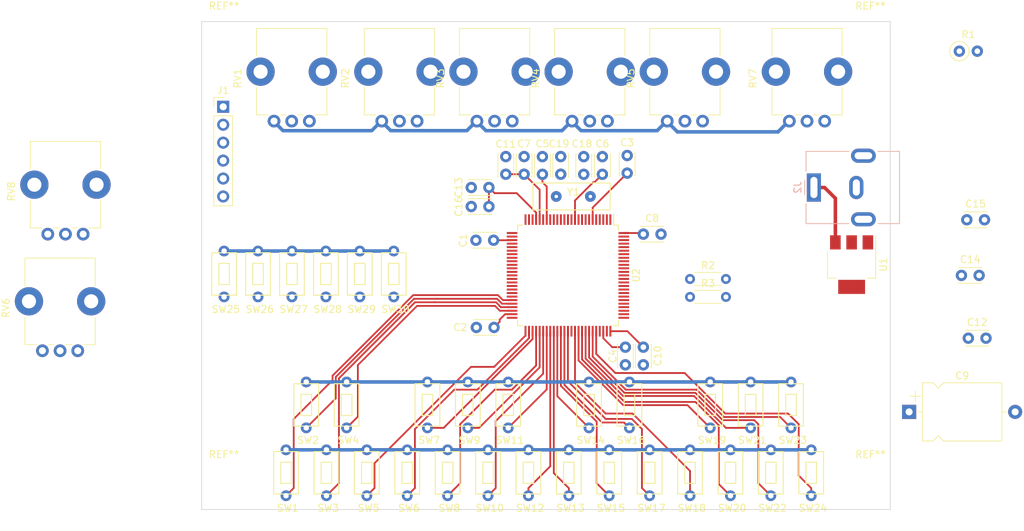
<source format=kicad_pcb>
(kicad_pcb (version 20171130) (host pcbnew 5.0.2-bee76a0~70~ubuntu18.04.1)

  (general
    (thickness 1.6)
    (drawings 5)
    (tracks 239)
    (zones 0)
    (modules 68)
    (nets 105)
  )

  (page A4)
  (layers
    (0 F.Cu signal)
    (31 B.Cu signal)
    (32 B.Adhes user)
    (33 F.Adhes user)
    (34 B.Paste user)
    (35 F.Paste user)
    (36 B.SilkS user)
    (37 F.SilkS user)
    (38 B.Mask user)
    (39 F.Mask user)
    (40 Dwgs.User user)
    (41 Cmts.User user)
    (42 Eco1.User user)
    (43 Eco2.User user)
    (44 Edge.Cuts user)
    (45 Margin user)
    (46 B.CrtYd user)
    (47 F.CrtYd user)
    (48 B.Fab user)
    (49 F.Fab user)
  )

  (setup
    (last_trace_width 0.25)
    (trace_clearance 0.2)
    (zone_clearance 0.508)
    (zone_45_only no)
    (trace_min 0.2)
    (segment_width 0.2)
    (edge_width 0.1)
    (via_size 0.8)
    (via_drill 0.4)
    (via_min_size 0.4)
    (via_min_drill 0.3)
    (uvia_size 0.3)
    (uvia_drill 0.1)
    (uvias_allowed no)
    (uvia_min_size 0.2)
    (uvia_min_drill 0.1)
    (pcb_text_width 0.3)
    (pcb_text_size 1.5 1.5)
    (mod_edge_width 0.15)
    (mod_text_size 1 1)
    (mod_text_width 0.15)
    (pad_size 1.5 1.5)
    (pad_drill 0.6)
    (pad_to_mask_clearance 0)
    (solder_mask_min_width 0.25)
    (aux_axis_origin 0 0)
    (visible_elements FFFFFF7F)
    (pcbplotparams
      (layerselection 0x010fc_ffffffff)
      (usegerberextensions false)
      (usegerberattributes false)
      (usegerberadvancedattributes false)
      (creategerberjobfile false)
      (excludeedgelayer true)
      (linewidth 0.100000)
      (plotframeref false)
      (viasonmask false)
      (mode 1)
      (useauxorigin false)
      (hpglpennumber 1)
      (hpglpenspeed 20)
      (hpglpendiameter 15.000000)
      (psnegative false)
      (psa4output false)
      (plotreference true)
      (plotvalue true)
      (plotinvisibletext false)
      (padsonsilk false)
      (subtractmaskfromsilk false)
      (outputformat 1)
      (mirror false)
      (drillshape 1)
      (scaleselection 1)
      (outputdirectory ""))
  )

  (net 0 "")
  (net 1 GND)
  (net 2 +3V3)
  (net 3 /VCAP_1)
  (net 4 /VCAP_2)
  (net 5 /PH0)
  (net 6 /PH1)
  (net 7 /SW_CLOCK)
  (net 8 /SW_DIO)
  (net 9 /NRST)
  (net 10 /SW_O)
  (net 11 /I2C1_CLOCK)
  (net 12 /I2C1_DATA)
  (net 13 "Net-(RV1-Pad1)")
  (net 14 /VOLUME)
  (net 15 /ATTACK)
  (net 16 "Net-(RV2-Pad1)")
  (net 17 "Net-(RV3-Pad1)")
  (net 18 /DECAY)
  (net 19 /SUSTAIN)
  (net 20 "Net-(RV4-Pad1)")
  (net 21 "Net-(RV5-Pad1)")
  (net 22 /RELEASE)
  (net 23 /GLIDE_SPEED)
  (net 24 "Net-(RV6-Pad1)")
  (net 25 /MIXER_AMT)
  (net 26 "Net-(RV7-Pad1)")
  (net 27 "Net-(RV8-Pad1)")
  (net 28 /WAVE_SHAPE)
  (net 29 /BUTTON_1)
  (net 30 /BUTTON_2)
  (net 31 /BUTTON_3)
  (net 32 /BUTTON_4)
  (net 33 /BUTTON_5)
  (net 34 /BUTTON_6)
  (net 35 /I2S3_WORD_SELECT)
  (net 36 /I2S3_MASTER_CLOCK)
  (net 37 /I2S3_CLOCK)
  (net 38 /~CS43L22_RESET)
  (net 39 /I2S3_SERIAL_DATA)
  (net 40 +5V)
  (net 41 "Net-(U2-Pad7)")
  (net 42 "Net-(U2-Pad8)")
  (net 43 "Net-(U2-Pad9)")
  (net 44 "Net-(U2-Pad23)")
  (net 45 "Net-(U2-Pad24)")
  (net 46 "Net-(U2-Pad25)")
  (net 47 "Net-(U2-Pad26)")
  (net 48 "Net-(U2-Pad30)")
  (net 49 "Net-(U2-Pad31)")
  (net 50 "Net-(U2-Pad32)")
  (net 51 "Net-(U2-Pad35)")
  (net 52 "Net-(U2-Pad36)")
  (net 53 "Net-(U2-Pad37)")
  (net 54 "Net-(U2-Pad77)")
  (net 55 "Net-(U2-Pad90)")
  (net 56 "Net-(U2-Pad91)")
  (net 57 "Net-(U2-Pad93)")
  (net 58 "Net-(U2-Pad95)")
  (net 59 /C1)
  (net 60 /C#1)
  (net 61 /D1)
  (net 62 /D#1)
  (net 63 /E1)
  (net 64 /F1)
  (net 65 /F#1)
  (net 66 /G1)
  (net 67 /G#1)
  (net 68 /A1)
  (net 69 /A#1)
  (net 70 /B1)
  (net 71 /C2)
  (net 72 /C#2)
  (net 73 /D2)
  (net 74 /D#2)
  (net 75 /E2)
  (net 76 /F2)
  (net 77 /F#2)
  (net 78 /G2)
  (net 79 /G#2)
  (net 80 /A2)
  (net 81 /A#2)
  (net 82 /B2)
  (net 83 "Net-(U2-Pad98)")
  (net 84 "Net-(U2-Pad97)")
  (net 85 "Net-(U2-Pad88)")
  (net 86 "Net-(U2-Pad87)")
  (net 87 "Net-(U2-Pad86)")
  (net 88 "Net-(U2-Pad85)")
  (net 89 "Net-(U2-Pad84)")
  (net 90 "Net-(U2-Pad83)")
  (net 91 "Net-(U2-Pad82)")
  (net 92 "Net-(U2-Pad81)")
  (net 93 "Net-(U2-Pad44)")
  (net 94 "Net-(U2-Pad43)")
  (net 95 "Net-(U2-Pad42)")
  (net 96 "Net-(U2-Pad41)")
  (net 97 "Net-(U2-Pad40)")
  (net 98 "Net-(U2-Pad39)")
  (net 99 "Net-(U2-Pad38)")
  (net 100 "Net-(U2-Pad5)")
  (net 101 "Net-(U2-Pad4)")
  (net 102 "Net-(U2-Pad3)")
  (net 103 "Net-(U2-Pad2)")
  (net 104 "Net-(U2-Pad1)")

  (net_class Default "This is the default net class."
    (clearance 0.2)
    (trace_width 0.25)
    (via_dia 0.8)
    (via_drill 0.4)
    (uvia_dia 0.3)
    (uvia_drill 0.1)
    (add_net /A#1)
    (add_net /A#2)
    (add_net /A1)
    (add_net /A2)
    (add_net /ATTACK)
    (add_net /B1)
    (add_net /B2)
    (add_net /BUTTON_1)
    (add_net /BUTTON_2)
    (add_net /BUTTON_3)
    (add_net /BUTTON_4)
    (add_net /BUTTON_5)
    (add_net /BUTTON_6)
    (add_net /C#1)
    (add_net /C#2)
    (add_net /C1)
    (add_net /C2)
    (add_net /D#1)
    (add_net /D#2)
    (add_net /D1)
    (add_net /D2)
    (add_net /DECAY)
    (add_net /E1)
    (add_net /E2)
    (add_net /F#1)
    (add_net /F#2)
    (add_net /F1)
    (add_net /F2)
    (add_net /G#1)
    (add_net /G#2)
    (add_net /G1)
    (add_net /G2)
    (add_net /GLIDE_SPEED)
    (add_net /I2C1_CLOCK)
    (add_net /I2C1_DATA)
    (add_net /I2S3_CLOCK)
    (add_net /I2S3_MASTER_CLOCK)
    (add_net /I2S3_SERIAL_DATA)
    (add_net /I2S3_WORD_SELECT)
    (add_net /MIXER_AMT)
    (add_net /NRST)
    (add_net /PH0)
    (add_net /PH1)
    (add_net /RELEASE)
    (add_net /SUSTAIN)
    (add_net /SW_CLOCK)
    (add_net /SW_DIO)
    (add_net /SW_O)
    (add_net /VCAP_1)
    (add_net /VCAP_2)
    (add_net /VOLUME)
    (add_net /WAVE_SHAPE)
    (add_net /~CS43L22_RESET)
    (add_net GND)
    (add_net "Net-(RV1-Pad1)")
    (add_net "Net-(RV2-Pad1)")
    (add_net "Net-(RV3-Pad1)")
    (add_net "Net-(RV4-Pad1)")
    (add_net "Net-(RV5-Pad1)")
    (add_net "Net-(RV6-Pad1)")
    (add_net "Net-(RV7-Pad1)")
    (add_net "Net-(RV8-Pad1)")
    (add_net "Net-(U2-Pad1)")
    (add_net "Net-(U2-Pad2)")
    (add_net "Net-(U2-Pad23)")
    (add_net "Net-(U2-Pad24)")
    (add_net "Net-(U2-Pad25)")
    (add_net "Net-(U2-Pad26)")
    (add_net "Net-(U2-Pad3)")
    (add_net "Net-(U2-Pad30)")
    (add_net "Net-(U2-Pad31)")
    (add_net "Net-(U2-Pad32)")
    (add_net "Net-(U2-Pad35)")
    (add_net "Net-(U2-Pad36)")
    (add_net "Net-(U2-Pad37)")
    (add_net "Net-(U2-Pad38)")
    (add_net "Net-(U2-Pad39)")
    (add_net "Net-(U2-Pad4)")
    (add_net "Net-(U2-Pad40)")
    (add_net "Net-(U2-Pad41)")
    (add_net "Net-(U2-Pad42)")
    (add_net "Net-(U2-Pad43)")
    (add_net "Net-(U2-Pad44)")
    (add_net "Net-(U2-Pad5)")
    (add_net "Net-(U2-Pad7)")
    (add_net "Net-(U2-Pad77)")
    (add_net "Net-(U2-Pad8)")
    (add_net "Net-(U2-Pad81)")
    (add_net "Net-(U2-Pad82)")
    (add_net "Net-(U2-Pad83)")
    (add_net "Net-(U2-Pad84)")
    (add_net "Net-(U2-Pad85)")
    (add_net "Net-(U2-Pad86)")
    (add_net "Net-(U2-Pad87)")
    (add_net "Net-(U2-Pad88)")
    (add_net "Net-(U2-Pad9)")
    (add_net "Net-(U2-Pad90)")
    (add_net "Net-(U2-Pad91)")
    (add_net "Net-(U2-Pad93)")
    (add_net "Net-(U2-Pad95)")
    (add_net "Net-(U2-Pad97)")
    (add_net "Net-(U2-Pad98)")
  )

  (net_class Power ""
    (clearance 0.2)
    (trace_width 0.25)
    (via_dia 0.8)
    (via_drill 0.4)
    (uvia_dia 0.3)
    (uvia_drill 0.1)
    (add_net +3V3)
    (add_net +5V)
  )

  (module Capacitor_THT:CP_Axial_L11.0mm_D8.0mm_P15.00mm_Horizontal (layer F.Cu) (tedit 5AE50EF2) (tstamp 5C4E6A6A)
    (at 188.981001 126.767001)
    (descr "CP, Axial series, Axial, Horizontal, pin pitch=15mm, , length*diameter=11*8mm^2, Electrolytic Capacitor, , http://www.vishay.com/docs/28325/021asm.pdf")
    (tags "CP Axial series Axial Horizontal pin pitch 15mm  length 11mm diameter 8mm Electrolytic Capacitor")
    (path /5C80F67D)
    (fp_text reference C9 (at 7.5 -5.12) (layer F.SilkS)
      (effects (font (size 1 1) (thickness 0.15)))
    )
    (fp_text value CP1_Small (at 7.5 5.12) (layer F.Fab)
      (effects (font (size 1 1) (thickness 0.15)))
    )
    (fp_line (start 2 -4) (end 2 4) (layer F.Fab) (width 0.1))
    (fp_line (start 13 -4) (end 13 4) (layer F.Fab) (width 0.1))
    (fp_line (start 2 -4) (end 3.38 -4) (layer F.Fab) (width 0.1))
    (fp_line (start 3.38 -4) (end 4.13 -3.25) (layer F.Fab) (width 0.1))
    (fp_line (start 4.13 -3.25) (end 4.88 -4) (layer F.Fab) (width 0.1))
    (fp_line (start 4.88 -4) (end 13 -4) (layer F.Fab) (width 0.1))
    (fp_line (start 2 4) (end 3.38 4) (layer F.Fab) (width 0.1))
    (fp_line (start 3.38 4) (end 4.13 3.25) (layer F.Fab) (width 0.1))
    (fp_line (start 4.13 3.25) (end 4.88 4) (layer F.Fab) (width 0.1))
    (fp_line (start 4.88 4) (end 13 4) (layer F.Fab) (width 0.1))
    (fp_line (start 0 0) (end 2 0) (layer F.Fab) (width 0.1))
    (fp_line (start 15 0) (end 13 0) (layer F.Fab) (width 0.1))
    (fp_line (start 3.4 0) (end 4.9 0) (layer F.Fab) (width 0.1))
    (fp_line (start 4.15 -0.75) (end 4.15 0.75) (layer F.Fab) (width 0.1))
    (fp_line (start 0.13 -2.2) (end 1.63 -2.2) (layer F.SilkS) (width 0.12))
    (fp_line (start 0.88 -2.95) (end 0.88 -1.45) (layer F.SilkS) (width 0.12))
    (fp_line (start 1.88 -4.12) (end 1.88 4.12) (layer F.SilkS) (width 0.12))
    (fp_line (start 13.12 -4.12) (end 13.12 4.12) (layer F.SilkS) (width 0.12))
    (fp_line (start 1.88 -4.12) (end 3.38 -4.12) (layer F.SilkS) (width 0.12))
    (fp_line (start 3.38 -4.12) (end 4.13 -3.37) (layer F.SilkS) (width 0.12))
    (fp_line (start 4.13 -3.37) (end 4.88 -4.12) (layer F.SilkS) (width 0.12))
    (fp_line (start 4.88 -4.12) (end 13.12 -4.12) (layer F.SilkS) (width 0.12))
    (fp_line (start 1.88 4.12) (end 3.38 4.12) (layer F.SilkS) (width 0.12))
    (fp_line (start 3.38 4.12) (end 4.13 3.37) (layer F.SilkS) (width 0.12))
    (fp_line (start 4.13 3.37) (end 4.88 4.12) (layer F.SilkS) (width 0.12))
    (fp_line (start 4.88 4.12) (end 13.12 4.12) (layer F.SilkS) (width 0.12))
    (fp_line (start 1.24 0) (end 1.88 0) (layer F.SilkS) (width 0.12))
    (fp_line (start 13.76 0) (end 13.12 0) (layer F.SilkS) (width 0.12))
    (fp_line (start -1.25 -4.25) (end -1.25 4.25) (layer F.CrtYd) (width 0.05))
    (fp_line (start -1.25 4.25) (end 16.25 4.25) (layer F.CrtYd) (width 0.05))
    (fp_line (start 16.25 4.25) (end 16.25 -4.25) (layer F.CrtYd) (width 0.05))
    (fp_line (start 16.25 -4.25) (end -1.25 -4.25) (layer F.CrtYd) (width 0.05))
    (fp_text user %R (at 7.5 0) (layer F.Fab)
      (effects (font (size 1 1) (thickness 0.15)))
    )
    (pad 1 thru_hole rect (at 0 0) (size 2 2) (drill 1) (layers *.Cu *.Mask)
      (net 40 +5V))
    (pad 2 thru_hole oval (at 15 0) (size 2 2) (drill 1) (layers *.Cu *.Mask)
      (net 1 GND))
    (model ${KISYS3DMOD}/Capacitor_THT.3dshapes/CP_Axial_L11.0mm_D8.0mm_P15.00mm_Horizontal.wrl
      (at (xyz 0 0 0))
      (scale (xyz 1 1 1))
      (rotate (xyz 0 0 0))
    )
  )

  (module Connector_PinHeader_2.54mm:PinHeader_1x06_P2.54mm_Vertical (layer F.Cu) (tedit 59FED5CC) (tstamp 5C4CC319)
    (at 91.948 83.566)
    (descr "Through hole straight pin header, 1x06, 2.54mm pitch, single row")
    (tags "Through hole pin header THT 1x06 2.54mm single row")
    (path /5C44ECE5)
    (fp_text reference J1 (at 0 -2.33) (layer F.SilkS)
      (effects (font (size 1 1) (thickness 0.15)))
    )
    (fp_text value Conn_01x06 (at 0 15.03) (layer F.Fab)
      (effects (font (size 1 1) (thickness 0.15)))
    )
    (fp_line (start -0.635 -1.27) (end 1.27 -1.27) (layer F.Fab) (width 0.1))
    (fp_line (start 1.27 -1.27) (end 1.27 13.97) (layer F.Fab) (width 0.1))
    (fp_line (start 1.27 13.97) (end -1.27 13.97) (layer F.Fab) (width 0.1))
    (fp_line (start -1.27 13.97) (end -1.27 -0.635) (layer F.Fab) (width 0.1))
    (fp_line (start -1.27 -0.635) (end -0.635 -1.27) (layer F.Fab) (width 0.1))
    (fp_line (start -1.33 14.03) (end 1.33 14.03) (layer F.SilkS) (width 0.12))
    (fp_line (start -1.33 1.27) (end -1.33 14.03) (layer F.SilkS) (width 0.12))
    (fp_line (start 1.33 1.27) (end 1.33 14.03) (layer F.SilkS) (width 0.12))
    (fp_line (start -1.33 1.27) (end 1.33 1.27) (layer F.SilkS) (width 0.12))
    (fp_line (start -1.33 0) (end -1.33 -1.33) (layer F.SilkS) (width 0.12))
    (fp_line (start -1.33 -1.33) (end 0 -1.33) (layer F.SilkS) (width 0.12))
    (fp_line (start -1.8 -1.8) (end -1.8 14.5) (layer F.CrtYd) (width 0.05))
    (fp_line (start -1.8 14.5) (end 1.8 14.5) (layer F.CrtYd) (width 0.05))
    (fp_line (start 1.8 14.5) (end 1.8 -1.8) (layer F.CrtYd) (width 0.05))
    (fp_line (start 1.8 -1.8) (end -1.8 -1.8) (layer F.CrtYd) (width 0.05))
    (fp_text user %R (at 0 6.35 90) (layer F.Fab)
      (effects (font (size 1 1) (thickness 0.15)))
    )
    (pad 1 thru_hole rect (at 0 0) (size 1.7 1.7) (drill 1) (layers *.Cu *.Mask)
      (net 2 +3V3))
    (pad 2 thru_hole oval (at 0 2.54) (size 1.7 1.7) (drill 1) (layers *.Cu *.Mask)
      (net 7 /SW_CLOCK))
    (pad 3 thru_hole oval (at 0 5.08) (size 1.7 1.7) (drill 1) (layers *.Cu *.Mask)
      (net 1 GND))
    (pad 4 thru_hole oval (at 0 7.62) (size 1.7 1.7) (drill 1) (layers *.Cu *.Mask)
      (net 8 /SW_DIO))
    (pad 5 thru_hole oval (at 0 10.16) (size 1.7 1.7) (drill 1) (layers *.Cu *.Mask)
      (net 9 /NRST))
    (pad 6 thru_hole oval (at 0 12.7) (size 1.7 1.7) (drill 1) (layers *.Cu *.Mask)
      (net 10 /SW_O))
    (model ${KISYS3DMOD}/Connector_PinHeader_2.54mm.3dshapes/PinHeader_1x06_P2.54mm_Vertical.wrl
      (at (xyz 0 0 0))
      (scale (xyz 1 1 1))
      (rotate (xyz 0 0 0))
    )
  )

  (module Resistor_THT:R_Axial_DIN0207_L6.3mm_D2.5mm_P2.54mm_Vertical (layer F.Cu) (tedit 5AE5139B) (tstamp 5C4CC328)
    (at 196.088 75.692)
    (descr "Resistor, Axial_DIN0207 series, Axial, Vertical, pin pitch=2.54mm, 0.25W = 1/4W, length*diameter=6.3*2.5mm^2, http://cdn-reichelt.de/documents/datenblatt/B400/1_4W%23YAG.pdf")
    (tags "Resistor Axial_DIN0207 series Axial Vertical pin pitch 2.54mm 0.25W = 1/4W length 6.3mm diameter 2.5mm")
    (path /5CA37899)
    (fp_text reference R1 (at 1.27 -2.37) (layer F.SilkS)
      (effects (font (size 1 1) (thickness 0.15)))
    )
    (fp_text value 47k (at 1.27 2.37) (layer F.Fab)
      (effects (font (size 1 1) (thickness 0.15)))
    )
    (fp_text user %R (at 1.27 -2.37) (layer F.Fab)
      (effects (font (size 1 1) (thickness 0.15)))
    )
    (fp_line (start 3.59 -1.5) (end -1.5 -1.5) (layer F.CrtYd) (width 0.05))
    (fp_line (start 3.59 1.5) (end 3.59 -1.5) (layer F.CrtYd) (width 0.05))
    (fp_line (start -1.5 1.5) (end 3.59 1.5) (layer F.CrtYd) (width 0.05))
    (fp_line (start -1.5 -1.5) (end -1.5 1.5) (layer F.CrtYd) (width 0.05))
    (fp_line (start 1.37 0) (end 1.44 0) (layer F.SilkS) (width 0.12))
    (fp_line (start 0 0) (end 2.54 0) (layer F.Fab) (width 0.1))
    (fp_circle (center 0 0) (end 1.37 0) (layer F.SilkS) (width 0.12))
    (fp_circle (center 0 0) (end 1.25 0) (layer F.Fab) (width 0.1))
    (pad 2 thru_hole oval (at 2.54 0) (size 1.6 1.6) (drill 0.8) (layers *.Cu *.Mask)
      (net 2 +3V3))
    (pad 1 thru_hole circle (at 0 0) (size 1.6 1.6) (drill 0.8) (layers *.Cu *.Mask)
      (net 2 +3V3))
    (model ${KISYS3DMOD}/Resistor_THT.3dshapes/R_Axial_DIN0207_L6.3mm_D2.5mm_P2.54mm_Vertical.wrl
      (at (xyz 0 0 0))
      (scale (xyz 1 1 1))
      (rotate (xyz 0 0 0))
    )
  )

  (module Connector_BarrelJack:BarrelJack_CUI_PJ-063AH_Horizontal (layer B.Cu) (tedit 5B0886BD) (tstamp 5C4E30FC)
    (at 175.514 94.996 270)
    (descr "Barrel Jack, 2.0mm ID, 5.5mm OD, 24V, 8A, no switch, https://www.cui.com/product/resource/pj-063ah.pdf")
    (tags "barrel jack cui dc power")
    (path /5C8DD837)
    (fp_text reference J2 (at 0 2.3 270) (layer B.SilkS)
      (effects (font (size 1 1) (thickness 0.15)) (justify mirror))
    )
    (fp_text value Barrel_Jack_Switch (at 0 -13 270) (layer B.Fab)
      (effects (font (size 1 1) (thickness 0.15)) (justify mirror))
    )
    (fp_line (start -5 1) (end -1 1) (layer B.Fab) (width 0.1))
    (fp_line (start -1 1) (end 0 0) (layer B.Fab) (width 0.1))
    (fp_line (start 0 0) (end 1 1) (layer B.Fab) (width 0.1))
    (fp_line (start 1 1) (end 5 1) (layer B.Fab) (width 0.1))
    (fp_line (start 5 1) (end 5 -12) (layer B.Fab) (width 0.1))
    (fp_line (start 5 -12) (end -5 -12) (layer B.Fab) (width 0.1))
    (fp_line (start -5 -12) (end -5 1) (layer B.Fab) (width 0.1))
    (fp_line (start -5.11 -4.95) (end -5.11 1.11) (layer B.SilkS) (width 0.12))
    (fp_line (start -5.11 1.11) (end -2.3 1.11) (layer B.SilkS) (width 0.12))
    (fp_line (start 2.3 1.11) (end 5.11 1.11) (layer B.SilkS) (width 0.12))
    (fp_line (start 5.11 1.11) (end 5.11 -4.95) (layer B.SilkS) (width 0.12))
    (fp_line (start 5.11 -9.05) (end 5.11 -12.11) (layer B.SilkS) (width 0.12))
    (fp_line (start 5.11 -12.11) (end -5.11 -12.11) (layer B.SilkS) (width 0.12))
    (fp_line (start -5.11 -12.11) (end -5.11 -9.05) (layer B.SilkS) (width 0.12))
    (fp_line (start -1 1.3) (end 1 1.3) (layer B.SilkS) (width 0.12))
    (fp_line (start -6 1.5) (end -6 -12.5) (layer B.CrtYd) (width 0.05))
    (fp_line (start -6 -12.5) (end 6 -12.5) (layer B.CrtYd) (width 0.05))
    (fp_line (start 6 -12.5) (end 6 1.5) (layer B.CrtYd) (width 0.05))
    (fp_line (start 6 1.5) (end -6 1.5) (layer B.CrtYd) (width 0.05))
    (fp_text user %R (at 0 -5.5 270) (layer B.Fab)
      (effects (font (size 1 1) (thickness 0.15)) (justify mirror))
    )
    (pad 1 thru_hole rect (at 0 0 270) (size 4 2) (drill oval 3 1) (layers *.Cu *.Mask)
      (net 40 +5V))
    (pad 2 thru_hole oval (at 0 -6 270) (size 3.3 2) (drill oval 2.3 1) (layers *.Cu *.Mask)
      (net 1 GND))
    (pad MP thru_hole oval (at -4.5 -7 270) (size 2 3.5) (drill oval 1 2.5) (layers *.Cu *.Mask))
    (pad MP thru_hole oval (at 4.5 -7 270) (size 2 3.5) (drill oval 1 2.5) (layers *.Cu *.Mask))
    (pad "" np_thru_hole circle (at 0 -9 270) (size 1.6 1.6) (drill 1.6) (layers *.Cu *.Mask))
    (model ${KISYS3DMOD}/Connector_BarrelJack.3dshapes/BarrelJack_CUI_PJ-063AH_Horizontal.wrl
      (at (xyz 0 0 0))
      (scale (xyz 1 1 1))
      (rotate (xyz 0 0 0))
    )
  )

  (module Package_QFP:LQFP-100_14x14mm_P0.5mm (layer F.Cu) (tedit 5A02F146) (tstamp 5C4E3186)
    (at 140.716 107.442 270)
    (descr "LQFP100: plastic low profile quad flat package; 100 leads; body 14 x 14 x 1.4 mm (see NXP sot407-1_po.pdf and sot407-1_fr.pdf)")
    (tags "QFP 0.5")
    (path /5C43746E)
    (attr smd)
    (fp_text reference U2 (at 0 -9.65 270) (layer F.SilkS)
      (effects (font (size 1 1) (thickness 0.15)))
    )
    (fp_text value STM32F407VGTx (at 0 5.842 270) (layer F.Fab)
      (effects (font (size 1 1) (thickness 0.15)))
    )
    (fp_line (start -7.125 -6.475) (end -8.65 -6.475) (layer F.SilkS) (width 0.15))
    (fp_line (start 7.125 -7.125) (end 6.365 -7.125) (layer F.SilkS) (width 0.15))
    (fp_line (start 7.125 7.125) (end 6.365 7.125) (layer F.SilkS) (width 0.15))
    (fp_line (start -7.125 7.125) (end -6.365 7.125) (layer F.SilkS) (width 0.15))
    (fp_line (start -7.125 -7.125) (end -6.365 -7.125) (layer F.SilkS) (width 0.15))
    (fp_line (start -7.125 7.125) (end -7.125 6.365) (layer F.SilkS) (width 0.15))
    (fp_line (start 7.125 7.125) (end 7.125 6.365) (layer F.SilkS) (width 0.15))
    (fp_line (start 7.125 -7.125) (end 7.125 -6.365) (layer F.SilkS) (width 0.15))
    (fp_line (start -7.125 -7.125) (end -7.125 -6.475) (layer F.SilkS) (width 0.15))
    (fp_line (start -8.9 8.9) (end 8.9 8.9) (layer F.CrtYd) (width 0.05))
    (fp_line (start -8.9 -8.9) (end 8.9 -8.9) (layer F.CrtYd) (width 0.05))
    (fp_line (start 8.9 -8.9) (end 8.9 8.9) (layer F.CrtYd) (width 0.05))
    (fp_line (start -8.9 -8.9) (end -8.9 8.9) (layer F.CrtYd) (width 0.05))
    (fp_line (start -7 -6) (end -6 -7) (layer F.Fab) (width 0.15))
    (fp_line (start -7 7) (end -7 -6) (layer F.Fab) (width 0.15))
    (fp_line (start 7 7) (end -7 7) (layer F.Fab) (width 0.15))
    (fp_line (start 7 -7) (end 7 7) (layer F.Fab) (width 0.15))
    (fp_line (start -6 -7) (end 7 -7) (layer F.Fab) (width 0.15))
    (fp_text user %R (at 0 0 270) (layer F.Fab)
      (effects (font (size 1 1) (thickness 0.15)))
    )
    (pad 100 smd rect (at -6 -7.9) (size 1.5 0.28) (layers F.Cu F.Paste F.Mask)
      (net 2 +3V3))
    (pad 99 smd rect (at -5.5 -7.9) (size 1.5 0.28) (layers F.Cu F.Paste F.Mask)
      (net 1 GND))
    (pad 98 smd rect (at -5 -7.9) (size 1.5 0.28) (layers F.Cu F.Paste F.Mask)
      (net 83 "Net-(U2-Pad98)"))
    (pad 97 smd rect (at -4.5 -7.9) (size 1.5 0.28) (layers F.Cu F.Paste F.Mask)
      (net 84 "Net-(U2-Pad97)"))
    (pad 96 smd rect (at -4 -7.9) (size 1.5 0.28) (layers F.Cu F.Paste F.Mask)
      (net 12 /I2C1_DATA))
    (pad 95 smd rect (at -3.5 -7.9) (size 1.5 0.28) (layers F.Cu F.Paste F.Mask)
      (net 58 "Net-(U2-Pad95)"))
    (pad 94 smd rect (at -3 -7.9) (size 1.5 0.28) (layers F.Cu F.Paste F.Mask)
      (net 1 GND))
    (pad 93 smd rect (at -2.5 -7.9) (size 1.5 0.28) (layers F.Cu F.Paste F.Mask)
      (net 57 "Net-(U2-Pad93)"))
    (pad 92 smd rect (at -2 -7.9) (size 1.5 0.28) (layers F.Cu F.Paste F.Mask)
      (net 11 /I2C1_CLOCK))
    (pad 91 smd rect (at -1.5 -7.9) (size 1.5 0.28) (layers F.Cu F.Paste F.Mask)
      (net 56 "Net-(U2-Pad91)"))
    (pad 90 smd rect (at -1 -7.9) (size 1.5 0.28) (layers F.Cu F.Paste F.Mask)
      (net 55 "Net-(U2-Pad90)"))
    (pad 89 smd rect (at -0.5 -7.9) (size 1.5 0.28) (layers F.Cu F.Paste F.Mask)
      (net 10 /SW_O))
    (pad 88 smd rect (at 0 -7.9) (size 1.5 0.28) (layers F.Cu F.Paste F.Mask)
      (net 85 "Net-(U2-Pad88)"))
    (pad 87 smd rect (at 0.5 -7.9) (size 1.5 0.28) (layers F.Cu F.Paste F.Mask)
      (net 86 "Net-(U2-Pad87)"))
    (pad 86 smd rect (at 1 -7.9) (size 1.5 0.28) (layers F.Cu F.Paste F.Mask)
      (net 87 "Net-(U2-Pad86)"))
    (pad 85 smd rect (at 1.5 -7.9) (size 1.5 0.28) (layers F.Cu F.Paste F.Mask)
      (net 88 "Net-(U2-Pad85)"))
    (pad 84 smd rect (at 2 -7.9) (size 1.5 0.28) (layers F.Cu F.Paste F.Mask)
      (net 89 "Net-(U2-Pad84)"))
    (pad 83 smd rect (at 2.5 -7.9) (size 1.5 0.28) (layers F.Cu F.Paste F.Mask)
      (net 90 "Net-(U2-Pad83)"))
    (pad 82 smd rect (at 3 -7.9) (size 1.5 0.28) (layers F.Cu F.Paste F.Mask)
      (net 91 "Net-(U2-Pad82)"))
    (pad 81 smd rect (at 3.5 -7.9) (size 1.5 0.28) (layers F.Cu F.Paste F.Mask)
      (net 92 "Net-(U2-Pad81)"))
    (pad 80 smd rect (at 4 -7.9) (size 1.5 0.28) (layers F.Cu F.Paste F.Mask)
      (net 39 /I2S3_SERIAL_DATA))
    (pad 79 smd rect (at 4.5 -7.9) (size 1.5 0.28) (layers F.Cu F.Paste F.Mask)
      (net 38 /~CS43L22_RESET))
    (pad 78 smd rect (at 5 -7.9) (size 1.5 0.28) (layers F.Cu F.Paste F.Mask)
      (net 37 /I2S3_CLOCK))
    (pad 77 smd rect (at 5.5 -7.9) (size 1.5 0.28) (layers F.Cu F.Paste F.Mask)
      (net 54 "Net-(U2-Pad77)"))
    (pad 76 smd rect (at 6 -7.9) (size 1.5 0.28) (layers F.Cu F.Paste F.Mask)
      (net 7 /SW_CLOCK))
    (pad 75 smd rect (at 7.9 -6 270) (size 1.5 0.28) (layers F.Cu F.Paste F.Mask)
      (net 2 +3V3))
    (pad 74 smd rect (at 7.9 -5.5 270) (size 1.5 0.28) (layers F.Cu F.Paste F.Mask)
      (net 1 GND))
    (pad 73 smd rect (at 7.9 -5 270) (size 1.5 0.28) (layers F.Cu F.Paste F.Mask)
      (net 4 /VCAP_2))
    (pad 72 smd rect (at 7.9 -4.5 270) (size 1.5 0.28) (layers F.Cu F.Paste F.Mask)
      (net 8 /SW_DIO))
    (pad 71 smd rect (at 7.9 -4 270) (size 1.5 0.28) (layers F.Cu F.Paste F.Mask)
      (net 82 /B2))
    (pad 70 smd rect (at 7.9 -3.5 270) (size 1.5 0.28) (layers F.Cu F.Paste F.Mask)
      (net 81 /A#2))
    (pad 69 smd rect (at 7.9 -3 270) (size 1.5 0.28) (layers F.Cu F.Paste F.Mask)
      (net 80 /A2))
    (pad 68 smd rect (at 7.9 -2.5 270) (size 1.5 0.28) (layers F.Cu F.Paste F.Mask)
      (net 79 /G#2))
    (pad 67 smd rect (at 7.9 -2 270) (size 1.5 0.28) (layers F.Cu F.Paste F.Mask)
      (net 78 /G2))
    (pad 66 smd rect (at 7.9 -1.5 270) (size 1.5 0.28) (layers F.Cu F.Paste F.Mask)
      (net 77 /F#2))
    (pad 65 smd rect (at 7.9 -1 270) (size 1.5 0.28) (layers F.Cu F.Paste F.Mask)
      (net 76 /F2))
    (pad 64 smd rect (at 7.9 -0.5 270) (size 1.5 0.28) (layers F.Cu F.Paste F.Mask)
      (net 36 /I2S3_MASTER_CLOCK))
    (pad 63 smd rect (at 7.9 0 270) (size 1.5 0.28) (layers F.Cu F.Paste F.Mask)
      (net 75 /E2))
    (pad 62 smd rect (at 7.9 0.5 270) (size 1.5 0.28) (layers F.Cu F.Paste F.Mask)
      (net 74 /D#2))
    (pad 61 smd rect (at 7.9 1 270) (size 1.5 0.28) (layers F.Cu F.Paste F.Mask)
      (net 73 /D2))
    (pad 60 smd rect (at 7.9 1.5 270) (size 1.5 0.28) (layers F.Cu F.Paste F.Mask)
      (net 72 /C#2))
    (pad 59 smd rect (at 7.9 2 270) (size 1.5 0.28) (layers F.Cu F.Paste F.Mask)
      (net 71 /C2))
    (pad 58 smd rect (at 7.9 2.5 270) (size 1.5 0.28) (layers F.Cu F.Paste F.Mask)
      (net 70 /B1))
    (pad 57 smd rect (at 7.9 3 270) (size 1.5 0.28) (layers F.Cu F.Paste F.Mask)
      (net 69 /A#1))
    (pad 56 smd rect (at 7.9 3.5 270) (size 1.5 0.28) (layers F.Cu F.Paste F.Mask)
      (net 68 /A1))
    (pad 55 smd rect (at 7.9 4 270) (size 1.5 0.28) (layers F.Cu F.Paste F.Mask)
      (net 67 /G#1))
    (pad 54 smd rect (at 7.9 4.5 270) (size 1.5 0.28) (layers F.Cu F.Paste F.Mask)
      (net 66 /G1))
    (pad 53 smd rect (at 7.9 5 270) (size 1.5 0.28) (layers F.Cu F.Paste F.Mask)
      (net 65 /F#1))
    (pad 52 smd rect (at 7.9 5.5 270) (size 1.5 0.28) (layers F.Cu F.Paste F.Mask)
      (net 64 /F1))
    (pad 51 smd rect (at 7.9 6 270) (size 1.5 0.28) (layers F.Cu F.Paste F.Mask)
      (net 63 /E1))
    (pad 50 smd rect (at 6 7.9) (size 1.5 0.28) (layers F.Cu F.Paste F.Mask)
      (net 2 +3V3))
    (pad 49 smd rect (at 5.5 7.9) (size 1.5 0.28) (layers F.Cu F.Paste F.Mask)
      (net 3 /VCAP_1))
    (pad 48 smd rect (at 5 7.9) (size 1.5 0.28) (layers F.Cu F.Paste F.Mask)
      (net 62 /D#1))
    (pad 47 smd rect (at 4.5 7.9) (size 1.5 0.28) (layers F.Cu F.Paste F.Mask)
      (net 61 /D1))
    (pad 46 smd rect (at 4 7.9) (size 1.5 0.28) (layers F.Cu F.Paste F.Mask)
      (net 60 /C#1))
    (pad 45 smd rect (at 3.5 7.9) (size 1.5 0.28) (layers F.Cu F.Paste F.Mask)
      (net 59 /C1))
    (pad 44 smd rect (at 3 7.9) (size 1.5 0.28) (layers F.Cu F.Paste F.Mask)
      (net 93 "Net-(U2-Pad44)"))
    (pad 43 smd rect (at 2.5 7.9) (size 1.5 0.28) (layers F.Cu F.Paste F.Mask)
      (net 94 "Net-(U2-Pad43)"))
    (pad 42 smd rect (at 2 7.9) (size 1.5 0.28) (layers F.Cu F.Paste F.Mask)
      (net 95 "Net-(U2-Pad42)"))
    (pad 41 smd rect (at 1.5 7.9) (size 1.5 0.28) (layers F.Cu F.Paste F.Mask)
      (net 96 "Net-(U2-Pad41)"))
    (pad 40 smd rect (at 1 7.9) (size 1.5 0.28) (layers F.Cu F.Paste F.Mask)
      (net 97 "Net-(U2-Pad40)"))
    (pad 39 smd rect (at 0.5 7.9) (size 1.5 0.28) (layers F.Cu F.Paste F.Mask)
      (net 98 "Net-(U2-Pad39)"))
    (pad 38 smd rect (at 0 7.9) (size 1.5 0.28) (layers F.Cu F.Paste F.Mask)
      (net 99 "Net-(U2-Pad38)"))
    (pad 37 smd rect (at -0.5 7.9) (size 1.5 0.28) (layers F.Cu F.Paste F.Mask)
      (net 53 "Net-(U2-Pad37)"))
    (pad 36 smd rect (at -1 7.9) (size 1.5 0.28) (layers F.Cu F.Paste F.Mask)
      (net 52 "Net-(U2-Pad36)"))
    (pad 35 smd rect (at -1.5 7.9) (size 1.5 0.28) (layers F.Cu F.Paste F.Mask)
      (net 51 "Net-(U2-Pad35)"))
    (pad 34 smd rect (at -2 7.9) (size 1.5 0.28) (layers F.Cu F.Paste F.Mask)
      (net 34 /BUTTON_6))
    (pad 33 smd rect (at -2.5 7.9) (size 1.5 0.28) (layers F.Cu F.Paste F.Mask)
      (net 33 /BUTTON_5))
    (pad 32 smd rect (at -3 7.9) (size 1.5 0.28) (layers F.Cu F.Paste F.Mask)
      (net 50 "Net-(U2-Pad32)"))
    (pad 31 smd rect (at -3.5 7.9) (size 1.5 0.28) (layers F.Cu F.Paste F.Mask)
      (net 49 "Net-(U2-Pad31)"))
    (pad 30 smd rect (at -4 7.9) (size 1.5 0.28) (layers F.Cu F.Paste F.Mask)
      (net 48 "Net-(U2-Pad30)"))
    (pad 29 smd rect (at -4.5 7.9) (size 1.5 0.28) (layers F.Cu F.Paste F.Mask)
      (net 35 /I2S3_WORD_SELECT))
    (pad 28 smd rect (at -5 7.9) (size 1.5 0.28) (layers F.Cu F.Paste F.Mask)
      (net 2 +3V3))
    (pad 27 smd rect (at -5.5 7.9) (size 1.5 0.28) (layers F.Cu F.Paste F.Mask)
      (net 1 GND))
    (pad 26 smd rect (at -6 7.9) (size 1.5 0.28) (layers F.Cu F.Paste F.Mask)
      (net 47 "Net-(U2-Pad26)"))
    (pad 25 smd rect (at -7.9 6 270) (size 1.5 0.28) (layers F.Cu F.Paste F.Mask)
      (net 46 "Net-(U2-Pad25)"))
    (pad 24 smd rect (at -7.9 5.5 270) (size 1.5 0.28) (layers F.Cu F.Paste F.Mask)
      (net 45 "Net-(U2-Pad24)"))
    (pad 23 smd rect (at -7.9 5 270) (size 1.5 0.28) (layers F.Cu F.Paste F.Mask)
      (net 44 "Net-(U2-Pad23)"))
    (pad 22 smd rect (at -7.9 4.5 270) (size 1.5 0.28) (layers F.Cu F.Paste F.Mask)
      (net 2 +3V3))
    (pad 21 smd rect (at -7.9 4 270) (size 1.5 0.28) (layers F.Cu F.Paste F.Mask)
      (net 2 +3V3))
    (pad 20 smd rect (at -7.9 3.5 270) (size 1.5 0.28) (layers F.Cu F.Paste F.Mask)
      (net 1 GND))
    (pad 19 smd rect (at -7.9 3 270) (size 1.5 0.28) (layers F.Cu F.Paste F.Mask)
      (net 2 +3V3))
    (pad 18 smd rect (at -7.9 2.5 270) (size 1.5 0.28) (layers F.Cu F.Paste F.Mask)
      (net 32 /BUTTON_4))
    (pad 17 smd rect (at -7.9 2 270) (size 1.5 0.28) (layers F.Cu F.Paste F.Mask)
      (net 31 /BUTTON_3))
    (pad 16 smd rect (at -7.9 1.5 270) (size 1.5 0.28) (layers F.Cu F.Paste F.Mask)
      (net 30 /BUTTON_2))
    (pad 15 smd rect (at -7.9 1 270) (size 1.5 0.28) (layers F.Cu F.Paste F.Mask)
      (net 29 /BUTTON_1))
    (pad 14 smd rect (at -7.9 0.5 270) (size 1.5 0.28) (layers F.Cu F.Paste F.Mask)
      (net 9 /NRST))
    (pad 13 smd rect (at -7.9 0 270) (size 1.5 0.28) (layers F.Cu F.Paste F.Mask)
      (net 6 /PH1))
    (pad 12 smd rect (at -7.9 -0.5 270) (size 1.5 0.28) (layers F.Cu F.Paste F.Mask)
      (net 5 /PH0))
    (pad 11 smd rect (at -7.9 -1 270) (size 1.5 0.28) (layers F.Cu F.Paste F.Mask)
      (net 2 +3V3))
    (pad 10 smd rect (at -7.9 -1.5 270) (size 1.5 0.28) (layers F.Cu F.Paste F.Mask)
      (net 1 GND))
    (pad 9 smd rect (at -7.9 -2 270) (size 1.5 0.28) (layers F.Cu F.Paste F.Mask)
      (net 43 "Net-(U2-Pad9)"))
    (pad 8 smd rect (at -7.9 -2.5 270) (size 1.5 0.28) (layers F.Cu F.Paste F.Mask)
      (net 42 "Net-(U2-Pad8)"))
    (pad 7 smd rect (at -7.9 -3 270) (size 1.5 0.28) (layers F.Cu F.Paste F.Mask)
      (net 41 "Net-(U2-Pad7)"))
    (pad 6 smd rect (at -7.9 -3.5 270) (size 1.5 0.28) (layers F.Cu F.Paste F.Mask)
      (net 2 +3V3))
    (pad 5 smd rect (at -7.9 -4 270) (size 1.5 0.28) (layers F.Cu F.Paste F.Mask)
      (net 100 "Net-(U2-Pad5)"))
    (pad 4 smd rect (at -7.9 -4.5 270) (size 1.5 0.28) (layers F.Cu F.Paste F.Mask)
      (net 101 "Net-(U2-Pad4)"))
    (pad 3 smd rect (at -7.9 -5 270) (size 1.5 0.28) (layers F.Cu F.Paste F.Mask)
      (net 102 "Net-(U2-Pad3)"))
    (pad 2 smd rect (at -7.9 -5.5 270) (size 1.5 0.28) (layers F.Cu F.Paste F.Mask)
      (net 103 "Net-(U2-Pad2)"))
    (pad 1 smd rect (at -7.9 -6 270) (size 1.5 0.28) (layers F.Cu F.Paste F.Mask)
      (net 104 "Net-(U2-Pad1)"))
    (model ${KISYS3DMOD}/Package_QFP.3dshapes/LQFP-100_14x14mm_P0.5mm.wrl
      (at (xyz 0 0 0))
      (scale (xyz 1 1 1))
      (rotate (xyz 0 0 0))
    )
  )

  (module Package_TO_SOT_SMD:SOT-223-3_TabPin2 (layer F.Cu) (tedit 5A02FF57) (tstamp 5C5AC8DF)
    (at 180.848 105.918 270)
    (descr "module CMS SOT223 4 pins")
    (tags "CMS SOT")
    (path /5C80EF67)
    (attr smd)
    (fp_text reference U1 (at 0 -4.5 270) (layer F.SilkS)
      (effects (font (size 1 1) (thickness 0.15)))
    )
    (fp_text value LD1117S33TR_SOT223 (at 0 4.5 270) (layer F.Fab)
      (effects (font (size 1 1) (thickness 0.15)))
    )
    (fp_text user %R (at 0 0 90) (layer F.Fab)
      (effects (font (size 0.8 0.8) (thickness 0.12)))
    )
    (fp_line (start 1.91 3.41) (end 1.91 2.15) (layer F.SilkS) (width 0.12))
    (fp_line (start 1.91 -3.41) (end 1.91 -2.15) (layer F.SilkS) (width 0.12))
    (fp_line (start 4.4 -3.6) (end -4.4 -3.6) (layer F.CrtYd) (width 0.05))
    (fp_line (start 4.4 3.6) (end 4.4 -3.6) (layer F.CrtYd) (width 0.05))
    (fp_line (start -4.4 3.6) (end 4.4 3.6) (layer F.CrtYd) (width 0.05))
    (fp_line (start -4.4 -3.6) (end -4.4 3.6) (layer F.CrtYd) (width 0.05))
    (fp_line (start -1.85 -2.35) (end -0.85 -3.35) (layer F.Fab) (width 0.1))
    (fp_line (start -1.85 -2.35) (end -1.85 3.35) (layer F.Fab) (width 0.1))
    (fp_line (start -1.85 3.41) (end 1.91 3.41) (layer F.SilkS) (width 0.12))
    (fp_line (start -0.85 -3.35) (end 1.85 -3.35) (layer F.Fab) (width 0.1))
    (fp_line (start -4.1 -3.41) (end 1.91 -3.41) (layer F.SilkS) (width 0.12))
    (fp_line (start -1.85 3.35) (end 1.85 3.35) (layer F.Fab) (width 0.1))
    (fp_line (start 1.85 -3.35) (end 1.85 3.35) (layer F.Fab) (width 0.1))
    (pad 2 smd rect (at 3.15 0 270) (size 2 3.8) (layers F.Cu F.Paste F.Mask)
      (net 2 +3V3))
    (pad 2 smd rect (at -3.15 0 270) (size 2 1.5) (layers F.Cu F.Paste F.Mask)
      (net 2 +3V3))
    (pad 3 smd rect (at -3.15 2.3 270) (size 2 1.5) (layers F.Cu F.Paste F.Mask)
      (net 40 +5V))
    (pad 1 smd rect (at -3.15 -2.3 270) (size 2 1.5) (layers F.Cu F.Paste F.Mask)
      (net 1 GND))
    (model ${KISYS3DMOD}/Package_TO_SOT_SMD.3dshapes/SOT-223.wrl
      (at (xyz 0 0 0))
      (scale (xyz 1 1 1))
      (rotate (xyz 0 0 0))
    )
  )

  (module "Synth_Footprints:Mountain Switch Narrow" (layer F.Cu) (tedit 5C4E2907) (tstamp 5C4E36ED)
    (at 100.838 135.89)
    (path /5C43765C)
    (fp_text reference SW1 (at 0.25 4.5) (layer F.SilkS)
      (effects (font (size 1 1) (thickness 0.15)))
    )
    (fp_text value SW_Push (at 0 -0.5 90) (layer F.Fab) hide
      (effects (font (size 1 1) (thickness 0.15)))
    )
    (fp_line (start -0.75 1) (end -0.75 -2) (layer F.SilkS) (width 0.15))
    (fp_line (start 0.75 1) (end -0.75 1) (layer F.SilkS) (width 0.15))
    (fp_line (start 0.75 -2) (end 0.75 1) (layer F.SilkS) (width 0.15))
    (fp_line (start -0.75 -2) (end 0.75 -2) (layer F.SilkS) (width 0.15))
    (fp_line (start -1.75 -3.5) (end -1.75 2.5) (layer F.SilkS) (width 0.15))
    (fp_line (start 1.75 -3.5) (end -1.75 -3.5) (layer F.SilkS) (width 0.15))
    (fp_line (start 1.75 2.5) (end 1.75 -3.5) (layer F.SilkS) (width 0.15))
    (fp_line (start -1.75 2.5) (end 1.75 2.5) (layer F.SilkS) (width 0.15))
    (pad 2 thru_hole circle (at 0 2.75) (size 1.524 1.524) (drill 0.762) (layers *.Cu *.Mask)
      (net 59 /C1))
    (pad 1 thru_hole circle (at 0 -3.75) (size 1.524 1.524) (drill 0.762) (layers *.Cu *.Mask)
      (net 2 +3V3))
  )

  (module "Synth_Footprints:Mountain Switch Narrow" (layer F.Cu) (tedit 5C4E2907) (tstamp 5C4E36FA)
    (at 103.6955 126.282)
    (path /5C4376DA)
    (fp_text reference SW2 (at 0.25 4.5) (layer F.SilkS)
      (effects (font (size 1 1) (thickness 0.15)))
    )
    (fp_text value SW_Push (at 0 -0.5 90) (layer F.Fab) hide
      (effects (font (size 1 1) (thickness 0.15)))
    )
    (fp_line (start -0.75 1) (end -0.75 -2) (layer F.SilkS) (width 0.15))
    (fp_line (start 0.75 1) (end -0.75 1) (layer F.SilkS) (width 0.15))
    (fp_line (start 0.75 -2) (end 0.75 1) (layer F.SilkS) (width 0.15))
    (fp_line (start -0.75 -2) (end 0.75 -2) (layer F.SilkS) (width 0.15))
    (fp_line (start -1.75 -3.5) (end -1.75 2.5) (layer F.SilkS) (width 0.15))
    (fp_line (start 1.75 -3.5) (end -1.75 -3.5) (layer F.SilkS) (width 0.15))
    (fp_line (start 1.75 2.5) (end 1.75 -3.5) (layer F.SilkS) (width 0.15))
    (fp_line (start -1.75 2.5) (end 1.75 2.5) (layer F.SilkS) (width 0.15))
    (pad 2 thru_hole circle (at 0 2.75) (size 1.524 1.524) (drill 0.762) (layers *.Cu *.Mask)
      (net 60 /C#1))
    (pad 1 thru_hole circle (at 0 -3.75) (size 1.524 1.524) (drill 0.762) (layers *.Cu *.Mask)
      (net 2 +3V3))
  )

  (module "Synth_Footprints:Mountain Switch Narrow" (layer F.Cu) (tedit 5C4E2907) (tstamp 5C4E3707)
    (at 106.553 135.89)
    (path /5C4376FE)
    (fp_text reference SW3 (at 0.25 4.5) (layer F.SilkS)
      (effects (font (size 1 1) (thickness 0.15)))
    )
    (fp_text value SW_Push (at 0 -0.5 90) (layer F.Fab) hide
      (effects (font (size 1 1) (thickness 0.15)))
    )
    (fp_line (start -0.75 1) (end -0.75 -2) (layer F.SilkS) (width 0.15))
    (fp_line (start 0.75 1) (end -0.75 1) (layer F.SilkS) (width 0.15))
    (fp_line (start 0.75 -2) (end 0.75 1) (layer F.SilkS) (width 0.15))
    (fp_line (start -0.75 -2) (end 0.75 -2) (layer F.SilkS) (width 0.15))
    (fp_line (start -1.75 -3.5) (end -1.75 2.5) (layer F.SilkS) (width 0.15))
    (fp_line (start 1.75 -3.5) (end -1.75 -3.5) (layer F.SilkS) (width 0.15))
    (fp_line (start 1.75 2.5) (end 1.75 -3.5) (layer F.SilkS) (width 0.15))
    (fp_line (start -1.75 2.5) (end 1.75 2.5) (layer F.SilkS) (width 0.15))
    (pad 2 thru_hole circle (at 0 2.75) (size 1.524 1.524) (drill 0.762) (layers *.Cu *.Mask)
      (net 61 /D1))
    (pad 1 thru_hole circle (at 0 -3.75) (size 1.524 1.524) (drill 0.762) (layers *.Cu *.Mask)
      (net 2 +3V3))
  )

  (module "Synth_Footprints:Mountain Switch Narrow" (layer F.Cu) (tedit 5C4E2907) (tstamp 5C4E3714)
    (at 109.4105 126.282)
    (path /5C43773E)
    (fp_text reference SW4 (at 0.25 4.5) (layer F.SilkS)
      (effects (font (size 1 1) (thickness 0.15)))
    )
    (fp_text value SW_Push (at 0 -0.5 90) (layer F.Fab) hide
      (effects (font (size 1 1) (thickness 0.15)))
    )
    (fp_line (start -0.75 1) (end -0.75 -2) (layer F.SilkS) (width 0.15))
    (fp_line (start 0.75 1) (end -0.75 1) (layer F.SilkS) (width 0.15))
    (fp_line (start 0.75 -2) (end 0.75 1) (layer F.SilkS) (width 0.15))
    (fp_line (start -0.75 -2) (end 0.75 -2) (layer F.SilkS) (width 0.15))
    (fp_line (start -1.75 -3.5) (end -1.75 2.5) (layer F.SilkS) (width 0.15))
    (fp_line (start 1.75 -3.5) (end -1.75 -3.5) (layer F.SilkS) (width 0.15))
    (fp_line (start 1.75 2.5) (end 1.75 -3.5) (layer F.SilkS) (width 0.15))
    (fp_line (start -1.75 2.5) (end 1.75 2.5) (layer F.SilkS) (width 0.15))
    (pad 2 thru_hole circle (at 0 2.75) (size 1.524 1.524) (drill 0.762) (layers *.Cu *.Mask)
      (net 62 /D#1))
    (pad 1 thru_hole circle (at 0 -3.75) (size 1.524 1.524) (drill 0.762) (layers *.Cu *.Mask)
      (net 2 +3V3))
  )

  (module "Synth_Footprints:Mountain Switch Narrow" (layer F.Cu) (tedit 5C4E2907) (tstamp 5C4E3721)
    (at 112.268 135.89)
    (path /5C43778E)
    (fp_text reference SW5 (at 0.25 4.5) (layer F.SilkS)
      (effects (font (size 1 1) (thickness 0.15)))
    )
    (fp_text value SW_Push (at 0 -0.5 90) (layer F.Fab) hide
      (effects (font (size 1 1) (thickness 0.15)))
    )
    (fp_line (start -0.75 1) (end -0.75 -2) (layer F.SilkS) (width 0.15))
    (fp_line (start 0.75 1) (end -0.75 1) (layer F.SilkS) (width 0.15))
    (fp_line (start 0.75 -2) (end 0.75 1) (layer F.SilkS) (width 0.15))
    (fp_line (start -0.75 -2) (end 0.75 -2) (layer F.SilkS) (width 0.15))
    (fp_line (start -1.75 -3.5) (end -1.75 2.5) (layer F.SilkS) (width 0.15))
    (fp_line (start 1.75 -3.5) (end -1.75 -3.5) (layer F.SilkS) (width 0.15))
    (fp_line (start 1.75 2.5) (end 1.75 -3.5) (layer F.SilkS) (width 0.15))
    (fp_line (start -1.75 2.5) (end 1.75 2.5) (layer F.SilkS) (width 0.15))
    (pad 2 thru_hole circle (at 0 2.75) (size 1.524 1.524) (drill 0.762) (layers *.Cu *.Mask)
      (net 63 /E1))
    (pad 1 thru_hole circle (at 0 -3.75) (size 1.524 1.524) (drill 0.762) (layers *.Cu *.Mask)
      (net 2 +3V3))
  )

  (module "Synth_Footprints:Mountain Switch Narrow" (layer F.Cu) (tedit 5C4E2907) (tstamp 5C4E372E)
    (at 117.983 135.89)
    (path /5C4377C2)
    (fp_text reference SW6 (at 0.25 4.5) (layer F.SilkS)
      (effects (font (size 1 1) (thickness 0.15)))
    )
    (fp_text value SW_Push (at 0 -0.5 90) (layer F.Fab) hide
      (effects (font (size 1 1) (thickness 0.15)))
    )
    (fp_line (start -1.75 2.5) (end 1.75 2.5) (layer F.SilkS) (width 0.15))
    (fp_line (start 1.75 2.5) (end 1.75 -3.5) (layer F.SilkS) (width 0.15))
    (fp_line (start 1.75 -3.5) (end -1.75 -3.5) (layer F.SilkS) (width 0.15))
    (fp_line (start -1.75 -3.5) (end -1.75 2.5) (layer F.SilkS) (width 0.15))
    (fp_line (start -0.75 -2) (end 0.75 -2) (layer F.SilkS) (width 0.15))
    (fp_line (start 0.75 -2) (end 0.75 1) (layer F.SilkS) (width 0.15))
    (fp_line (start 0.75 1) (end -0.75 1) (layer F.SilkS) (width 0.15))
    (fp_line (start -0.75 1) (end -0.75 -2) (layer F.SilkS) (width 0.15))
    (pad 1 thru_hole circle (at 0 -3.75) (size 1.524 1.524) (drill 0.762) (layers *.Cu *.Mask)
      (net 2 +3V3))
    (pad 2 thru_hole circle (at 0 2.75) (size 1.524 1.524) (drill 0.762) (layers *.Cu *.Mask)
      (net 64 /F1))
  )

  (module "Synth_Footprints:Mountain Switch Narrow" (layer F.Cu) (tedit 5C4E2907) (tstamp 5C4E373B)
    (at 120.8405 126.282)
    (path /5C4377F6)
    (fp_text reference SW7 (at 0.25 4.5) (layer F.SilkS)
      (effects (font (size 1 1) (thickness 0.15)))
    )
    (fp_text value SW_Push (at 0 -0.5 90) (layer F.Fab) hide
      (effects (font (size 1 1) (thickness 0.15)))
    )
    (fp_line (start -0.75 1) (end -0.75 -2) (layer F.SilkS) (width 0.15))
    (fp_line (start 0.75 1) (end -0.75 1) (layer F.SilkS) (width 0.15))
    (fp_line (start 0.75 -2) (end 0.75 1) (layer F.SilkS) (width 0.15))
    (fp_line (start -0.75 -2) (end 0.75 -2) (layer F.SilkS) (width 0.15))
    (fp_line (start -1.75 -3.5) (end -1.75 2.5) (layer F.SilkS) (width 0.15))
    (fp_line (start 1.75 -3.5) (end -1.75 -3.5) (layer F.SilkS) (width 0.15))
    (fp_line (start 1.75 2.5) (end 1.75 -3.5) (layer F.SilkS) (width 0.15))
    (fp_line (start -1.75 2.5) (end 1.75 2.5) (layer F.SilkS) (width 0.15))
    (pad 2 thru_hole circle (at 0 2.75) (size 1.524 1.524) (drill 0.762) (layers *.Cu *.Mask)
      (net 65 /F#1))
    (pad 1 thru_hole circle (at 0 -3.75) (size 1.524 1.524) (drill 0.762) (layers *.Cu *.Mask)
      (net 2 +3V3))
  )

  (module "Synth_Footprints:Mountain Switch Narrow" (layer F.Cu) (tedit 5C4E2907) (tstamp 5C4E3748)
    (at 123.698 135.89)
    (path /5C437834)
    (fp_text reference SW8 (at 0.25 4.5) (layer F.SilkS)
      (effects (font (size 1 1) (thickness 0.15)))
    )
    (fp_text value SW_Push (at 0 -0.5 90) (layer F.Fab) hide
      (effects (font (size 1 1) (thickness 0.15)))
    )
    (fp_line (start -0.75 1) (end -0.75 -2) (layer F.SilkS) (width 0.15))
    (fp_line (start 0.75 1) (end -0.75 1) (layer F.SilkS) (width 0.15))
    (fp_line (start 0.75 -2) (end 0.75 1) (layer F.SilkS) (width 0.15))
    (fp_line (start -0.75 -2) (end 0.75 -2) (layer F.SilkS) (width 0.15))
    (fp_line (start -1.75 -3.5) (end -1.75 2.5) (layer F.SilkS) (width 0.15))
    (fp_line (start 1.75 -3.5) (end -1.75 -3.5) (layer F.SilkS) (width 0.15))
    (fp_line (start 1.75 2.5) (end 1.75 -3.5) (layer F.SilkS) (width 0.15))
    (fp_line (start -1.75 2.5) (end 1.75 2.5) (layer F.SilkS) (width 0.15))
    (pad 2 thru_hole circle (at 0 2.75) (size 1.524 1.524) (drill 0.762) (layers *.Cu *.Mask)
      (net 66 /G1))
    (pad 1 thru_hole circle (at 0 -3.75) (size 1.524 1.524) (drill 0.762) (layers *.Cu *.Mask)
      (net 2 +3V3))
  )

  (module "Synth_Footprints:Mountain Switch Narrow" (layer F.Cu) (tedit 5C4E2907) (tstamp 5C5ADC79)
    (at 126.5555 126.282)
    (path /5C43786C)
    (fp_text reference SW9 (at 0.25 4.5) (layer F.SilkS)
      (effects (font (size 1 1) (thickness 0.15)))
    )
    (fp_text value SW_Push (at 0 -0.5 90) (layer F.Fab) hide
      (effects (font (size 1 1) (thickness 0.15)))
    )
    (fp_line (start -0.75 1) (end -0.75 -2) (layer F.SilkS) (width 0.15))
    (fp_line (start 0.75 1) (end -0.75 1) (layer F.SilkS) (width 0.15))
    (fp_line (start 0.75 -2) (end 0.75 1) (layer F.SilkS) (width 0.15))
    (fp_line (start -0.75 -2) (end 0.75 -2) (layer F.SilkS) (width 0.15))
    (fp_line (start -1.75 -3.5) (end -1.75 2.5) (layer F.SilkS) (width 0.15))
    (fp_line (start 1.75 -3.5) (end -1.75 -3.5) (layer F.SilkS) (width 0.15))
    (fp_line (start 1.75 2.5) (end 1.75 -3.5) (layer F.SilkS) (width 0.15))
    (fp_line (start -1.75 2.5) (end 1.75 2.5) (layer F.SilkS) (width 0.15))
    (pad 2 thru_hole circle (at 0 2.75) (size 1.524 1.524) (drill 0.762) (layers *.Cu *.Mask)
      (net 67 /G#1))
    (pad 1 thru_hole circle (at 0 -3.75) (size 1.524 1.524) (drill 0.762) (layers *.Cu *.Mask)
      (net 2 +3V3))
  )

  (module "Synth_Footprints:Mountain Switch Narrow" (layer F.Cu) (tedit 5C4E2907) (tstamp 5C4E3762)
    (at 129.413 135.89)
    (path /5C4378A4)
    (fp_text reference SW10 (at 0.25 4.5) (layer F.SilkS)
      (effects (font (size 1 1) (thickness 0.15)))
    )
    (fp_text value SW_Push (at 0 -0.5 90) (layer F.Fab) hide
      (effects (font (size 1 1) (thickness 0.15)))
    )
    (fp_line (start -0.75 1) (end -0.75 -2) (layer F.SilkS) (width 0.15))
    (fp_line (start 0.75 1) (end -0.75 1) (layer F.SilkS) (width 0.15))
    (fp_line (start 0.75 -2) (end 0.75 1) (layer F.SilkS) (width 0.15))
    (fp_line (start -0.75 -2) (end 0.75 -2) (layer F.SilkS) (width 0.15))
    (fp_line (start -1.75 -3.5) (end -1.75 2.5) (layer F.SilkS) (width 0.15))
    (fp_line (start 1.75 -3.5) (end -1.75 -3.5) (layer F.SilkS) (width 0.15))
    (fp_line (start 1.75 2.5) (end 1.75 -3.5) (layer F.SilkS) (width 0.15))
    (fp_line (start -1.75 2.5) (end 1.75 2.5) (layer F.SilkS) (width 0.15))
    (pad 2 thru_hole circle (at 0 2.75) (size 1.524 1.524) (drill 0.762) (layers *.Cu *.Mask)
      (net 68 /A1))
    (pad 1 thru_hole circle (at 0 -3.75) (size 1.524 1.524) (drill 0.762) (layers *.Cu *.Mask)
      (net 2 +3V3))
  )

  (module "Synth_Footprints:Mountain Switch Narrow" (layer F.Cu) (tedit 5C4E2907) (tstamp 5C4E376F)
    (at 132.2705 126.282)
    (path /5C437906)
    (fp_text reference SW11 (at 0.25 4.5) (layer F.SilkS)
      (effects (font (size 1 1) (thickness 0.15)))
    )
    (fp_text value SW_Push (at 0 -0.5 90) (layer F.Fab) hide
      (effects (font (size 1 1) (thickness 0.15)))
    )
    (fp_line (start -0.75 1) (end -0.75 -2) (layer F.SilkS) (width 0.15))
    (fp_line (start 0.75 1) (end -0.75 1) (layer F.SilkS) (width 0.15))
    (fp_line (start 0.75 -2) (end 0.75 1) (layer F.SilkS) (width 0.15))
    (fp_line (start -0.75 -2) (end 0.75 -2) (layer F.SilkS) (width 0.15))
    (fp_line (start -1.75 -3.5) (end -1.75 2.5) (layer F.SilkS) (width 0.15))
    (fp_line (start 1.75 -3.5) (end -1.75 -3.5) (layer F.SilkS) (width 0.15))
    (fp_line (start 1.75 2.5) (end 1.75 -3.5) (layer F.SilkS) (width 0.15))
    (fp_line (start -1.75 2.5) (end 1.75 2.5) (layer F.SilkS) (width 0.15))
    (pad 2 thru_hole circle (at 0 2.75) (size 1.524 1.524) (drill 0.762) (layers *.Cu *.Mask)
      (net 69 /A#1))
    (pad 1 thru_hole circle (at 0 -3.75) (size 1.524 1.524) (drill 0.762) (layers *.Cu *.Mask)
      (net 2 +3V3))
  )

  (module "Synth_Footprints:Mountain Switch Narrow" (layer F.Cu) (tedit 5C4E2907) (tstamp 5C4E377C)
    (at 135.128 135.89)
    (path /5C43793E)
    (fp_text reference SW12 (at 0.25 4.5) (layer F.SilkS)
      (effects (font (size 1 1) (thickness 0.15)))
    )
    (fp_text value SW_Push (at 0 -0.5 90) (layer F.Fab) hide
      (effects (font (size 1 1) (thickness 0.15)))
    )
    (fp_line (start -0.75 1) (end -0.75 -2) (layer F.SilkS) (width 0.15))
    (fp_line (start 0.75 1) (end -0.75 1) (layer F.SilkS) (width 0.15))
    (fp_line (start 0.75 -2) (end 0.75 1) (layer F.SilkS) (width 0.15))
    (fp_line (start -0.75 -2) (end 0.75 -2) (layer F.SilkS) (width 0.15))
    (fp_line (start -1.75 -3.5) (end -1.75 2.5) (layer F.SilkS) (width 0.15))
    (fp_line (start 1.75 -3.5) (end -1.75 -3.5) (layer F.SilkS) (width 0.15))
    (fp_line (start 1.75 2.5) (end 1.75 -3.5) (layer F.SilkS) (width 0.15))
    (fp_line (start -1.75 2.5) (end 1.75 2.5) (layer F.SilkS) (width 0.15))
    (pad 2 thru_hole circle (at 0 2.75) (size 1.524 1.524) (drill 0.762) (layers *.Cu *.Mask)
      (net 70 /B1))
    (pad 1 thru_hole circle (at 0 -3.75) (size 1.524 1.524) (drill 0.762) (layers *.Cu *.Mask)
      (net 2 +3V3))
  )

  (module "Synth_Footprints:Mountain Switch Narrow" (layer F.Cu) (tedit 5C4E2907) (tstamp 5C4E3789)
    (at 140.843 135.89)
    (path /5C4380A1)
    (fp_text reference SW13 (at 0.25 4.5) (layer F.SilkS)
      (effects (font (size 1 1) (thickness 0.15)))
    )
    (fp_text value SW_Push (at 0 -0.5 90) (layer F.Fab) hide
      (effects (font (size 1 1) (thickness 0.15)))
    )
    (fp_line (start -1.75 2.5) (end 1.75 2.5) (layer F.SilkS) (width 0.15))
    (fp_line (start 1.75 2.5) (end 1.75 -3.5) (layer F.SilkS) (width 0.15))
    (fp_line (start 1.75 -3.5) (end -1.75 -3.5) (layer F.SilkS) (width 0.15))
    (fp_line (start -1.75 -3.5) (end -1.75 2.5) (layer F.SilkS) (width 0.15))
    (fp_line (start -0.75 -2) (end 0.75 -2) (layer F.SilkS) (width 0.15))
    (fp_line (start 0.75 -2) (end 0.75 1) (layer F.SilkS) (width 0.15))
    (fp_line (start 0.75 1) (end -0.75 1) (layer F.SilkS) (width 0.15))
    (fp_line (start -0.75 1) (end -0.75 -2) (layer F.SilkS) (width 0.15))
    (pad 1 thru_hole circle (at 0 -3.75) (size 1.524 1.524) (drill 0.762) (layers *.Cu *.Mask)
      (net 2 +3V3))
    (pad 2 thru_hole circle (at 0 2.75) (size 1.524 1.524) (drill 0.762) (layers *.Cu *.Mask)
      (net 71 /C2))
  )

  (module "Synth_Footprints:Mountain Switch Narrow" (layer F.Cu) (tedit 5C4E2907) (tstamp 5C4E3796)
    (at 143.7005 126.282)
    (path /5C4380A7)
    (fp_text reference SW14 (at 0.25 4.5) (layer F.SilkS)
      (effects (font (size 1 1) (thickness 0.15)))
    )
    (fp_text value SW_Push (at 0 -0.5 90) (layer F.Fab) hide
      (effects (font (size 1 1) (thickness 0.15)))
    )
    (fp_line (start -1.75 2.5) (end 1.75 2.5) (layer F.SilkS) (width 0.15))
    (fp_line (start 1.75 2.5) (end 1.75 -3.5) (layer F.SilkS) (width 0.15))
    (fp_line (start 1.75 -3.5) (end -1.75 -3.5) (layer F.SilkS) (width 0.15))
    (fp_line (start -1.75 -3.5) (end -1.75 2.5) (layer F.SilkS) (width 0.15))
    (fp_line (start -0.75 -2) (end 0.75 -2) (layer F.SilkS) (width 0.15))
    (fp_line (start 0.75 -2) (end 0.75 1) (layer F.SilkS) (width 0.15))
    (fp_line (start 0.75 1) (end -0.75 1) (layer F.SilkS) (width 0.15))
    (fp_line (start -0.75 1) (end -0.75 -2) (layer F.SilkS) (width 0.15))
    (pad 1 thru_hole circle (at 0 -3.75) (size 1.524 1.524) (drill 0.762) (layers *.Cu *.Mask)
      (net 2 +3V3))
    (pad 2 thru_hole circle (at 0 2.75) (size 1.524 1.524) (drill 0.762) (layers *.Cu *.Mask)
      (net 72 /C#2))
  )

  (module "Synth_Footprints:Mountain Switch Narrow" (layer F.Cu) (tedit 5C4E2907) (tstamp 5C4E37A3)
    (at 146.558 135.89)
    (path /5C4380AD)
    (fp_text reference SW15 (at 0.25 4.5) (layer F.SilkS)
      (effects (font (size 1 1) (thickness 0.15)))
    )
    (fp_text value SW_Push (at 0 -0.5 90) (layer F.Fab) hide
      (effects (font (size 1 1) (thickness 0.15)))
    )
    (fp_line (start -0.75 1) (end -0.75 -2) (layer F.SilkS) (width 0.15))
    (fp_line (start 0.75 1) (end -0.75 1) (layer F.SilkS) (width 0.15))
    (fp_line (start 0.75 -2) (end 0.75 1) (layer F.SilkS) (width 0.15))
    (fp_line (start -0.75 -2) (end 0.75 -2) (layer F.SilkS) (width 0.15))
    (fp_line (start -1.75 -3.5) (end -1.75 2.5) (layer F.SilkS) (width 0.15))
    (fp_line (start 1.75 -3.5) (end -1.75 -3.5) (layer F.SilkS) (width 0.15))
    (fp_line (start 1.75 2.5) (end 1.75 -3.5) (layer F.SilkS) (width 0.15))
    (fp_line (start -1.75 2.5) (end 1.75 2.5) (layer F.SilkS) (width 0.15))
    (pad 2 thru_hole circle (at 0 2.75) (size 1.524 1.524) (drill 0.762) (layers *.Cu *.Mask)
      (net 73 /D2))
    (pad 1 thru_hole circle (at 0 -3.75) (size 1.524 1.524) (drill 0.762) (layers *.Cu *.Mask)
      (net 2 +3V3))
  )

  (module "Synth_Footprints:Mountain Switch Narrow" (layer F.Cu) (tedit 5C4E2907) (tstamp 5C4E37B0)
    (at 149.4155 126.282)
    (path /5C4380B3)
    (fp_text reference SW16 (at 0.25 4.5) (layer F.SilkS)
      (effects (font (size 1 1) (thickness 0.15)))
    )
    (fp_text value SW_Push (at 0 -0.5 90) (layer F.Fab) hide
      (effects (font (size 1 1) (thickness 0.15)))
    )
    (fp_line (start -0.75 1) (end -0.75 -2) (layer F.SilkS) (width 0.15))
    (fp_line (start 0.75 1) (end -0.75 1) (layer F.SilkS) (width 0.15))
    (fp_line (start 0.75 -2) (end 0.75 1) (layer F.SilkS) (width 0.15))
    (fp_line (start -0.75 -2) (end 0.75 -2) (layer F.SilkS) (width 0.15))
    (fp_line (start -1.75 -3.5) (end -1.75 2.5) (layer F.SilkS) (width 0.15))
    (fp_line (start 1.75 -3.5) (end -1.75 -3.5) (layer F.SilkS) (width 0.15))
    (fp_line (start 1.75 2.5) (end 1.75 -3.5) (layer F.SilkS) (width 0.15))
    (fp_line (start -1.75 2.5) (end 1.75 2.5) (layer F.SilkS) (width 0.15))
    (pad 2 thru_hole circle (at 0 2.75) (size 1.524 1.524) (drill 0.762) (layers *.Cu *.Mask)
      (net 74 /D#2))
    (pad 1 thru_hole circle (at 0 -3.75) (size 1.524 1.524) (drill 0.762) (layers *.Cu *.Mask)
      (net 2 +3V3))
  )

  (module "Synth_Footprints:Mountain Switch Narrow" (layer F.Cu) (tedit 5C4E2907) (tstamp 5C4E37BD)
    (at 152.273 135.89)
    (path /5C4380B9)
    (fp_text reference SW17 (at 0.25 4.5) (layer F.SilkS)
      (effects (font (size 1 1) (thickness 0.15)))
    )
    (fp_text value SW_Push (at 0 -0.5 90) (layer F.Fab) hide
      (effects (font (size 1 1) (thickness 0.15)))
    )
    (fp_line (start -0.75 1) (end -0.75 -2) (layer F.SilkS) (width 0.15))
    (fp_line (start 0.75 1) (end -0.75 1) (layer F.SilkS) (width 0.15))
    (fp_line (start 0.75 -2) (end 0.75 1) (layer F.SilkS) (width 0.15))
    (fp_line (start -0.75 -2) (end 0.75 -2) (layer F.SilkS) (width 0.15))
    (fp_line (start -1.75 -3.5) (end -1.75 2.5) (layer F.SilkS) (width 0.15))
    (fp_line (start 1.75 -3.5) (end -1.75 -3.5) (layer F.SilkS) (width 0.15))
    (fp_line (start 1.75 2.5) (end 1.75 -3.5) (layer F.SilkS) (width 0.15))
    (fp_line (start -1.75 2.5) (end 1.75 2.5) (layer F.SilkS) (width 0.15))
    (pad 2 thru_hole circle (at 0 2.75) (size 1.524 1.524) (drill 0.762) (layers *.Cu *.Mask)
      (net 75 /E2))
    (pad 1 thru_hole circle (at 0 -3.75) (size 1.524 1.524) (drill 0.762) (layers *.Cu *.Mask)
      (net 2 +3V3))
  )

  (module "Synth_Footprints:Mountain Switch Narrow" (layer F.Cu) (tedit 5C4E2907) (tstamp 5C4E37CA)
    (at 157.988 135.89)
    (path /5C4380BF)
    (fp_text reference SW18 (at 0.25 4.5) (layer F.SilkS)
      (effects (font (size 1 1) (thickness 0.15)))
    )
    (fp_text value SW_Push (at 0 -0.5 90) (layer F.Fab) hide
      (effects (font (size 1 1) (thickness 0.15)))
    )
    (fp_line (start -0.75 1) (end -0.75 -2) (layer F.SilkS) (width 0.15))
    (fp_line (start 0.75 1) (end -0.75 1) (layer F.SilkS) (width 0.15))
    (fp_line (start 0.75 -2) (end 0.75 1) (layer F.SilkS) (width 0.15))
    (fp_line (start -0.75 -2) (end 0.75 -2) (layer F.SilkS) (width 0.15))
    (fp_line (start -1.75 -3.5) (end -1.75 2.5) (layer F.SilkS) (width 0.15))
    (fp_line (start 1.75 -3.5) (end -1.75 -3.5) (layer F.SilkS) (width 0.15))
    (fp_line (start 1.75 2.5) (end 1.75 -3.5) (layer F.SilkS) (width 0.15))
    (fp_line (start -1.75 2.5) (end 1.75 2.5) (layer F.SilkS) (width 0.15))
    (pad 2 thru_hole circle (at 0 2.75) (size 1.524 1.524) (drill 0.762) (layers *.Cu *.Mask)
      (net 76 /F2))
    (pad 1 thru_hole circle (at 0 -3.75) (size 1.524 1.524) (drill 0.762) (layers *.Cu *.Mask)
      (net 2 +3V3))
  )

  (module "Synth_Footprints:Mountain Switch Narrow" (layer F.Cu) (tedit 5C4E2907) (tstamp 5C4E37D7)
    (at 160.8455 126.282)
    (path /5C4380C5)
    (fp_text reference SW19 (at 0.25 4.5) (layer F.SilkS)
      (effects (font (size 1 1) (thickness 0.15)))
    )
    (fp_text value SW_Push (at 0 -0.5 90) (layer F.Fab) hide
      (effects (font (size 1 1) (thickness 0.15)))
    )
    (fp_line (start -0.75 1) (end -0.75 -2) (layer F.SilkS) (width 0.15))
    (fp_line (start 0.75 1) (end -0.75 1) (layer F.SilkS) (width 0.15))
    (fp_line (start 0.75 -2) (end 0.75 1) (layer F.SilkS) (width 0.15))
    (fp_line (start -0.75 -2) (end 0.75 -2) (layer F.SilkS) (width 0.15))
    (fp_line (start -1.75 -3.5) (end -1.75 2.5) (layer F.SilkS) (width 0.15))
    (fp_line (start 1.75 -3.5) (end -1.75 -3.5) (layer F.SilkS) (width 0.15))
    (fp_line (start 1.75 2.5) (end 1.75 -3.5) (layer F.SilkS) (width 0.15))
    (fp_line (start -1.75 2.5) (end 1.75 2.5) (layer F.SilkS) (width 0.15))
    (pad 2 thru_hole circle (at 0 2.75) (size 1.524 1.524) (drill 0.762) (layers *.Cu *.Mask)
      (net 77 /F#2))
    (pad 1 thru_hole circle (at 0 -3.75) (size 1.524 1.524) (drill 0.762) (layers *.Cu *.Mask)
      (net 2 +3V3))
  )

  (module "Synth_Footprints:Mountain Switch Narrow" (layer F.Cu) (tedit 5C4E2907) (tstamp 5C4E37E4)
    (at 163.703 135.89)
    (path /5C4380CB)
    (fp_text reference SW20 (at 0.25 4.5) (layer F.SilkS)
      (effects (font (size 1 1) (thickness 0.15)))
    )
    (fp_text value SW_Push (at 0 -0.5 90) (layer F.Fab) hide
      (effects (font (size 1 1) (thickness 0.15)))
    )
    (fp_line (start -0.75 1) (end -0.75 -2) (layer F.SilkS) (width 0.15))
    (fp_line (start 0.75 1) (end -0.75 1) (layer F.SilkS) (width 0.15))
    (fp_line (start 0.75 -2) (end 0.75 1) (layer F.SilkS) (width 0.15))
    (fp_line (start -0.75 -2) (end 0.75 -2) (layer F.SilkS) (width 0.15))
    (fp_line (start -1.75 -3.5) (end -1.75 2.5) (layer F.SilkS) (width 0.15))
    (fp_line (start 1.75 -3.5) (end -1.75 -3.5) (layer F.SilkS) (width 0.15))
    (fp_line (start 1.75 2.5) (end 1.75 -3.5) (layer F.SilkS) (width 0.15))
    (fp_line (start -1.75 2.5) (end 1.75 2.5) (layer F.SilkS) (width 0.15))
    (pad 2 thru_hole circle (at 0 2.75) (size 1.524 1.524) (drill 0.762) (layers *.Cu *.Mask)
      (net 78 /G2))
    (pad 1 thru_hole circle (at 0 -3.75) (size 1.524 1.524) (drill 0.762) (layers *.Cu *.Mask)
      (net 2 +3V3))
  )

  (module "Synth_Footprints:Mountain Switch Narrow" (layer F.Cu) (tedit 5C4E2907) (tstamp 5C4E37F1)
    (at 166.5605 126.282)
    (path /5C4380D1)
    (fp_text reference SW21 (at 0.25 4.5) (layer F.SilkS)
      (effects (font (size 1 1) (thickness 0.15)))
    )
    (fp_text value SW_Push (at 0 -0.5 90) (layer F.Fab) hide
      (effects (font (size 1 1) (thickness 0.15)))
    )
    (fp_line (start -0.75 1) (end -0.75 -2) (layer F.SilkS) (width 0.15))
    (fp_line (start 0.75 1) (end -0.75 1) (layer F.SilkS) (width 0.15))
    (fp_line (start 0.75 -2) (end 0.75 1) (layer F.SilkS) (width 0.15))
    (fp_line (start -0.75 -2) (end 0.75 -2) (layer F.SilkS) (width 0.15))
    (fp_line (start -1.75 -3.5) (end -1.75 2.5) (layer F.SilkS) (width 0.15))
    (fp_line (start 1.75 -3.5) (end -1.75 -3.5) (layer F.SilkS) (width 0.15))
    (fp_line (start 1.75 2.5) (end 1.75 -3.5) (layer F.SilkS) (width 0.15))
    (fp_line (start -1.75 2.5) (end 1.75 2.5) (layer F.SilkS) (width 0.15))
    (pad 2 thru_hole circle (at 0 2.75) (size 1.524 1.524) (drill 0.762) (layers *.Cu *.Mask)
      (net 79 /G#2))
    (pad 1 thru_hole circle (at 0 -3.75) (size 1.524 1.524) (drill 0.762) (layers *.Cu *.Mask)
      (net 2 +3V3))
  )

  (module "Synth_Footprints:Mountain Switch Narrow" (layer F.Cu) (tedit 5C4E2907) (tstamp 5C4E37FE)
    (at 169.418 135.89)
    (path /5C4380D7)
    (fp_text reference SW22 (at 0.25 4.5) (layer F.SilkS)
      (effects (font (size 1 1) (thickness 0.15)))
    )
    (fp_text value SW_Push (at 0 -0.5 90) (layer F.Fab) hide
      (effects (font (size 1 1) (thickness 0.15)))
    )
    (fp_line (start -0.75 1) (end -0.75 -2) (layer F.SilkS) (width 0.15))
    (fp_line (start 0.75 1) (end -0.75 1) (layer F.SilkS) (width 0.15))
    (fp_line (start 0.75 -2) (end 0.75 1) (layer F.SilkS) (width 0.15))
    (fp_line (start -0.75 -2) (end 0.75 -2) (layer F.SilkS) (width 0.15))
    (fp_line (start -1.75 -3.5) (end -1.75 2.5) (layer F.SilkS) (width 0.15))
    (fp_line (start 1.75 -3.5) (end -1.75 -3.5) (layer F.SilkS) (width 0.15))
    (fp_line (start 1.75 2.5) (end 1.75 -3.5) (layer F.SilkS) (width 0.15))
    (fp_line (start -1.75 2.5) (end 1.75 2.5) (layer F.SilkS) (width 0.15))
    (pad 2 thru_hole circle (at 0 2.75) (size 1.524 1.524) (drill 0.762) (layers *.Cu *.Mask)
      (net 80 /A2))
    (pad 1 thru_hole circle (at 0 -3.75) (size 1.524 1.524) (drill 0.762) (layers *.Cu *.Mask)
      (net 2 +3V3))
  )

  (module "Synth_Footprints:Mountain Switch Narrow" (layer F.Cu) (tedit 5C4E2907) (tstamp 5C4E380B)
    (at 172.2755 126.282)
    (path /5C4380DD)
    (fp_text reference SW23 (at 0.25 4.5) (layer F.SilkS)
      (effects (font (size 1 1) (thickness 0.15)))
    )
    (fp_text value SW_Push (at 0 -0.5 90) (layer F.Fab) hide
      (effects (font (size 1 1) (thickness 0.15)))
    )
    (fp_line (start -0.75 1) (end -0.75 -2) (layer F.SilkS) (width 0.15))
    (fp_line (start 0.75 1) (end -0.75 1) (layer F.SilkS) (width 0.15))
    (fp_line (start 0.75 -2) (end 0.75 1) (layer F.SilkS) (width 0.15))
    (fp_line (start -0.75 -2) (end 0.75 -2) (layer F.SilkS) (width 0.15))
    (fp_line (start -1.75 -3.5) (end -1.75 2.5) (layer F.SilkS) (width 0.15))
    (fp_line (start 1.75 -3.5) (end -1.75 -3.5) (layer F.SilkS) (width 0.15))
    (fp_line (start 1.75 2.5) (end 1.75 -3.5) (layer F.SilkS) (width 0.15))
    (fp_line (start -1.75 2.5) (end 1.75 2.5) (layer F.SilkS) (width 0.15))
    (pad 2 thru_hole circle (at 0 2.75) (size 1.524 1.524) (drill 0.762) (layers *.Cu *.Mask)
      (net 81 /A#2))
    (pad 1 thru_hole circle (at 0 -3.75) (size 1.524 1.524) (drill 0.762) (layers *.Cu *.Mask)
      (net 2 +3V3))
  )

  (module "Synth_Footprints:Mountain Switch Narrow" (layer F.Cu) (tedit 5C4E2907) (tstamp 5C4E3818)
    (at 175.133 135.89)
    (path /5C4380E3)
    (fp_text reference SW24 (at 0.25 4.5) (layer F.SilkS)
      (effects (font (size 1 1) (thickness 0.15)))
    )
    (fp_text value SW_Push (at 0 -0.5 90) (layer F.Fab) hide
      (effects (font (size 1 1) (thickness 0.15)))
    )
    (fp_line (start -0.75 1) (end -0.75 -2) (layer F.SilkS) (width 0.15))
    (fp_line (start 0.75 1) (end -0.75 1) (layer F.SilkS) (width 0.15))
    (fp_line (start 0.75 -2) (end 0.75 1) (layer F.SilkS) (width 0.15))
    (fp_line (start -0.75 -2) (end 0.75 -2) (layer F.SilkS) (width 0.15))
    (fp_line (start -1.75 -3.5) (end -1.75 2.5) (layer F.SilkS) (width 0.15))
    (fp_line (start 1.75 -3.5) (end -1.75 -3.5) (layer F.SilkS) (width 0.15))
    (fp_line (start 1.75 2.5) (end 1.75 -3.5) (layer F.SilkS) (width 0.15))
    (fp_line (start -1.75 2.5) (end 1.75 2.5) (layer F.SilkS) (width 0.15))
    (pad 2 thru_hole circle (at 0 2.75) (size 1.524 1.524) (drill 0.762) (layers *.Cu *.Mask)
      (net 82 /B2))
    (pad 1 thru_hole circle (at 0 -3.75) (size 1.524 1.524) (drill 0.762) (layers *.Cu *.Mask)
      (net 2 +3V3))
  )

  (module "Synth_Footprints:Mountain Switch Narrow" (layer F.Cu) (tedit 5C4E2907) (tstamp 5C4E6696)
    (at 92.075 107.74)
    (path /5C761D9C)
    (fp_text reference SW25 (at 0.25 4.5) (layer F.SilkS)
      (effects (font (size 1 1) (thickness 0.15)))
    )
    (fp_text value SW_Push (at 0 -0.5 90) (layer F.Fab) hide
      (effects (font (size 1 1) (thickness 0.15)))
    )
    (fp_line (start -0.75 1) (end -0.75 -2) (layer F.SilkS) (width 0.15))
    (fp_line (start 0.75 1) (end -0.75 1) (layer F.SilkS) (width 0.15))
    (fp_line (start 0.75 -2) (end 0.75 1) (layer F.SilkS) (width 0.15))
    (fp_line (start -0.75 -2) (end 0.75 -2) (layer F.SilkS) (width 0.15))
    (fp_line (start -1.75 -3.5) (end -1.75 2.5) (layer F.SilkS) (width 0.15))
    (fp_line (start 1.75 -3.5) (end -1.75 -3.5) (layer F.SilkS) (width 0.15))
    (fp_line (start 1.75 2.5) (end 1.75 -3.5) (layer F.SilkS) (width 0.15))
    (fp_line (start -1.75 2.5) (end 1.75 2.5) (layer F.SilkS) (width 0.15))
    (pad 2 thru_hole circle (at 0 2.75) (size 1.524 1.524) (drill 0.762) (layers *.Cu *.Mask)
      (net 29 /BUTTON_1))
    (pad 1 thru_hole circle (at 0 -3.75) (size 1.524 1.524) (drill 0.762) (layers *.Cu *.Mask)
      (net 2 +3V3))
  )

  (module "Synth_Footprints:Mountain Switch Narrow" (layer F.Cu) (tedit 5C4E2907) (tstamp 5C4E666F)
    (at 96.8756 107.74)
    (path /5C761F51)
    (fp_text reference SW26 (at 0.25 4.5) (layer F.SilkS)
      (effects (font (size 1 1) (thickness 0.15)))
    )
    (fp_text value SW_Push (at 0 -0.5 90) (layer F.Fab) hide
      (effects (font (size 1 1) (thickness 0.15)))
    )
    (fp_line (start -1.75 2.5) (end 1.75 2.5) (layer F.SilkS) (width 0.15))
    (fp_line (start 1.75 2.5) (end 1.75 -3.5) (layer F.SilkS) (width 0.15))
    (fp_line (start 1.75 -3.5) (end -1.75 -3.5) (layer F.SilkS) (width 0.15))
    (fp_line (start -1.75 -3.5) (end -1.75 2.5) (layer F.SilkS) (width 0.15))
    (fp_line (start -0.75 -2) (end 0.75 -2) (layer F.SilkS) (width 0.15))
    (fp_line (start 0.75 -2) (end 0.75 1) (layer F.SilkS) (width 0.15))
    (fp_line (start 0.75 1) (end -0.75 1) (layer F.SilkS) (width 0.15))
    (fp_line (start -0.75 1) (end -0.75 -2) (layer F.SilkS) (width 0.15))
    (pad 1 thru_hole circle (at 0 -3.75) (size 1.524 1.524) (drill 0.762) (layers *.Cu *.Mask)
      (net 2 +3V3))
    (pad 2 thru_hole circle (at 0 2.75) (size 1.524 1.524) (drill 0.762) (layers *.Cu *.Mask)
      (net 30 /BUTTON_2))
  )

  (module "Synth_Footprints:Mountain Switch Narrow" (layer F.Cu) (tedit 5C4E2907) (tstamp 5C4E6648)
    (at 101.6762 107.74)
    (path /5C762079)
    (fp_text reference SW27 (at 0.25 4.5) (layer F.SilkS)
      (effects (font (size 1 1) (thickness 0.15)))
    )
    (fp_text value SW_Push (at 0 -0.5 90) (layer F.Fab) hide
      (effects (font (size 1 1) (thickness 0.15)))
    )
    (fp_line (start -1.75 2.5) (end 1.75 2.5) (layer F.SilkS) (width 0.15))
    (fp_line (start 1.75 2.5) (end 1.75 -3.5) (layer F.SilkS) (width 0.15))
    (fp_line (start 1.75 -3.5) (end -1.75 -3.5) (layer F.SilkS) (width 0.15))
    (fp_line (start -1.75 -3.5) (end -1.75 2.5) (layer F.SilkS) (width 0.15))
    (fp_line (start -0.75 -2) (end 0.75 -2) (layer F.SilkS) (width 0.15))
    (fp_line (start 0.75 -2) (end 0.75 1) (layer F.SilkS) (width 0.15))
    (fp_line (start 0.75 1) (end -0.75 1) (layer F.SilkS) (width 0.15))
    (fp_line (start -0.75 1) (end -0.75 -2) (layer F.SilkS) (width 0.15))
    (pad 1 thru_hole circle (at 0 -3.75) (size 1.524 1.524) (drill 0.762) (layers *.Cu *.Mask)
      (net 2 +3V3))
    (pad 2 thru_hole circle (at 0 2.75) (size 1.524 1.524) (drill 0.762) (layers *.Cu *.Mask)
      (net 31 /BUTTON_3))
  )

  (module "Synth_Footprints:Mountain Switch Narrow" (layer F.Cu) (tedit 5C4E2907) (tstamp 5C4E6621)
    (at 106.4768 107.74)
    (path /5C761FD3)
    (fp_text reference SW28 (at 0.25 4.5) (layer F.SilkS)
      (effects (font (size 1 1) (thickness 0.15)))
    )
    (fp_text value SW_Push (at 0 -0.5 90) (layer F.Fab) hide
      (effects (font (size 1 1) (thickness 0.15)))
    )
    (fp_line (start -0.75 1) (end -0.75 -2) (layer F.SilkS) (width 0.15))
    (fp_line (start 0.75 1) (end -0.75 1) (layer F.SilkS) (width 0.15))
    (fp_line (start 0.75 -2) (end 0.75 1) (layer F.SilkS) (width 0.15))
    (fp_line (start -0.75 -2) (end 0.75 -2) (layer F.SilkS) (width 0.15))
    (fp_line (start -1.75 -3.5) (end -1.75 2.5) (layer F.SilkS) (width 0.15))
    (fp_line (start 1.75 -3.5) (end -1.75 -3.5) (layer F.SilkS) (width 0.15))
    (fp_line (start 1.75 2.5) (end 1.75 -3.5) (layer F.SilkS) (width 0.15))
    (fp_line (start -1.75 2.5) (end 1.75 2.5) (layer F.SilkS) (width 0.15))
    (pad 2 thru_hole circle (at 0 2.75) (size 1.524 1.524) (drill 0.762) (layers *.Cu *.Mask)
      (net 32 /BUTTON_4))
    (pad 1 thru_hole circle (at 0 -3.75) (size 1.524 1.524) (drill 0.762) (layers *.Cu *.Mask)
      (net 2 +3V3))
  )

  (module "Synth_Footprints:Mountain Switch Narrow" (layer F.Cu) (tedit 5C4E2907) (tstamp 5C4E65FA)
    (at 111.2774 107.74)
    (path /5C7B3068)
    (fp_text reference SW29 (at 0.25 4.5) (layer F.SilkS)
      (effects (font (size 1 1) (thickness 0.15)))
    )
    (fp_text value SW_Push (at 0 -0.5 90) (layer F.Fab) hide
      (effects (font (size 1 1) (thickness 0.15)))
    )
    (fp_line (start -0.75 1) (end -0.75 -2) (layer F.SilkS) (width 0.15))
    (fp_line (start 0.75 1) (end -0.75 1) (layer F.SilkS) (width 0.15))
    (fp_line (start 0.75 -2) (end 0.75 1) (layer F.SilkS) (width 0.15))
    (fp_line (start -0.75 -2) (end 0.75 -2) (layer F.SilkS) (width 0.15))
    (fp_line (start -1.75 -3.5) (end -1.75 2.5) (layer F.SilkS) (width 0.15))
    (fp_line (start 1.75 -3.5) (end -1.75 -3.5) (layer F.SilkS) (width 0.15))
    (fp_line (start 1.75 2.5) (end 1.75 -3.5) (layer F.SilkS) (width 0.15))
    (fp_line (start -1.75 2.5) (end 1.75 2.5) (layer F.SilkS) (width 0.15))
    (pad 2 thru_hole circle (at 0 2.75) (size 1.524 1.524) (drill 0.762) (layers *.Cu *.Mask)
      (net 33 /BUTTON_5))
    (pad 1 thru_hole circle (at 0 -3.75) (size 1.524 1.524) (drill 0.762) (layers *.Cu *.Mask)
      (net 2 +3V3))
  )

  (module "Synth_Footprints:Mountain Switch Narrow" (layer F.Cu) (tedit 5C4E2907) (tstamp 5C4E92C1)
    (at 116.078 107.74)
    (path /5C7B30F2)
    (fp_text reference SW30 (at 0.25 4.5) (layer F.SilkS)
      (effects (font (size 1 1) (thickness 0.15)))
    )
    (fp_text value SW_Push (at 0 -0.5 90) (layer F.Fab) hide
      (effects (font (size 1 1) (thickness 0.15)))
    )
    (fp_line (start -1.75 2.5) (end 1.75 2.5) (layer F.SilkS) (width 0.15))
    (fp_line (start 1.75 2.5) (end 1.75 -3.5) (layer F.SilkS) (width 0.15))
    (fp_line (start 1.75 -3.5) (end -1.75 -3.5) (layer F.SilkS) (width 0.15))
    (fp_line (start -1.75 -3.5) (end -1.75 2.5) (layer F.SilkS) (width 0.15))
    (fp_line (start -0.75 -2) (end 0.75 -2) (layer F.SilkS) (width 0.15))
    (fp_line (start 0.75 -2) (end 0.75 1) (layer F.SilkS) (width 0.15))
    (fp_line (start 0.75 1) (end -0.75 1) (layer F.SilkS) (width 0.15))
    (fp_line (start -0.75 1) (end -0.75 -2) (layer F.SilkS) (width 0.15))
    (pad 1 thru_hole circle (at 0 -3.75) (size 1.524 1.524) (drill 0.762) (layers *.Cu *.Mask)
      (net 2 +3V3))
    (pad 2 thru_hole circle (at 0 2.75) (size 1.524 1.524) (drill 0.762) (layers *.Cu *.Mask)
      (net 34 /BUTTON_6))
  )

  (module MountingHole:MountingHole_4mm (layer F.Cu) (tedit 56D1B4CB) (tstamp 5C5AC69B)
    (at 183.515 137.795)
    (descr "Mounting Hole 4mm, no annular")
    (tags "mounting hole 4mm no annular")
    (attr virtual)
    (fp_text reference REF** (at 0 -5) (layer F.SilkS)
      (effects (font (size 1 1) (thickness 0.15)))
    )
    (fp_text value MountingHole_4mm (at 0 5) (layer F.Fab)
      (effects (font (size 1 1) (thickness 0.15)))
    )
    (fp_circle (center 0 0) (end 4.25 0) (layer F.CrtYd) (width 0.05))
    (fp_circle (center 0 0) (end 4 0) (layer Cmts.User) (width 0.15))
    (fp_text user %R (at 0.3 0) (layer F.Fab)
      (effects (font (size 1 1) (thickness 0.15)))
    )
    (pad 1 np_thru_hole circle (at 0 0) (size 4 4) (drill 4) (layers *.Cu *.Mask))
  )

  (module MountingHole:MountingHole_4mm (layer F.Cu) (tedit 56D1B4CB) (tstamp 5C5AC89E)
    (at 183.515 74.295)
    (descr "Mounting Hole 4mm, no annular")
    (tags "mounting hole 4mm no annular")
    (attr virtual)
    (fp_text reference REF** (at 0 -5) (layer F.SilkS)
      (effects (font (size 1 1) (thickness 0.15)))
    )
    (fp_text value MountingHole_4mm (at 0 5) (layer F.Fab)
      (effects (font (size 1 1) (thickness 0.15)))
    )
    (fp_circle (center 0 0) (end 4.25 0) (layer F.CrtYd) (width 0.05))
    (fp_circle (center 0 0) (end 4 0) (layer Cmts.User) (width 0.15))
    (fp_text user %R (at 0.3 0) (layer F.Fab)
      (effects (font (size 1 1) (thickness 0.15)))
    )
    (pad 1 np_thru_hole circle (at 0 0) (size 4 4) (drill 4) (layers *.Cu *.Mask))
  )

  (module MountingHole:MountingHole_4mm (layer F.Cu) (tedit 56D1B4CB) (tstamp 5C5AC95F)
    (at 92.075 74.295)
    (descr "Mounting Hole 4mm, no annular")
    (tags "mounting hole 4mm no annular")
    (attr virtual)
    (fp_text reference REF** (at 0 -5) (layer F.SilkS)
      (effects (font (size 1 1) (thickness 0.15)))
    )
    (fp_text value MountingHole_4mm (at 0 5) (layer F.Fab)
      (effects (font (size 1 1) (thickness 0.15)))
    )
    (fp_circle (center 0 0) (end 4.25 0) (layer F.CrtYd) (width 0.05))
    (fp_circle (center 0 0) (end 4 0) (layer Cmts.User) (width 0.15))
    (fp_text user %R (at 0.3 0) (layer F.Fab)
      (effects (font (size 1 1) (thickness 0.15)))
    )
    (pad 1 np_thru_hole circle (at 0 0) (size 4 4) (drill 4) (layers *.Cu *.Mask))
  )

  (module MountingHole:MountingHole_4mm (layer F.Cu) (tedit 56D1B4CB) (tstamp 5C5ACAA6)
    (at 92.075 137.795)
    (descr "Mounting Hole 4mm, no annular")
    (tags "mounting hole 4mm no annular")
    (attr virtual)
    (fp_text reference REF** (at 0 -5) (layer F.SilkS)
      (effects (font (size 1 1) (thickness 0.15)))
    )
    (fp_text value MountingHole_4mm (at 0 5) (layer F.Fab)
      (effects (font (size 1 1) (thickness 0.15)))
    )
    (fp_circle (center 0 0) (end 4.25 0) (layer F.CrtYd) (width 0.05))
    (fp_circle (center 0 0) (end 4 0) (layer Cmts.User) (width 0.15))
    (fp_text user %R (at 0.3 0) (layer F.Fab)
      (effects (font (size 1 1) (thickness 0.15)))
    )
    (pad 1 np_thru_hole circle (at 0 0) (size 4 4) (drill 4) (layers *.Cu *.Mask))
  )

  (module Capacitor_THT:C_Disc_D3.0mm_W2.0mm_P2.50mm (layer F.Cu) (tedit 5AE50EF0) (tstamp 5C503C09)
    (at 130.2004 102.4636 180)
    (descr "C, Disc series, Radial, pin pitch=2.50mm, , diameter*width=3*2mm^2, Capacitor")
    (tags "C Disc series Radial pin pitch 2.50mm  diameter 3mm width 2mm Capacitor")
    (path /5C45EDEB)
    (fp_text reference C1 (at 4.318 -0.04 270) (layer F.SilkS)
      (effects (font (size 1 1) (thickness 0.15)))
    )
    (fp_text value 100nF (at 1.5856 -2.0828 180) (layer F.Fab)
      (effects (font (size 1 1) (thickness 0.15)))
    )
    (fp_text user %R (at 1.25 0 180) (layer F.Fab)
      (effects (font (size 0.6 0.6) (thickness 0.09)))
    )
    (fp_line (start 3.55 -1.25) (end -1.05 -1.25) (layer F.CrtYd) (width 0.05))
    (fp_line (start 3.55 1.25) (end 3.55 -1.25) (layer F.CrtYd) (width 0.05))
    (fp_line (start -1.05 1.25) (end 3.55 1.25) (layer F.CrtYd) (width 0.05))
    (fp_line (start -1.05 -1.25) (end -1.05 1.25) (layer F.CrtYd) (width 0.05))
    (fp_line (start 2.87 1.055) (end 2.87 1.12) (layer F.SilkS) (width 0.12))
    (fp_line (start 2.87 -1.12) (end 2.87 -1.055) (layer F.SilkS) (width 0.12))
    (fp_line (start -0.37 1.055) (end -0.37 1.12) (layer F.SilkS) (width 0.12))
    (fp_line (start -0.37 -1.12) (end -0.37 -1.055) (layer F.SilkS) (width 0.12))
    (fp_line (start -0.37 1.12) (end 2.87 1.12) (layer F.SilkS) (width 0.12))
    (fp_line (start -0.37 -1.12) (end 2.87 -1.12) (layer F.SilkS) (width 0.12))
    (fp_line (start 2.75 -1) (end -0.25 -1) (layer F.Fab) (width 0.1))
    (fp_line (start 2.75 1) (end 2.75 -1) (layer F.Fab) (width 0.1))
    (fp_line (start -0.25 1) (end 2.75 1) (layer F.Fab) (width 0.1))
    (fp_line (start -0.25 -1) (end -0.25 1) (layer F.Fab) (width 0.1))
    (pad 2 thru_hole circle (at 2.5 0 180) (size 1.6 1.6) (drill 0.8) (layers *.Cu *.Mask)
      (net 1 GND))
    (pad 1 thru_hole circle (at 0 0 180) (size 1.6 1.6) (drill 0.8) (layers *.Cu *.Mask)
      (net 2 +3V3))
    (model ${KISYS3DMOD}/Capacitor_THT.3dshapes/C_Disc_D3.0mm_W2.0mm_P2.50mm.wrl
      (at (xyz 0 0 0))
      (scale (xyz 1 1 1))
      (rotate (xyz 0 0 0))
    )
  )

  (module Capacitor_THT:C_Disc_D3.0mm_W2.0mm_P2.50mm (layer F.Cu) (tedit 5AE50EF0) (tstamp 5C503C45)
    (at 149.098 92.964 90)
    (descr "C, Disc series, Radial, pin pitch=2.50mm, , diameter*width=3*2mm^2, Capacitor")
    (tags "C Disc series Radial pin pitch 2.50mm  diameter 3mm width 2mm Capacitor")
    (path /5C45F163)
    (fp_text reference C3 (at 4.318 0 180) (layer F.SilkS)
      (effects (font (size 1 1) (thickness 0.15)))
    )
    (fp_text value 100nF (at -3.302 0.254 90) (layer F.Fab)
      (effects (font (size 1 1) (thickness 0.15)))
    )
    (fp_line (start -0.25 -1) (end -0.25 1) (layer F.Fab) (width 0.1))
    (fp_line (start -0.25 1) (end 2.75 1) (layer F.Fab) (width 0.1))
    (fp_line (start 2.75 1) (end 2.75 -1) (layer F.Fab) (width 0.1))
    (fp_line (start 2.75 -1) (end -0.25 -1) (layer F.Fab) (width 0.1))
    (fp_line (start -0.37 -1.12) (end 2.87 -1.12) (layer F.SilkS) (width 0.12))
    (fp_line (start -0.37 1.12) (end 2.87 1.12) (layer F.SilkS) (width 0.12))
    (fp_line (start -0.37 -1.12) (end -0.37 -1.055) (layer F.SilkS) (width 0.12))
    (fp_line (start -0.37 1.055) (end -0.37 1.12) (layer F.SilkS) (width 0.12))
    (fp_line (start 2.87 -1.12) (end 2.87 -1.055) (layer F.SilkS) (width 0.12))
    (fp_line (start 2.87 1.055) (end 2.87 1.12) (layer F.SilkS) (width 0.12))
    (fp_line (start -1.05 -1.25) (end -1.05 1.25) (layer F.CrtYd) (width 0.05))
    (fp_line (start -1.05 1.25) (end 3.55 1.25) (layer F.CrtYd) (width 0.05))
    (fp_line (start 3.55 1.25) (end 3.55 -1.25) (layer F.CrtYd) (width 0.05))
    (fp_line (start 3.55 -1.25) (end -1.05 -1.25) (layer F.CrtYd) (width 0.05))
    (fp_text user %R (at 1.25 0 90) (layer F.Fab)
      (effects (font (size 0.6 0.6) (thickness 0.09)))
    )
    (pad 1 thru_hole circle (at 0 0 90) (size 1.6 1.6) (drill 0.8) (layers *.Cu *.Mask)
      (net 2 +3V3))
    (pad 2 thru_hole circle (at 2.5 0 90) (size 1.6 1.6) (drill 0.8) (layers *.Cu *.Mask)
      (net 1 GND))
    (model ${KISYS3DMOD}/Capacitor_THT.3dshapes/C_Disc_D3.0mm_W2.0mm_P2.50mm.wrl
      (at (xyz 0 0 0))
      (scale (xyz 1 1 1))
      (rotate (xyz 0 0 0))
    )
  )

  (module Capacitor_THT:C_Disc_D3.0mm_W2.0mm_P2.50mm (layer F.Cu) (tedit 5AE50EF0) (tstamp 5C4E4B16)
    (at 137.1092 93.1272 90)
    (descr "C, Disc series, Radial, pin pitch=2.50mm, , diameter*width=3*2mm^2, Capacitor")
    (tags "C Disc series Radial pin pitch 2.50mm  diameter 3mm width 2mm Capacitor")
    (path /5C45F1BB)
    (fp_text reference C5 (at 4.318 0 180) (layer F.SilkS)
      (effects (font (size 1 1) (thickness 0.15)))
    )
    (fp_text value 100nF (at -3.556 0.254 90) (layer F.Fab)
      (effects (font (size 1 1) (thickness 0.15)))
    )
    (fp_text user %R (at 1.25 0 90) (layer F.Fab)
      (effects (font (size 0.6 0.6) (thickness 0.09)))
    )
    (fp_line (start 3.55 -1.25) (end -1.05 -1.25) (layer F.CrtYd) (width 0.05))
    (fp_line (start 3.55 1.25) (end 3.55 -1.25) (layer F.CrtYd) (width 0.05))
    (fp_line (start -1.05 1.25) (end 3.55 1.25) (layer F.CrtYd) (width 0.05))
    (fp_line (start -1.05 -1.25) (end -1.05 1.25) (layer F.CrtYd) (width 0.05))
    (fp_line (start 2.87 1.055) (end 2.87 1.12) (layer F.SilkS) (width 0.12))
    (fp_line (start 2.87 -1.12) (end 2.87 -1.055) (layer F.SilkS) (width 0.12))
    (fp_line (start -0.37 1.055) (end -0.37 1.12) (layer F.SilkS) (width 0.12))
    (fp_line (start -0.37 -1.12) (end -0.37 -1.055) (layer F.SilkS) (width 0.12))
    (fp_line (start -0.37 1.12) (end 2.87 1.12) (layer F.SilkS) (width 0.12))
    (fp_line (start -0.37 -1.12) (end 2.87 -1.12) (layer F.SilkS) (width 0.12))
    (fp_line (start 2.75 -1) (end -0.25 -1) (layer F.Fab) (width 0.1))
    (fp_line (start 2.75 1) (end 2.75 -1) (layer F.Fab) (width 0.1))
    (fp_line (start -0.25 1) (end 2.75 1) (layer F.Fab) (width 0.1))
    (fp_line (start -0.25 -1) (end -0.25 1) (layer F.Fab) (width 0.1))
    (pad 2 thru_hole circle (at 2.5 0 90) (size 1.6 1.6) (drill 0.8) (layers *.Cu *.Mask)
      (net 1 GND))
    (pad 1 thru_hole circle (at 0 0 90) (size 1.6 1.6) (drill 0.8) (layers *.Cu *.Mask)
      (net 2 +3V3))
    (model ${KISYS3DMOD}/Capacitor_THT.3dshapes/C_Disc_D3.0mm_W2.0mm_P2.50mm.wrl
      (at (xyz 0 0 0))
      (scale (xyz 1 1 1))
      (rotate (xyz 0 0 0))
    )
  )

  (module Capacitor_THT:C_Disc_D3.0mm_W2.0mm_P2.50mm (layer F.Cu) (tedit 5AE50EF0) (tstamp 5C4E4B2A)
    (at 145.5928 93.1272 90)
    (descr "C, Disc series, Radial, pin pitch=2.50mm, , diameter*width=3*2mm^2, Capacitor")
    (tags "C Disc series Radial pin pitch 2.50mm  diameter 3mm width 2mm Capacitor")
    (path /5C45F211)
    (fp_text reference C6 (at 4.318 0 180) (layer F.SilkS)
      (effects (font (size 1 1) (thickness 0.15)))
    )
    (fp_text value 100nF (at -3.556 0.254 90) (layer F.Fab)
      (effects (font (size 1 1) (thickness 0.15)))
    )
    (fp_line (start -0.25 -1) (end -0.25 1) (layer F.Fab) (width 0.1))
    (fp_line (start -0.25 1) (end 2.75 1) (layer F.Fab) (width 0.1))
    (fp_line (start 2.75 1) (end 2.75 -1) (layer F.Fab) (width 0.1))
    (fp_line (start 2.75 -1) (end -0.25 -1) (layer F.Fab) (width 0.1))
    (fp_line (start -0.37 -1.12) (end 2.87 -1.12) (layer F.SilkS) (width 0.12))
    (fp_line (start -0.37 1.12) (end 2.87 1.12) (layer F.SilkS) (width 0.12))
    (fp_line (start -0.37 -1.12) (end -0.37 -1.055) (layer F.SilkS) (width 0.12))
    (fp_line (start -0.37 1.055) (end -0.37 1.12) (layer F.SilkS) (width 0.12))
    (fp_line (start 2.87 -1.12) (end 2.87 -1.055) (layer F.SilkS) (width 0.12))
    (fp_line (start 2.87 1.055) (end 2.87 1.12) (layer F.SilkS) (width 0.12))
    (fp_line (start -1.05 -1.25) (end -1.05 1.25) (layer F.CrtYd) (width 0.05))
    (fp_line (start -1.05 1.25) (end 3.55 1.25) (layer F.CrtYd) (width 0.05))
    (fp_line (start 3.55 1.25) (end 3.55 -1.25) (layer F.CrtYd) (width 0.05))
    (fp_line (start 3.55 -1.25) (end -1.05 -1.25) (layer F.CrtYd) (width 0.05))
    (fp_text user %R (at 1.25 0 90) (layer F.Fab)
      (effects (font (size 0.6 0.6) (thickness 0.09)))
    )
    (pad 1 thru_hole circle (at 0 0 90) (size 1.6 1.6) (drill 0.8) (layers *.Cu *.Mask)
      (net 2 +3V3))
    (pad 2 thru_hole circle (at 2.5 0 90) (size 1.6 1.6) (drill 0.8) (layers *.Cu *.Mask)
      (net 1 GND))
    (model ${KISYS3DMOD}/Capacitor_THT.3dshapes/C_Disc_D3.0mm_W2.0mm_P2.50mm.wrl
      (at (xyz 0 0 0))
      (scale (xyz 1 1 1))
      (rotate (xyz 0 0 0))
    )
  )

  (module Capacitor_THT:C_Disc_D3.0mm_W2.0mm_P2.50mm (layer F.Cu) (tedit 5AE50EF0) (tstamp 5C518772)
    (at 134.5184 93.1164 90)
    (descr "C, Disc series, Radial, pin pitch=2.50mm, , diameter*width=3*2mm^2, Capacitor")
    (tags "C Disc series Radial pin pitch 2.50mm  diameter 3mm width 2mm Capacitor")
    (path /5C9898EA)
    (fp_text reference C7 (at 4.318 0 180) (layer F.SilkS)
      (effects (font (size 1 1) (thickness 0.15)))
    )
    (fp_text value 1uF (at 3.8208 1.7272 90) (layer F.Fab)
      (effects (font (size 1 1) (thickness 0.15)))
    )
    (fp_line (start -0.25 -1) (end -0.25 1) (layer F.Fab) (width 0.1))
    (fp_line (start -0.25 1) (end 2.75 1) (layer F.Fab) (width 0.1))
    (fp_line (start 2.75 1) (end 2.75 -1) (layer F.Fab) (width 0.1))
    (fp_line (start 2.75 -1) (end -0.25 -1) (layer F.Fab) (width 0.1))
    (fp_line (start -0.37 -1.12) (end 2.87 -1.12) (layer F.SilkS) (width 0.12))
    (fp_line (start -0.37 1.12) (end 2.87 1.12) (layer F.SilkS) (width 0.12))
    (fp_line (start -0.37 -1.12) (end -0.37 -1.055) (layer F.SilkS) (width 0.12))
    (fp_line (start -0.37 1.055) (end -0.37 1.12) (layer F.SilkS) (width 0.12))
    (fp_line (start 2.87 -1.12) (end 2.87 -1.055) (layer F.SilkS) (width 0.12))
    (fp_line (start 2.87 1.055) (end 2.87 1.12) (layer F.SilkS) (width 0.12))
    (fp_line (start -1.05 -1.25) (end -1.05 1.25) (layer F.CrtYd) (width 0.05))
    (fp_line (start -1.05 1.25) (end 3.55 1.25) (layer F.CrtYd) (width 0.05))
    (fp_line (start 3.55 1.25) (end 3.55 -1.25) (layer F.CrtYd) (width 0.05))
    (fp_line (start 3.55 -1.25) (end -1.05 -1.25) (layer F.CrtYd) (width 0.05))
    (fp_text user %R (at 1.25 0 90) (layer F.Fab)
      (effects (font (size 0.6 0.6) (thickness 0.09)))
    )
    (pad 1 thru_hole circle (at 0 0 90) (size 1.6 1.6) (drill 0.8) (layers *.Cu *.Mask)
      (net 2 +3V3))
    (pad 2 thru_hole circle (at 2.5 0 90) (size 1.6 1.6) (drill 0.8) (layers *.Cu *.Mask)
      (net 1 GND))
    (model ${KISYS3DMOD}/Capacitor_THT.3dshapes/C_Disc_D3.0mm_W2.0mm_P2.50mm.wrl
      (at (xyz 0 0 0))
      (scale (xyz 1 1 1))
      (rotate (xyz 0 0 0))
    )
  )

  (module Capacitor_THT:C_Disc_D3.0mm_W2.0mm_P2.50mm (layer F.Cu) (tedit 5AE50EF0) (tstamp 5C4E4B52)
    (at 151.384 101.6)
    (descr "C, Disc series, Radial, pin pitch=2.50mm, , diameter*width=3*2mm^2, Capacitor")
    (tags "C Disc series Radial pin pitch 2.50mm  diameter 3mm width 2mm Capacitor")
    (path /5C45F269)
    (fp_text reference C8 (at 1.25 -2.25) (layer F.SilkS)
      (effects (font (size 1 1) (thickness 0.15)))
    )
    (fp_text value 100nF (at 1.25 2.25) (layer F.Fab)
      (effects (font (size 1 1) (thickness 0.15)))
    )
    (fp_line (start -0.25 -1) (end -0.25 1) (layer F.Fab) (width 0.1))
    (fp_line (start -0.25 1) (end 2.75 1) (layer F.Fab) (width 0.1))
    (fp_line (start 2.75 1) (end 2.75 -1) (layer F.Fab) (width 0.1))
    (fp_line (start 2.75 -1) (end -0.25 -1) (layer F.Fab) (width 0.1))
    (fp_line (start -0.37 -1.12) (end 2.87 -1.12) (layer F.SilkS) (width 0.12))
    (fp_line (start -0.37 1.12) (end 2.87 1.12) (layer F.SilkS) (width 0.12))
    (fp_line (start -0.37 -1.12) (end -0.37 -1.055) (layer F.SilkS) (width 0.12))
    (fp_line (start -0.37 1.055) (end -0.37 1.12) (layer F.SilkS) (width 0.12))
    (fp_line (start 2.87 -1.12) (end 2.87 -1.055) (layer F.SilkS) (width 0.12))
    (fp_line (start 2.87 1.055) (end 2.87 1.12) (layer F.SilkS) (width 0.12))
    (fp_line (start -1.05 -1.25) (end -1.05 1.25) (layer F.CrtYd) (width 0.05))
    (fp_line (start -1.05 1.25) (end 3.55 1.25) (layer F.CrtYd) (width 0.05))
    (fp_line (start 3.55 1.25) (end 3.55 -1.25) (layer F.CrtYd) (width 0.05))
    (fp_line (start 3.55 -1.25) (end -1.05 -1.25) (layer F.CrtYd) (width 0.05))
    (fp_text user %R (at 1.25 0) (layer F.Fab)
      (effects (font (size 0.6 0.6) (thickness 0.09)))
    )
    (pad 1 thru_hole circle (at 0 0) (size 1.6 1.6) (drill 0.8) (layers *.Cu *.Mask)
      (net 2 +3V3))
    (pad 2 thru_hole circle (at 2.5 0) (size 1.6 1.6) (drill 0.8) (layers *.Cu *.Mask)
      (net 1 GND))
    (model ${KISYS3DMOD}/Capacitor_THT.3dshapes/C_Disc_D3.0mm_W2.0mm_P2.50mm.wrl
      (at (xyz 0 0 0))
      (scale (xyz 1 1 1))
      (rotate (xyz 0 0 0))
    )
  )

  (module Capacitor_THT:C_Disc_D3.0mm_W2.0mm_P2.50mm (layer F.Cu) (tedit 5AE50EF0) (tstamp 5C4E4B66)
    (at 151.384 117.602 270)
    (descr "C, Disc series, Radial, pin pitch=2.50mm, , diameter*width=3*2mm^2, Capacitor")
    (tags "C Disc series Radial pin pitch 2.50mm  diameter 3mm width 2mm Capacitor")
    (path /5C45F2C3)
    (fp_text reference C10 (at 1.23 -2.032 90) (layer F.SilkS)
      (effects (font (size 1 1) (thickness 0.15)))
    )
    (fp_text value 100nF (at -3.302 0 270) (layer F.Fab)
      (effects (font (size 1 1) (thickness 0.15)))
    )
    (fp_text user %R (at 1.25 0 270) (layer F.Fab)
      (effects (font (size 0.6 0.6) (thickness 0.09)))
    )
    (fp_line (start 3.55 -1.25) (end -1.05 -1.25) (layer F.CrtYd) (width 0.05))
    (fp_line (start 3.55 1.25) (end 3.55 -1.25) (layer F.CrtYd) (width 0.05))
    (fp_line (start -1.05 1.25) (end 3.55 1.25) (layer F.CrtYd) (width 0.05))
    (fp_line (start -1.05 -1.25) (end -1.05 1.25) (layer F.CrtYd) (width 0.05))
    (fp_line (start 2.87 1.055) (end 2.87 1.12) (layer F.SilkS) (width 0.12))
    (fp_line (start 2.87 -1.12) (end 2.87 -1.055) (layer F.SilkS) (width 0.12))
    (fp_line (start -0.37 1.055) (end -0.37 1.12) (layer F.SilkS) (width 0.12))
    (fp_line (start -0.37 -1.12) (end -0.37 -1.055) (layer F.SilkS) (width 0.12))
    (fp_line (start -0.37 1.12) (end 2.87 1.12) (layer F.SilkS) (width 0.12))
    (fp_line (start -0.37 -1.12) (end 2.87 -1.12) (layer F.SilkS) (width 0.12))
    (fp_line (start 2.75 -1) (end -0.25 -1) (layer F.Fab) (width 0.1))
    (fp_line (start 2.75 1) (end 2.75 -1) (layer F.Fab) (width 0.1))
    (fp_line (start -0.25 1) (end 2.75 1) (layer F.Fab) (width 0.1))
    (fp_line (start -0.25 -1) (end -0.25 1) (layer F.Fab) (width 0.1))
    (pad 2 thru_hole circle (at 2.5 0 270) (size 1.6 1.6) (drill 0.8) (layers *.Cu *.Mask)
      (net 1 GND))
    (pad 1 thru_hole circle (at 0 0 270) (size 1.6 1.6) (drill 0.8) (layers *.Cu *.Mask)
      (net 2 +3V3))
    (model ${KISYS3DMOD}/Capacitor_THT.3dshapes/C_Disc_D3.0mm_W2.0mm_P2.50mm.wrl
      (at (xyz 0 0 0))
      (scale (xyz 1 1 1))
      (rotate (xyz 0 0 0))
    )
  )

  (module Capacitor_THT:C_Disc_D3.0mm_W2.0mm_P2.50mm (layer F.Cu) (tedit 5AE50EF0) (tstamp 5C518736)
    (at 131.9276 93.1164 90)
    (descr "C, Disc series, Radial, pin pitch=2.50mm, , diameter*width=3*2mm^2, Capacitor")
    (tags "C Disc series Radial pin pitch 2.50mm  diameter 3mm width 2mm Capacitor")
    (path /5C989ADA)
    (fp_text reference C11 (at 4.278 0 180) (layer F.SilkS)
      (effects (font (size 1 1) (thickness 0.15)))
    )
    (fp_text value 100nF (at 2.9572 -2.032 90) (layer F.Fab)
      (effects (font (size 1 1) (thickness 0.15)))
    )
    (fp_text user %R (at 1.25 0 90) (layer F.Fab)
      (effects (font (size 0.6 0.6) (thickness 0.09)))
    )
    (fp_line (start 3.55 -1.25) (end -1.05 -1.25) (layer F.CrtYd) (width 0.05))
    (fp_line (start 3.55 1.25) (end 3.55 -1.25) (layer F.CrtYd) (width 0.05))
    (fp_line (start -1.05 1.25) (end 3.55 1.25) (layer F.CrtYd) (width 0.05))
    (fp_line (start -1.05 -1.25) (end -1.05 1.25) (layer F.CrtYd) (width 0.05))
    (fp_line (start 2.87 1.055) (end 2.87 1.12) (layer F.SilkS) (width 0.12))
    (fp_line (start 2.87 -1.12) (end 2.87 -1.055) (layer F.SilkS) (width 0.12))
    (fp_line (start -0.37 1.055) (end -0.37 1.12) (layer F.SilkS) (width 0.12))
    (fp_line (start -0.37 -1.12) (end -0.37 -1.055) (layer F.SilkS) (width 0.12))
    (fp_line (start -0.37 1.12) (end 2.87 1.12) (layer F.SilkS) (width 0.12))
    (fp_line (start -0.37 -1.12) (end 2.87 -1.12) (layer F.SilkS) (width 0.12))
    (fp_line (start 2.75 -1) (end -0.25 -1) (layer F.Fab) (width 0.1))
    (fp_line (start 2.75 1) (end 2.75 -1) (layer F.Fab) (width 0.1))
    (fp_line (start -0.25 1) (end 2.75 1) (layer F.Fab) (width 0.1))
    (fp_line (start -0.25 -1) (end -0.25 1) (layer F.Fab) (width 0.1))
    (pad 2 thru_hole circle (at 2.5 0 90) (size 1.6 1.6) (drill 0.8) (layers *.Cu *.Mask)
      (net 1 GND))
    (pad 1 thru_hole circle (at 0 0 90) (size 1.6 1.6) (drill 0.8) (layers *.Cu *.Mask)
      (net 2 +3V3))
    (model ${KISYS3DMOD}/Capacitor_THT.3dshapes/C_Disc_D3.0mm_W2.0mm_P2.50mm.wrl
      (at (xyz 0 0 0))
      (scale (xyz 1 1 1))
      (rotate (xyz 0 0 0))
    )
  )

  (module Capacitor_THT:C_Disc_D3.0mm_W2.0mm_P2.50mm (layer F.Cu) (tedit 5AE50EF0) (tstamp 5C4E4B8E)
    (at 197.358 116.332)
    (descr "C, Disc series, Radial, pin pitch=2.50mm, , diameter*width=3*2mm^2, Capacitor")
    (tags "C Disc series Radial pin pitch 2.50mm  diameter 3mm width 2mm Capacitor")
    (path /5C45F31F)
    (fp_text reference C12 (at 1.25 -2.25) (layer F.SilkS)
      (effects (font (size 1 1) (thickness 0.15)))
    )
    (fp_text value 100nF (at 1.25 2.25) (layer F.Fab)
      (effects (font (size 1 1) (thickness 0.15)))
    )
    (fp_line (start -0.25 -1) (end -0.25 1) (layer F.Fab) (width 0.1))
    (fp_line (start -0.25 1) (end 2.75 1) (layer F.Fab) (width 0.1))
    (fp_line (start 2.75 1) (end 2.75 -1) (layer F.Fab) (width 0.1))
    (fp_line (start 2.75 -1) (end -0.25 -1) (layer F.Fab) (width 0.1))
    (fp_line (start -0.37 -1.12) (end 2.87 -1.12) (layer F.SilkS) (width 0.12))
    (fp_line (start -0.37 1.12) (end 2.87 1.12) (layer F.SilkS) (width 0.12))
    (fp_line (start -0.37 -1.12) (end -0.37 -1.055) (layer F.SilkS) (width 0.12))
    (fp_line (start -0.37 1.055) (end -0.37 1.12) (layer F.SilkS) (width 0.12))
    (fp_line (start 2.87 -1.12) (end 2.87 -1.055) (layer F.SilkS) (width 0.12))
    (fp_line (start 2.87 1.055) (end 2.87 1.12) (layer F.SilkS) (width 0.12))
    (fp_line (start -1.05 -1.25) (end -1.05 1.25) (layer F.CrtYd) (width 0.05))
    (fp_line (start -1.05 1.25) (end 3.55 1.25) (layer F.CrtYd) (width 0.05))
    (fp_line (start 3.55 1.25) (end 3.55 -1.25) (layer F.CrtYd) (width 0.05))
    (fp_line (start 3.55 -1.25) (end -1.05 -1.25) (layer F.CrtYd) (width 0.05))
    (fp_text user %R (at 1.25 0) (layer F.Fab)
      (effects (font (size 0.6 0.6) (thickness 0.09)))
    )
    (pad 1 thru_hole circle (at 0 0) (size 1.6 1.6) (drill 0.8) (layers *.Cu *.Mask)
      (net 2 +3V3))
    (pad 2 thru_hole circle (at 2.5 0) (size 1.6 1.6) (drill 0.8) (layers *.Cu *.Mask)
      (net 1 GND))
    (model ${KISYS3DMOD}/Capacitor_THT.3dshapes/C_Disc_D3.0mm_W2.0mm_P2.50mm.wrl
      (at (xyz 0 0 0))
      (scale (xyz 1 1 1))
      (rotate (xyz 0 0 0))
    )
  )

  (module Capacitor_THT:C_Disc_D3.0mm_W2.0mm_P2.50mm (layer F.Cu) (tedit 5AE50EF0) (tstamp 5C4E4BA2)
    (at 129.54 94.996 180)
    (descr "C, Disc series, Radial, pin pitch=2.50mm, , diameter*width=3*2mm^2, Capacitor")
    (tags "C Disc series Radial pin pitch 2.50mm  diameter 3mm width 2mm Capacitor")
    (path /5CA2A068)
    (fp_text reference C13 (at 4.278 0 270) (layer F.SilkS)
      (effects (font (size 1 1) (thickness 0.15)))
    )
    (fp_text value 1uF (at 1.2192 1.8796 180) (layer F.Fab)
      (effects (font (size 1 1) (thickness 0.15)))
    )
    (fp_line (start -0.25 -1) (end -0.25 1) (layer F.Fab) (width 0.1))
    (fp_line (start -0.25 1) (end 2.75 1) (layer F.Fab) (width 0.1))
    (fp_line (start 2.75 1) (end 2.75 -1) (layer F.Fab) (width 0.1))
    (fp_line (start 2.75 -1) (end -0.25 -1) (layer F.Fab) (width 0.1))
    (fp_line (start -0.37 -1.12) (end 2.87 -1.12) (layer F.SilkS) (width 0.12))
    (fp_line (start -0.37 1.12) (end 2.87 1.12) (layer F.SilkS) (width 0.12))
    (fp_line (start -0.37 -1.12) (end -0.37 -1.055) (layer F.SilkS) (width 0.12))
    (fp_line (start -0.37 1.055) (end -0.37 1.12) (layer F.SilkS) (width 0.12))
    (fp_line (start 2.87 -1.12) (end 2.87 -1.055) (layer F.SilkS) (width 0.12))
    (fp_line (start 2.87 1.055) (end 2.87 1.12) (layer F.SilkS) (width 0.12))
    (fp_line (start -1.05 -1.25) (end -1.05 1.25) (layer F.CrtYd) (width 0.05))
    (fp_line (start -1.05 1.25) (end 3.55 1.25) (layer F.CrtYd) (width 0.05))
    (fp_line (start 3.55 1.25) (end 3.55 -1.25) (layer F.CrtYd) (width 0.05))
    (fp_line (start 3.55 -1.25) (end -1.05 -1.25) (layer F.CrtYd) (width 0.05))
    (fp_text user %R (at 1.25 0 180) (layer F.Fab)
      (effects (font (size 0.6 0.6) (thickness 0.09)))
    )
    (pad 1 thru_hole circle (at 0 0 180) (size 1.6 1.6) (drill 0.8) (layers *.Cu *.Mask)
      (net 2 +3V3))
    (pad 2 thru_hole circle (at 2.5 0 180) (size 1.6 1.6) (drill 0.8) (layers *.Cu *.Mask)
      (net 1 GND))
    (model ${KISYS3DMOD}/Capacitor_THT.3dshapes/C_Disc_D3.0mm_W2.0mm_P2.50mm.wrl
      (at (xyz 0 0 0))
      (scale (xyz 1 1 1))
      (rotate (xyz 0 0 0))
    )
  )

  (module Capacitor_THT:C_Disc_D3.0mm_W2.0mm_P2.50mm (layer F.Cu) (tedit 5AE50EF0) (tstamp 5C4E4BB6)
    (at 196.382 107.442)
    (descr "C, Disc series, Radial, pin pitch=2.50mm, , diameter*width=3*2mm^2, Capacitor")
    (tags "C Disc series Radial pin pitch 2.50mm  diameter 3mm width 2mm Capacitor")
    (path /5C45F37D)
    (fp_text reference C14 (at 1.25 -2.25) (layer F.SilkS)
      (effects (font (size 1 1) (thickness 0.15)))
    )
    (fp_text value 100nF (at 1.25 2.25) (layer F.Fab)
      (effects (font (size 1 1) (thickness 0.15)))
    )
    (fp_text user %R (at 1.25 0) (layer F.Fab)
      (effects (font (size 0.6 0.6) (thickness 0.09)))
    )
    (fp_line (start 3.55 -1.25) (end -1.05 -1.25) (layer F.CrtYd) (width 0.05))
    (fp_line (start 3.55 1.25) (end 3.55 -1.25) (layer F.CrtYd) (width 0.05))
    (fp_line (start -1.05 1.25) (end 3.55 1.25) (layer F.CrtYd) (width 0.05))
    (fp_line (start -1.05 -1.25) (end -1.05 1.25) (layer F.CrtYd) (width 0.05))
    (fp_line (start 2.87 1.055) (end 2.87 1.12) (layer F.SilkS) (width 0.12))
    (fp_line (start 2.87 -1.12) (end 2.87 -1.055) (layer F.SilkS) (width 0.12))
    (fp_line (start -0.37 1.055) (end -0.37 1.12) (layer F.SilkS) (width 0.12))
    (fp_line (start -0.37 -1.12) (end -0.37 -1.055) (layer F.SilkS) (width 0.12))
    (fp_line (start -0.37 1.12) (end 2.87 1.12) (layer F.SilkS) (width 0.12))
    (fp_line (start -0.37 -1.12) (end 2.87 -1.12) (layer F.SilkS) (width 0.12))
    (fp_line (start 2.75 -1) (end -0.25 -1) (layer F.Fab) (width 0.1))
    (fp_line (start 2.75 1) (end 2.75 -1) (layer F.Fab) (width 0.1))
    (fp_line (start -0.25 1) (end 2.75 1) (layer F.Fab) (width 0.1))
    (fp_line (start -0.25 -1) (end -0.25 1) (layer F.Fab) (width 0.1))
    (pad 2 thru_hole circle (at 2.5 0) (size 1.6 1.6) (drill 0.8) (layers *.Cu *.Mask)
      (net 1 GND))
    (pad 1 thru_hole circle (at 0 0) (size 1.6 1.6) (drill 0.8) (layers *.Cu *.Mask)
      (net 2 +3V3))
    (model ${KISYS3DMOD}/Capacitor_THT.3dshapes/C_Disc_D3.0mm_W2.0mm_P2.50mm.wrl
      (at (xyz 0 0 0))
      (scale (xyz 1 1 1))
      (rotate (xyz 0 0 0))
    )
  )

  (module Capacitor_THT:C_Disc_D3.0mm_W2.0mm_P2.50mm (layer F.Cu) (tedit 5AE50EF0) (tstamp 5C4E4BCA)
    (at 129.54 97.6884 180)
    (descr "C, Disc series, Radial, pin pitch=2.50mm, , diameter*width=3*2mm^2, Capacitor")
    (tags "C Disc series Radial pin pitch 2.50mm  diameter 3mm width 2mm Capacitor")
    (path /5CA2A06E)
    (fp_text reference C16 (at 4.278 0 270) (layer F.SilkS)
      (effects (font (size 1 1) (thickness 0.15)))
    )
    (fp_text value 100nF (at 1.016 -2.032 180) (layer F.Fab)
      (effects (font (size 1 1) (thickness 0.15)))
    )
    (fp_text user %R (at 1.25 0 180) (layer F.Fab)
      (effects (font (size 0.6 0.6) (thickness 0.09)))
    )
    (fp_line (start 3.55 -1.25) (end -1.05 -1.25) (layer F.CrtYd) (width 0.05))
    (fp_line (start 3.55 1.25) (end 3.55 -1.25) (layer F.CrtYd) (width 0.05))
    (fp_line (start -1.05 1.25) (end 3.55 1.25) (layer F.CrtYd) (width 0.05))
    (fp_line (start -1.05 -1.25) (end -1.05 1.25) (layer F.CrtYd) (width 0.05))
    (fp_line (start 2.87 1.055) (end 2.87 1.12) (layer F.SilkS) (width 0.12))
    (fp_line (start 2.87 -1.12) (end 2.87 -1.055) (layer F.SilkS) (width 0.12))
    (fp_line (start -0.37 1.055) (end -0.37 1.12) (layer F.SilkS) (width 0.12))
    (fp_line (start -0.37 -1.12) (end -0.37 -1.055) (layer F.SilkS) (width 0.12))
    (fp_line (start -0.37 1.12) (end 2.87 1.12) (layer F.SilkS) (width 0.12))
    (fp_line (start -0.37 -1.12) (end 2.87 -1.12) (layer F.SilkS) (width 0.12))
    (fp_line (start 2.75 -1) (end -0.25 -1) (layer F.Fab) (width 0.1))
    (fp_line (start 2.75 1) (end 2.75 -1) (layer F.Fab) (width 0.1))
    (fp_line (start -0.25 1) (end 2.75 1) (layer F.Fab) (width 0.1))
    (fp_line (start -0.25 -1) (end -0.25 1) (layer F.Fab) (width 0.1))
    (pad 2 thru_hole circle (at 2.5 0 180) (size 1.6 1.6) (drill 0.8) (layers *.Cu *.Mask)
      (net 1 GND))
    (pad 1 thru_hole circle (at 0 0 180) (size 1.6 1.6) (drill 0.8) (layers *.Cu *.Mask)
      (net 2 +3V3))
    (model ${KISYS3DMOD}/Capacitor_THT.3dshapes/C_Disc_D3.0mm_W2.0mm_P2.50mm.wrl
      (at (xyz 0 0 0))
      (scale (xyz 1 1 1))
      (rotate (xyz 0 0 0))
    )
  )

  (module Capacitor_THT:C_Disc_D3.0mm_W2.0mm_P2.50mm (layer F.Cu) (tedit 5AE50EF0) (tstamp 5C512888)
    (at 130.262 114.808 180)
    (descr "C, Disc series, Radial, pin pitch=2.50mm, , diameter*width=3*2mm^2, Capacitor")
    (tags "C Disc series Radial pin pitch 2.50mm  diameter 3mm width 2mm Capacitor")
    (path /5C45F4E0)
    (fp_text reference C2 (at 4.786 0 180) (layer F.SilkS)
      (effects (font (size 1 1) (thickness 0.15)))
    )
    (fp_text value 2_2uF (at 5.294 1.524 180) (layer F.Fab)
      (effects (font (size 1 1) (thickness 0.15)))
    )
    (fp_line (start -0.25 -1) (end -0.25 1) (layer F.Fab) (width 0.1))
    (fp_line (start -0.25 1) (end 2.75 1) (layer F.Fab) (width 0.1))
    (fp_line (start 2.75 1) (end 2.75 -1) (layer F.Fab) (width 0.1))
    (fp_line (start 2.75 -1) (end -0.25 -1) (layer F.Fab) (width 0.1))
    (fp_line (start -0.37 -1.12) (end 2.87 -1.12) (layer F.SilkS) (width 0.12))
    (fp_line (start -0.37 1.12) (end 2.87 1.12) (layer F.SilkS) (width 0.12))
    (fp_line (start -0.37 -1.12) (end -0.37 -1.055) (layer F.SilkS) (width 0.12))
    (fp_line (start -0.37 1.055) (end -0.37 1.12) (layer F.SilkS) (width 0.12))
    (fp_line (start 2.87 -1.12) (end 2.87 -1.055) (layer F.SilkS) (width 0.12))
    (fp_line (start 2.87 1.055) (end 2.87 1.12) (layer F.SilkS) (width 0.12))
    (fp_line (start -1.05 -1.25) (end -1.05 1.25) (layer F.CrtYd) (width 0.05))
    (fp_line (start -1.05 1.25) (end 3.55 1.25) (layer F.CrtYd) (width 0.05))
    (fp_line (start 3.55 1.25) (end 3.55 -1.25) (layer F.CrtYd) (width 0.05))
    (fp_line (start 3.55 -1.25) (end -1.05 -1.25) (layer F.CrtYd) (width 0.05))
    (fp_text user %R (at 1.25 0 180) (layer F.Fab)
      (effects (font (size 0.6 0.6) (thickness 0.09)))
    )
    (pad 1 thru_hole circle (at 0 0 180) (size 1.6 1.6) (drill 0.8) (layers *.Cu *.Mask)
      (net 3 /VCAP_1))
    (pad 2 thru_hole circle (at 2.5 0 180) (size 1.6 1.6) (drill 0.8) (layers *.Cu *.Mask)
      (net 1 GND))
    (model ${KISYS3DMOD}/Capacitor_THT.3dshapes/C_Disc_D3.0mm_W2.0mm_P2.50mm.wrl
      (at (xyz 0 0 0))
      (scale (xyz 1 1 1))
      (rotate (xyz 0 0 0))
    )
  )

  (module Capacitor_THT:C_Disc_D3.0mm_W2.0mm_P2.50mm (layer F.Cu) (tedit 5AE50EF0) (tstamp 5C4E6B3D)
    (at 148.844 117.602 270)
    (descr "C, Disc series, Radial, pin pitch=2.50mm, , diameter*width=3*2mm^2, Capacitor")
    (tags "C Disc series Radial pin pitch 2.50mm  diameter 3mm width 2mm Capacitor")
    (path /5C4609D8)
    (fp_text reference C4 (at 1.27 1.778 90) (layer F.SilkS)
      (effects (font (size 1 1) (thickness 0.15)))
    )
    (fp_text value 2_2uF (at -3.342 0 270) (layer F.Fab)
      (effects (font (size 1 1) (thickness 0.15)))
    )
    (fp_line (start -0.25 -1) (end -0.25 1) (layer F.Fab) (width 0.1))
    (fp_line (start -0.25 1) (end 2.75 1) (layer F.Fab) (width 0.1))
    (fp_line (start 2.75 1) (end 2.75 -1) (layer F.Fab) (width 0.1))
    (fp_line (start 2.75 -1) (end -0.25 -1) (layer F.Fab) (width 0.1))
    (fp_line (start -0.37 -1.12) (end 2.87 -1.12) (layer F.SilkS) (width 0.12))
    (fp_line (start -0.37 1.12) (end 2.87 1.12) (layer F.SilkS) (width 0.12))
    (fp_line (start -0.37 -1.12) (end -0.37 -1.055) (layer F.SilkS) (width 0.12))
    (fp_line (start -0.37 1.055) (end -0.37 1.12) (layer F.SilkS) (width 0.12))
    (fp_line (start 2.87 -1.12) (end 2.87 -1.055) (layer F.SilkS) (width 0.12))
    (fp_line (start 2.87 1.055) (end 2.87 1.12) (layer F.SilkS) (width 0.12))
    (fp_line (start -1.05 -1.25) (end -1.05 1.25) (layer F.CrtYd) (width 0.05))
    (fp_line (start -1.05 1.25) (end 3.55 1.25) (layer F.CrtYd) (width 0.05))
    (fp_line (start 3.55 1.25) (end 3.55 -1.25) (layer F.CrtYd) (width 0.05))
    (fp_line (start 3.55 -1.25) (end -1.05 -1.25) (layer F.CrtYd) (width 0.05))
    (fp_text user %R (at 1.25 0 270) (layer F.Fab)
      (effects (font (size 0.6 0.6) (thickness 0.09)))
    )
    (pad 1 thru_hole circle (at 0 0 270) (size 1.6 1.6) (drill 0.8) (layers *.Cu *.Mask)
      (net 4 /VCAP_2))
    (pad 2 thru_hole circle (at 2.5 0 270) (size 1.6 1.6) (drill 0.8) (layers *.Cu *.Mask)
      (net 1 GND))
    (model ${KISYS3DMOD}/Capacitor_THT.3dshapes/C_Disc_D3.0mm_W2.0mm_P2.50mm.wrl
      (at (xyz 0 0 0))
      (scale (xyz 1 1 1))
      (rotate (xyz 0 0 0))
    )
  )

  (module Capacitor_THT:C_Disc_D3.0mm_W2.0mm_P2.50mm (layer F.Cu) (tedit 5AE50EF0) (tstamp 5C5146AD)
    (at 197.144 99.568)
    (descr "C, Disc series, Radial, pin pitch=2.50mm, , diameter*width=3*2mm^2, Capacitor")
    (tags "C Disc series Radial pin pitch 2.50mm  diameter 3mm width 2mm Capacitor")
    (path /5C46C4EB)
    (fp_text reference C15 (at 1.25 -2.25) (layer F.SilkS)
      (effects (font (size 1 1) (thickness 0.15)))
    )
    (fp_text value 4_7uF (at 1.25 2.25) (layer F.Fab)
      (effects (font (size 1 1) (thickness 0.15)))
    )
    (fp_line (start -0.25 -1) (end -0.25 1) (layer F.Fab) (width 0.1))
    (fp_line (start -0.25 1) (end 2.75 1) (layer F.Fab) (width 0.1))
    (fp_line (start 2.75 1) (end 2.75 -1) (layer F.Fab) (width 0.1))
    (fp_line (start 2.75 -1) (end -0.25 -1) (layer F.Fab) (width 0.1))
    (fp_line (start -0.37 -1.12) (end 2.87 -1.12) (layer F.SilkS) (width 0.12))
    (fp_line (start -0.37 1.12) (end 2.87 1.12) (layer F.SilkS) (width 0.12))
    (fp_line (start -0.37 -1.12) (end -0.37 -1.055) (layer F.SilkS) (width 0.12))
    (fp_line (start -0.37 1.055) (end -0.37 1.12) (layer F.SilkS) (width 0.12))
    (fp_line (start 2.87 -1.12) (end 2.87 -1.055) (layer F.SilkS) (width 0.12))
    (fp_line (start 2.87 1.055) (end 2.87 1.12) (layer F.SilkS) (width 0.12))
    (fp_line (start -1.05 -1.25) (end -1.05 1.25) (layer F.CrtYd) (width 0.05))
    (fp_line (start -1.05 1.25) (end 3.55 1.25) (layer F.CrtYd) (width 0.05))
    (fp_line (start 3.55 1.25) (end 3.55 -1.25) (layer F.CrtYd) (width 0.05))
    (fp_line (start 3.55 -1.25) (end -1.05 -1.25) (layer F.CrtYd) (width 0.05))
    (fp_text user %R (at 1.25 0) (layer F.Fab)
      (effects (font (size 0.6 0.6) (thickness 0.09)))
    )
    (pad 1 thru_hole circle (at 0 0) (size 1.6 1.6) (drill 0.8) (layers *.Cu *.Mask)
      (net 2 +3V3))
    (pad 2 thru_hole circle (at 2.5 0) (size 1.6 1.6) (drill 0.8) (layers *.Cu *.Mask)
      (net 1 GND))
    (model ${KISYS3DMOD}/Capacitor_THT.3dshapes/C_Disc_D3.0mm_W2.0mm_P2.50mm.wrl
      (at (xyz 0 0 0))
      (scale (xyz 1 1 1))
      (rotate (xyz 0 0 0))
    )
  )

  (module Resistor_THT:R_Axial_DIN0204_L3.6mm_D1.6mm_P5.08mm_Horizontal (layer F.Cu) (tedit 5AE5139B) (tstamp 5C4E69CD)
    (at 157.988 107.95)
    (descr "Resistor, Axial_DIN0204 series, Axial, Horizontal, pin pitch=5.08mm, 0.167W, length*diameter=3.6*1.6mm^2, http://cdn-reichelt.de/documents/datenblatt/B400/1_4W%23YAG.pdf")
    (tags "Resistor Axial_DIN0204 series Axial Horizontal pin pitch 5.08mm 0.167W length 3.6mm diameter 1.6mm")
    (path /5C6DCE43)
    (fp_text reference R2 (at 2.54 -1.92) (layer F.SilkS)
      (effects (font (size 1 1) (thickness 0.15)))
    )
    (fp_text value 4.7K (at 2.54 1.92) (layer F.Fab)
      (effects (font (size 1 1) (thickness 0.15)))
    )
    (fp_line (start 0.74 -0.8) (end 0.74 0.8) (layer F.Fab) (width 0.1))
    (fp_line (start 0.74 0.8) (end 4.34 0.8) (layer F.Fab) (width 0.1))
    (fp_line (start 4.34 0.8) (end 4.34 -0.8) (layer F.Fab) (width 0.1))
    (fp_line (start 4.34 -0.8) (end 0.74 -0.8) (layer F.Fab) (width 0.1))
    (fp_line (start 0 0) (end 0.74 0) (layer F.Fab) (width 0.1))
    (fp_line (start 5.08 0) (end 4.34 0) (layer F.Fab) (width 0.1))
    (fp_line (start 0.62 -0.92) (end 4.46 -0.92) (layer F.SilkS) (width 0.12))
    (fp_line (start 0.62 0.92) (end 4.46 0.92) (layer F.SilkS) (width 0.12))
    (fp_line (start -0.95 -1.05) (end -0.95 1.05) (layer F.CrtYd) (width 0.05))
    (fp_line (start -0.95 1.05) (end 6.03 1.05) (layer F.CrtYd) (width 0.05))
    (fp_line (start 6.03 1.05) (end 6.03 -1.05) (layer F.CrtYd) (width 0.05))
    (fp_line (start 6.03 -1.05) (end -0.95 -1.05) (layer F.CrtYd) (width 0.05))
    (fp_text user %R (at 2.54 0) (layer F.Fab)
      (effects (font (size 0.72 0.72) (thickness 0.108)))
    )
    (pad 1 thru_hole circle (at 0 0) (size 1.4 1.4) (drill 0.7) (layers *.Cu *.Mask)
      (net 12 /I2C1_DATA))
    (pad 2 thru_hole oval (at 5.08 0) (size 1.4 1.4) (drill 0.7) (layers *.Cu *.Mask)
      (net 2 +3V3))
    (model ${KISYS3DMOD}/Resistor_THT.3dshapes/R_Axial_DIN0204_L3.6mm_D1.6mm_P5.08mm_Horizontal.wrl
      (at (xyz 0 0 0))
      (scale (xyz 1 1 1))
      (rotate (xyz 0 0 0))
    )
  )

  (module Resistor_THT:R_Axial_DIN0204_L3.6mm_D1.6mm_P5.08mm_Horizontal (layer F.Cu) (tedit 5AE5139B) (tstamp 5C4E69DF)
    (at 157.988 110.49)
    (descr "Resistor, Axial_DIN0204 series, Axial, Horizontal, pin pitch=5.08mm, 0.167W, length*diameter=3.6*1.6mm^2, http://cdn-reichelt.de/documents/datenblatt/B400/1_4W%23YAG.pdf")
    (tags "Resistor Axial_DIN0204 series Axial Horizontal pin pitch 5.08mm 0.167W length 3.6mm diameter 1.6mm")
    (path /5C922004)
    (fp_text reference R3 (at 2.54 -1.92) (layer F.SilkS)
      (effects (font (size 1 1) (thickness 0.15)))
    )
    (fp_text value 4.7K (at 2.54 1.92) (layer F.Fab)
      (effects (font (size 1 1) (thickness 0.15)))
    )
    (fp_text user %R (at 2.54 0) (layer F.Fab)
      (effects (font (size 0.72 0.72) (thickness 0.108)))
    )
    (fp_line (start 6.03 -1.05) (end -0.95 -1.05) (layer F.CrtYd) (width 0.05))
    (fp_line (start 6.03 1.05) (end 6.03 -1.05) (layer F.CrtYd) (width 0.05))
    (fp_line (start -0.95 1.05) (end 6.03 1.05) (layer F.CrtYd) (width 0.05))
    (fp_line (start -0.95 -1.05) (end -0.95 1.05) (layer F.CrtYd) (width 0.05))
    (fp_line (start 0.62 0.92) (end 4.46 0.92) (layer F.SilkS) (width 0.12))
    (fp_line (start 0.62 -0.92) (end 4.46 -0.92) (layer F.SilkS) (width 0.12))
    (fp_line (start 5.08 0) (end 4.34 0) (layer F.Fab) (width 0.1))
    (fp_line (start 0 0) (end 0.74 0) (layer F.Fab) (width 0.1))
    (fp_line (start 4.34 -0.8) (end 0.74 -0.8) (layer F.Fab) (width 0.1))
    (fp_line (start 4.34 0.8) (end 4.34 -0.8) (layer F.Fab) (width 0.1))
    (fp_line (start 0.74 0.8) (end 4.34 0.8) (layer F.Fab) (width 0.1))
    (fp_line (start 0.74 -0.8) (end 0.74 0.8) (layer F.Fab) (width 0.1))
    (pad 2 thru_hole oval (at 5.08 0) (size 1.4 1.4) (drill 0.7) (layers *.Cu *.Mask)
      (net 2 +3V3))
    (pad 1 thru_hole circle (at 0 0) (size 1.4 1.4) (drill 0.7) (layers *.Cu *.Mask)
      (net 11 /I2C1_CLOCK))
    (model ${KISYS3DMOD}/Resistor_THT.3dshapes/R_Axial_DIN0204_L3.6mm_D1.6mm_P5.08mm_Horizontal.wrl
      (at (xyz 0 0 0))
      (scale (xyz 1 1 1))
      (rotate (xyz 0 0 0))
    )
  )

  (module Capacitor_THT:C_Disc_D3.0mm_W2.0mm_P2.50mm (layer F.Cu) (tedit 5AE50EF0) (tstamp 5C4E6BB6)
    (at 142.9512 93.1272 90)
    (descr "C, Disc series, Radial, pin pitch=2.50mm, , diameter*width=3*2mm^2, Capacitor")
    (tags "C Disc series Radial pin pitch 2.50mm  diameter 3mm width 2mm Capacitor")
    (path /5C43D524)
    (fp_text reference C18 (at 4.318 -0.254 180) (layer F.SilkS)
      (effects (font (size 1 1) (thickness 0.15)))
    )
    (fp_text value 20pF (at 1.25 2.25 90) (layer F.Fab)
      (effects (font (size 1 1) (thickness 0.15)))
    )
    (fp_text user %R (at 1.25 0 90) (layer F.Fab)
      (effects (font (size 0.6 0.6) (thickness 0.09)))
    )
    (fp_line (start 3.55 -1.25) (end -1.05 -1.25) (layer F.CrtYd) (width 0.05))
    (fp_line (start 3.55 1.25) (end 3.55 -1.25) (layer F.CrtYd) (width 0.05))
    (fp_line (start -1.05 1.25) (end 3.55 1.25) (layer F.CrtYd) (width 0.05))
    (fp_line (start -1.05 -1.25) (end -1.05 1.25) (layer F.CrtYd) (width 0.05))
    (fp_line (start 2.87 1.055) (end 2.87 1.12) (layer F.SilkS) (width 0.12))
    (fp_line (start 2.87 -1.12) (end 2.87 -1.055) (layer F.SilkS) (width 0.12))
    (fp_line (start -0.37 1.055) (end -0.37 1.12) (layer F.SilkS) (width 0.12))
    (fp_line (start -0.37 -1.12) (end -0.37 -1.055) (layer F.SilkS) (width 0.12))
    (fp_line (start -0.37 1.12) (end 2.87 1.12) (layer F.SilkS) (width 0.12))
    (fp_line (start -0.37 -1.12) (end 2.87 -1.12) (layer F.SilkS) (width 0.12))
    (fp_line (start 2.75 -1) (end -0.25 -1) (layer F.Fab) (width 0.1))
    (fp_line (start 2.75 1) (end 2.75 -1) (layer F.Fab) (width 0.1))
    (fp_line (start -0.25 1) (end 2.75 1) (layer F.Fab) (width 0.1))
    (fp_line (start -0.25 -1) (end -0.25 1) (layer F.Fab) (width 0.1))
    (pad 2 thru_hole circle (at 2.5 0 90) (size 1.6 1.6) (drill 0.8) (layers *.Cu *.Mask)
      (net 1 GND))
    (pad 1 thru_hole circle (at 0 0 90) (size 1.6 1.6) (drill 0.8) (layers *.Cu *.Mask)
      (net 5 /PH0))
    (model ${KISYS3DMOD}/Capacitor_THT.3dshapes/C_Disc_D3.0mm_W2.0mm_P2.50mm.wrl
      (at (xyz 0 0 0))
      (scale (xyz 1 1 1))
      (rotate (xyz 0 0 0))
    )
  )

  (module Capacitor_THT:C_Disc_D3.0mm_W2.0mm_P2.50mm (layer F.Cu) (tedit 5AE50EF0) (tstamp 5C4E6BCA)
    (at 139.7 93.1164 90)
    (descr "C, Disc series, Radial, pin pitch=2.50mm, , diameter*width=3*2mm^2, Capacitor")
    (tags "C Disc series Radial pin pitch 2.50mm  diameter 3mm width 2mm Capacitor")
    (path /5C43D5CC)
    (fp_text reference C19 (at 4.318 -0.254 180) (layer F.SilkS)
      (effects (font (size 1 1) (thickness 0.15)))
    )
    (fp_text value 20pF (at 1.25 2.25 90) (layer F.Fab)
      (effects (font (size 1 1) (thickness 0.15)))
    )
    (fp_line (start -0.25 -1) (end -0.25 1) (layer F.Fab) (width 0.1))
    (fp_line (start -0.25 1) (end 2.75 1) (layer F.Fab) (width 0.1))
    (fp_line (start 2.75 1) (end 2.75 -1) (layer F.Fab) (width 0.1))
    (fp_line (start 2.75 -1) (end -0.25 -1) (layer F.Fab) (width 0.1))
    (fp_line (start -0.37 -1.12) (end 2.87 -1.12) (layer F.SilkS) (width 0.12))
    (fp_line (start -0.37 1.12) (end 2.87 1.12) (layer F.SilkS) (width 0.12))
    (fp_line (start -0.37 -1.12) (end -0.37 -1.055) (layer F.SilkS) (width 0.12))
    (fp_line (start -0.37 1.055) (end -0.37 1.12) (layer F.SilkS) (width 0.12))
    (fp_line (start 2.87 -1.12) (end 2.87 -1.055) (layer F.SilkS) (width 0.12))
    (fp_line (start 2.87 1.055) (end 2.87 1.12) (layer F.SilkS) (width 0.12))
    (fp_line (start -1.05 -1.25) (end -1.05 1.25) (layer F.CrtYd) (width 0.05))
    (fp_line (start -1.05 1.25) (end 3.55 1.25) (layer F.CrtYd) (width 0.05))
    (fp_line (start 3.55 1.25) (end 3.55 -1.25) (layer F.CrtYd) (width 0.05))
    (fp_line (start 3.55 -1.25) (end -1.05 -1.25) (layer F.CrtYd) (width 0.05))
    (fp_text user %R (at 1.25 0 90) (layer F.Fab)
      (effects (font (size 0.6 0.6) (thickness 0.09)))
    )
    (pad 1 thru_hole circle (at 0 0 90) (size 1.6 1.6) (drill 0.8) (layers *.Cu *.Mask)
      (net 6 /PH1))
    (pad 2 thru_hole circle (at 2.5 0 90) (size 1.6 1.6) (drill 0.8) (layers *.Cu *.Mask)
      (net 1 GND))
    (model ${KISYS3DMOD}/Capacitor_THT.3dshapes/C_Disc_D3.0mm_W2.0mm_P2.50mm.wrl
      (at (xyz 0 0 0))
      (scale (xyz 1 1 1))
      (rotate (xyz 0 0 0))
    )
  )

  (module Synth_Footprints:ATS08A (layer F.Cu) (tedit 5C4E74D1) (tstamp 5C501D36)
    (at 141.478 96.266 180)
    (path /5C43D1A4)
    (fp_text reference Y1 (at 0 0.627 180) (layer F.SilkS)
      (effects (font (size 1 1) (thickness 0.15)))
    )
    (fp_text value Crystal_8 (at 0 -0.373 180) (layer F.Fab)
      (effects (font (size 1 1) (thickness 0.15)))
    )
    (fp_line (start -5.207 1.905) (end 5.715 1.905) (layer F.SilkS) (width 0.15))
    (fp_line (start 5.715 1.905) (end 5.715 -1.905) (layer F.SilkS) (width 0.15))
    (fp_line (start 5.715 -1.905) (end -5.207 -1.905) (layer F.SilkS) (width 0.15))
    (fp_line (start -5.207 -1.905) (end -5.207 1.905) (layer F.SilkS) (width 0.15))
    (pad 1 thru_hole circle (at -2.413 0 180) (size 1.524 1.524) (drill 0.5) (layers *.Cu *.Mask)
      (net 5 /PH0))
    (pad 2 thru_hole circle (at 2.413 0 180) (size 1.524 1.524) (drill 0.5) (layers *.Cu *.Mask)
      (net 6 /PH1))
  )

  (module Potentiometer_THT:Potentiometer_Bourns_PTV09A-1_Single_Vertical (layer F.Cu) (tedit 5A3D4993) (tstamp 5C506CA8)
    (at 104.14 85.598 90)
    (descr "Potentiometer, vertical, Bourns PTV09A-1 Single, http://www.bourns.com/docs/Product-Datasheets/ptv09.pdf")
    (tags "Potentiometer vertical Bourns PTV09A-1 Single")
    (path /5C5C5FE2)
    (fp_text reference RV1 (at 6.05 -10.15 90) (layer F.SilkS)
      (effects (font (size 1 1) (thickness 0.15)))
    )
    (fp_text value VOLUME (at 6.05 5.15 90) (layer F.Fab)
      (effects (font (size 1 1) (thickness 0.15)))
    )
    (fp_text user %R (at 2 -2.5 180) (layer F.Fab)
      (effects (font (size 1 1) (thickness 0.15)))
    )
    (fp_line (start 13.25 -9.15) (end -1.15 -9.15) (layer F.CrtYd) (width 0.05))
    (fp_line (start 13.25 4.15) (end 13.25 -9.15) (layer F.CrtYd) (width 0.05))
    (fp_line (start -1.15 4.15) (end 13.25 4.15) (layer F.CrtYd) (width 0.05))
    (fp_line (start -1.15 -9.15) (end -1.15 4.15) (layer F.CrtYd) (width 0.05))
    (fp_line (start 13.12 -7.47) (end 13.12 2.47) (layer F.SilkS) (width 0.12))
    (fp_line (start 0.88 0.87) (end 0.88 2.47) (layer F.SilkS) (width 0.12))
    (fp_line (start 0.88 -1.629) (end 0.88 -0.87) (layer F.SilkS) (width 0.12))
    (fp_line (start 0.88 -4.129) (end 0.88 -3.37) (layer F.SilkS) (width 0.12))
    (fp_line (start 0.88 -7.47) (end 0.88 -5.871) (layer F.SilkS) (width 0.12))
    (fp_line (start 9.255 2.47) (end 13.12 2.47) (layer F.SilkS) (width 0.12))
    (fp_line (start 0.88 2.47) (end 4.745 2.47) (layer F.SilkS) (width 0.12))
    (fp_line (start 9.255 -7.47) (end 13.12 -7.47) (layer F.SilkS) (width 0.12))
    (fp_line (start 0.88 -7.47) (end 4.745 -7.47) (layer F.SilkS) (width 0.12))
    (fp_line (start 13 -7.35) (end 1 -7.35) (layer F.Fab) (width 0.1))
    (fp_line (start 13 2.35) (end 13 -7.35) (layer F.Fab) (width 0.1))
    (fp_line (start 1 2.35) (end 13 2.35) (layer F.Fab) (width 0.1))
    (fp_line (start 1 -7.35) (end 1 2.35) (layer F.Fab) (width 0.1))
    (fp_circle (center 7.5 -2.5) (end 10.5 -2.5) (layer F.Fab) (width 0.1))
    (pad "" np_thru_hole circle (at 7 1.9 90) (size 4 4) (drill 2) (layers *.Cu *.Mask))
    (pad "" np_thru_hole circle (at 7 -6.9 90) (size 4 4) (drill 2) (layers *.Cu *.Mask))
    (pad 1 thru_hole circle (at 0 0 90) (size 1.8 1.8) (drill 1) (layers *.Cu *.Mask)
      (net 13 "Net-(RV1-Pad1)"))
    (pad 2 thru_hole circle (at 0 -2.5 90) (size 1.8 1.8) (drill 1) (layers *.Cu *.Mask)
      (net 14 /VOLUME))
    (pad 3 thru_hole circle (at 0 -5 90) (size 1.8 1.8) (drill 1) (layers *.Cu *.Mask)
      (net 2 +3V3))
    (model ${KISYS3DMOD}/Potentiometer_THT.3dshapes/Potentiometer_Bourns_PTV09A-1_Single_Vertical.wrl
      (at (xyz 0 0 0))
      (scale (xyz 1 1 1))
      (rotate (xyz 0 0 0))
    )
  )

  (module Potentiometer_THT:Potentiometer_Bourns_PTV09A-1_Single_Vertical (layer F.Cu) (tedit 5A3D4993) (tstamp 5C506CC3)
    (at 119.38 85.598 90)
    (descr "Potentiometer, vertical, Bourns PTV09A-1 Single, http://www.bourns.com/docs/Product-Datasheets/ptv09.pdf")
    (tags "Potentiometer vertical Bourns PTV09A-1 Single")
    (path /5C5E24DF)
    (fp_text reference RV2 (at 6.05 -10.15 90) (layer F.SilkS)
      (effects (font (size 1 1) (thickness 0.15)))
    )
    (fp_text value ATTACK (at 6.05 5.15 90) (layer F.Fab)
      (effects (font (size 1 1) (thickness 0.15)))
    )
    (fp_circle (center 7.5 -2.5) (end 10.5 -2.5) (layer F.Fab) (width 0.1))
    (fp_line (start 1 -7.35) (end 1 2.35) (layer F.Fab) (width 0.1))
    (fp_line (start 1 2.35) (end 13 2.35) (layer F.Fab) (width 0.1))
    (fp_line (start 13 2.35) (end 13 -7.35) (layer F.Fab) (width 0.1))
    (fp_line (start 13 -7.35) (end 1 -7.35) (layer F.Fab) (width 0.1))
    (fp_line (start 0.88 -7.47) (end 4.745 -7.47) (layer F.SilkS) (width 0.12))
    (fp_line (start 9.255 -7.47) (end 13.12 -7.47) (layer F.SilkS) (width 0.12))
    (fp_line (start 0.88 2.47) (end 4.745 2.47) (layer F.SilkS) (width 0.12))
    (fp_line (start 9.255 2.47) (end 13.12 2.47) (layer F.SilkS) (width 0.12))
    (fp_line (start 0.88 -7.47) (end 0.88 -5.871) (layer F.SilkS) (width 0.12))
    (fp_line (start 0.88 -4.129) (end 0.88 -3.37) (layer F.SilkS) (width 0.12))
    (fp_line (start 0.88 -1.629) (end 0.88 -0.87) (layer F.SilkS) (width 0.12))
    (fp_line (start 0.88 0.87) (end 0.88 2.47) (layer F.SilkS) (width 0.12))
    (fp_line (start 13.12 -7.47) (end 13.12 2.47) (layer F.SilkS) (width 0.12))
    (fp_line (start -1.15 -9.15) (end -1.15 4.15) (layer F.CrtYd) (width 0.05))
    (fp_line (start -1.15 4.15) (end 13.25 4.15) (layer F.CrtYd) (width 0.05))
    (fp_line (start 13.25 4.15) (end 13.25 -9.15) (layer F.CrtYd) (width 0.05))
    (fp_line (start 13.25 -9.15) (end -1.15 -9.15) (layer F.CrtYd) (width 0.05))
    (fp_text user %R (at 2 -2.5 180) (layer F.Fab)
      (effects (font (size 1 1) (thickness 0.15)))
    )
    (pad 3 thru_hole circle (at 0 -5 90) (size 1.8 1.8) (drill 1) (layers *.Cu *.Mask)
      (net 2 +3V3))
    (pad 2 thru_hole circle (at 0 -2.5 90) (size 1.8 1.8) (drill 1) (layers *.Cu *.Mask)
      (net 15 /ATTACK))
    (pad 1 thru_hole circle (at 0 0 90) (size 1.8 1.8) (drill 1) (layers *.Cu *.Mask)
      (net 16 "Net-(RV2-Pad1)"))
    (pad "" np_thru_hole circle (at 7 -6.9 90) (size 4 4) (drill 2) (layers *.Cu *.Mask))
    (pad "" np_thru_hole circle (at 7 1.9 90) (size 4 4) (drill 2) (layers *.Cu *.Mask))
    (model ${KISYS3DMOD}/Potentiometer_THT.3dshapes/Potentiometer_Bourns_PTV09A-1_Single_Vertical.wrl
      (at (xyz 0 0 0))
      (scale (xyz 1 1 1))
      (rotate (xyz 0 0 0))
    )
  )

  (module Potentiometer_THT:Potentiometer_Bourns_PTV09A-1_Single_Vertical (layer F.Cu) (tedit 5A3D4993) (tstamp 5C506CDE)
    (at 132.842 85.598 90)
    (descr "Potentiometer, vertical, Bourns PTV09A-1 Single, http://www.bourns.com/docs/Product-Datasheets/ptv09.pdf")
    (tags "Potentiometer vertical Bourns PTV09A-1 Single")
    (path /5C5E2555)
    (fp_text reference RV3 (at 6.05 -10.15 90) (layer F.SilkS)
      (effects (font (size 1 1) (thickness 0.15)))
    )
    (fp_text value DECAY (at 6.05 5.15 90) (layer F.Fab)
      (effects (font (size 1 1) (thickness 0.15)))
    )
    (fp_text user %R (at 2 -2.5 180) (layer F.Fab)
      (effects (font (size 1 1) (thickness 0.15)))
    )
    (fp_line (start 13.25 -9.15) (end -1.15 -9.15) (layer F.CrtYd) (width 0.05))
    (fp_line (start 13.25 4.15) (end 13.25 -9.15) (layer F.CrtYd) (width 0.05))
    (fp_line (start -1.15 4.15) (end 13.25 4.15) (layer F.CrtYd) (width 0.05))
    (fp_line (start -1.15 -9.15) (end -1.15 4.15) (layer F.CrtYd) (width 0.05))
    (fp_line (start 13.12 -7.47) (end 13.12 2.47) (layer F.SilkS) (width 0.12))
    (fp_line (start 0.88 0.87) (end 0.88 2.47) (layer F.SilkS) (width 0.12))
    (fp_line (start 0.88 -1.629) (end 0.88 -0.87) (layer F.SilkS) (width 0.12))
    (fp_line (start 0.88 -4.129) (end 0.88 -3.37) (layer F.SilkS) (width 0.12))
    (fp_line (start 0.88 -7.47) (end 0.88 -5.871) (layer F.SilkS) (width 0.12))
    (fp_line (start 9.255 2.47) (end 13.12 2.47) (layer F.SilkS) (width 0.12))
    (fp_line (start 0.88 2.47) (end 4.745 2.47) (layer F.SilkS) (width 0.12))
    (fp_line (start 9.255 -7.47) (end 13.12 -7.47) (layer F.SilkS) (width 0.12))
    (fp_line (start 0.88 -7.47) (end 4.745 -7.47) (layer F.SilkS) (width 0.12))
    (fp_line (start 13 -7.35) (end 1 -7.35) (layer F.Fab) (width 0.1))
    (fp_line (start 13 2.35) (end 13 -7.35) (layer F.Fab) (width 0.1))
    (fp_line (start 1 2.35) (end 13 2.35) (layer F.Fab) (width 0.1))
    (fp_line (start 1 -7.35) (end 1 2.35) (layer F.Fab) (width 0.1))
    (fp_circle (center 7.5 -2.5) (end 10.5 -2.5) (layer F.Fab) (width 0.1))
    (pad "" np_thru_hole circle (at 7 1.9 90) (size 4 4) (drill 2) (layers *.Cu *.Mask))
    (pad "" np_thru_hole circle (at 7 -6.9 90) (size 4 4) (drill 2) (layers *.Cu *.Mask))
    (pad 1 thru_hole circle (at 0 0 90) (size 1.8 1.8) (drill 1) (layers *.Cu *.Mask)
      (net 17 "Net-(RV3-Pad1)"))
    (pad 2 thru_hole circle (at 0 -2.5 90) (size 1.8 1.8) (drill 1) (layers *.Cu *.Mask)
      (net 18 /DECAY))
    (pad 3 thru_hole circle (at 0 -5 90) (size 1.8 1.8) (drill 1) (layers *.Cu *.Mask)
      (net 2 +3V3))
    (model ${KISYS3DMOD}/Potentiometer_THT.3dshapes/Potentiometer_Bourns_PTV09A-1_Single_Vertical.wrl
      (at (xyz 0 0 0))
      (scale (xyz 1 1 1))
      (rotate (xyz 0 0 0))
    )
  )

  (module Potentiometer_THT:Potentiometer_Bourns_PTV09A-1_Single_Vertical (layer F.Cu) (tedit 5A3D4993) (tstamp 5C506CF9)
    (at 146.304 85.598 90)
    (descr "Potentiometer, vertical, Bourns PTV09A-1 Single, http://www.bourns.com/docs/Product-Datasheets/ptv09.pdf")
    (tags "Potentiometer vertical Bourns PTV09A-1 Single")
    (path /5C5E25C9)
    (fp_text reference RV4 (at 6.05 -10.15 90) (layer F.SilkS)
      (effects (font (size 1 1) (thickness 0.15)))
    )
    (fp_text value SUSTAIN (at 6.05 5.15 90) (layer F.Fab)
      (effects (font (size 1 1) (thickness 0.15)))
    )
    (fp_circle (center 7.5 -2.5) (end 10.5 -2.5) (layer F.Fab) (width 0.1))
    (fp_line (start 1 -7.35) (end 1 2.35) (layer F.Fab) (width 0.1))
    (fp_line (start 1 2.35) (end 13 2.35) (layer F.Fab) (width 0.1))
    (fp_line (start 13 2.35) (end 13 -7.35) (layer F.Fab) (width 0.1))
    (fp_line (start 13 -7.35) (end 1 -7.35) (layer F.Fab) (width 0.1))
    (fp_line (start 0.88 -7.47) (end 4.745 -7.47) (layer F.SilkS) (width 0.12))
    (fp_line (start 9.255 -7.47) (end 13.12 -7.47) (layer F.SilkS) (width 0.12))
    (fp_line (start 0.88 2.47) (end 4.745 2.47) (layer F.SilkS) (width 0.12))
    (fp_line (start 9.255 2.47) (end 13.12 2.47) (layer F.SilkS) (width 0.12))
    (fp_line (start 0.88 -7.47) (end 0.88 -5.871) (layer F.SilkS) (width 0.12))
    (fp_line (start 0.88 -4.129) (end 0.88 -3.37) (layer F.SilkS) (width 0.12))
    (fp_line (start 0.88 -1.629) (end 0.88 -0.87) (layer F.SilkS) (width 0.12))
    (fp_line (start 0.88 0.87) (end 0.88 2.47) (layer F.SilkS) (width 0.12))
    (fp_line (start 13.12 -7.47) (end 13.12 2.47) (layer F.SilkS) (width 0.12))
    (fp_line (start -1.15 -9.15) (end -1.15 4.15) (layer F.CrtYd) (width 0.05))
    (fp_line (start -1.15 4.15) (end 13.25 4.15) (layer F.CrtYd) (width 0.05))
    (fp_line (start 13.25 4.15) (end 13.25 -9.15) (layer F.CrtYd) (width 0.05))
    (fp_line (start 13.25 -9.15) (end -1.15 -9.15) (layer F.CrtYd) (width 0.05))
    (fp_text user %R (at 2 -2.5 180) (layer F.Fab)
      (effects (font (size 1 1) (thickness 0.15)))
    )
    (pad 3 thru_hole circle (at 0 -5 90) (size 1.8 1.8) (drill 1) (layers *.Cu *.Mask)
      (net 2 +3V3))
    (pad 2 thru_hole circle (at 0 -2.5 90) (size 1.8 1.8) (drill 1) (layers *.Cu *.Mask)
      (net 19 /SUSTAIN))
    (pad 1 thru_hole circle (at 0 0 90) (size 1.8 1.8) (drill 1) (layers *.Cu *.Mask)
      (net 20 "Net-(RV4-Pad1)"))
    (pad "" np_thru_hole circle (at 7 -6.9 90) (size 4 4) (drill 2) (layers *.Cu *.Mask))
    (pad "" np_thru_hole circle (at 7 1.9 90) (size 4 4) (drill 2) (layers *.Cu *.Mask))
    (model ${KISYS3DMOD}/Potentiometer_THT.3dshapes/Potentiometer_Bourns_PTV09A-1_Single_Vertical.wrl
      (at (xyz 0 0 0))
      (scale (xyz 1 1 1))
      (rotate (xyz 0 0 0))
    )
  )

  (module Potentiometer_THT:Potentiometer_Bourns_PTV09A-1_Single_Vertical (layer F.Cu) (tedit 5A3D4993) (tstamp 5C506D14)
    (at 159.766 85.598 90)
    (descr "Potentiometer, vertical, Bourns PTV09A-1 Single, http://www.bourns.com/docs/Product-Datasheets/ptv09.pdf")
    (tags "Potentiometer vertical Bourns PTV09A-1 Single")
    (path /5C5E2643)
    (fp_text reference RV5 (at 6.05 -10.15 90) (layer F.SilkS)
      (effects (font (size 1 1) (thickness 0.15)))
    )
    (fp_text value RELEASE (at 6.05 5.15 90) (layer F.Fab)
      (effects (font (size 1 1) (thickness 0.15)))
    )
    (fp_circle (center 7.5 -2.5) (end 10.5 -2.5) (layer F.Fab) (width 0.1))
    (fp_line (start 1 -7.35) (end 1 2.35) (layer F.Fab) (width 0.1))
    (fp_line (start 1 2.35) (end 13 2.35) (layer F.Fab) (width 0.1))
    (fp_line (start 13 2.35) (end 13 -7.35) (layer F.Fab) (width 0.1))
    (fp_line (start 13 -7.35) (end 1 -7.35) (layer F.Fab) (width 0.1))
    (fp_line (start 0.88 -7.47) (end 4.745 -7.47) (layer F.SilkS) (width 0.12))
    (fp_line (start 9.255 -7.47) (end 13.12 -7.47) (layer F.SilkS) (width 0.12))
    (fp_line (start 0.88 2.47) (end 4.745 2.47) (layer F.SilkS) (width 0.12))
    (fp_line (start 9.255 2.47) (end 13.12 2.47) (layer F.SilkS) (width 0.12))
    (fp_line (start 0.88 -7.47) (end 0.88 -5.871) (layer F.SilkS) (width 0.12))
    (fp_line (start 0.88 -4.129) (end 0.88 -3.37) (layer F.SilkS) (width 0.12))
    (fp_line (start 0.88 -1.629) (end 0.88 -0.87) (layer F.SilkS) (width 0.12))
    (fp_line (start 0.88 0.87) (end 0.88 2.47) (layer F.SilkS) (width 0.12))
    (fp_line (start 13.12 -7.47) (end 13.12 2.47) (layer F.SilkS) (width 0.12))
    (fp_line (start -1.15 -9.15) (end -1.15 4.15) (layer F.CrtYd) (width 0.05))
    (fp_line (start -1.15 4.15) (end 13.25 4.15) (layer F.CrtYd) (width 0.05))
    (fp_line (start 13.25 4.15) (end 13.25 -9.15) (layer F.CrtYd) (width 0.05))
    (fp_line (start 13.25 -9.15) (end -1.15 -9.15) (layer F.CrtYd) (width 0.05))
    (fp_text user %R (at 2 -2.5 180) (layer F.Fab)
      (effects (font (size 1 1) (thickness 0.15)))
    )
    (pad 3 thru_hole circle (at 0 -5 90) (size 1.8 1.8) (drill 1) (layers *.Cu *.Mask)
      (net 2 +3V3))
    (pad 2 thru_hole circle (at 0 -2.5 90) (size 1.8 1.8) (drill 1) (layers *.Cu *.Mask)
      (net 22 /RELEASE))
    (pad 1 thru_hole circle (at 0 0 90) (size 1.8 1.8) (drill 1) (layers *.Cu *.Mask)
      (net 21 "Net-(RV5-Pad1)"))
    (pad "" np_thru_hole circle (at 7 -6.9 90) (size 4 4) (drill 2) (layers *.Cu *.Mask))
    (pad "" np_thru_hole circle (at 7 1.9 90) (size 4 4) (drill 2) (layers *.Cu *.Mask))
    (model ${KISYS3DMOD}/Potentiometer_THT.3dshapes/Potentiometer_Bourns_PTV09A-1_Single_Vertical.wrl
      (at (xyz 0 0 0))
      (scale (xyz 1 1 1))
      (rotate (xyz 0 0 0))
    )
  )

  (module Potentiometer_THT:Potentiometer_Bourns_PTV09A-1_Single_Vertical (layer F.Cu) (tedit 5A3D4993) (tstamp 5C506D2F)
    (at 71.374 118.11 90)
    (descr "Potentiometer, vertical, Bourns PTV09A-1 Single, http://www.bourns.com/docs/Product-Datasheets/ptv09.pdf")
    (tags "Potentiometer vertical Bourns PTV09A-1 Single")
    (path /5C5E26BB)
    (fp_text reference RV6 (at 6.05 -10.15 90) (layer F.SilkS)
      (effects (font (size 1 1) (thickness 0.15)))
    )
    (fp_text value GLIDE_SPEED (at 6.05 5.15 90) (layer F.Fab)
      (effects (font (size 1 1) (thickness 0.15)))
    )
    (fp_text user %R (at 2 -2.5 180) (layer F.Fab)
      (effects (font (size 1 1) (thickness 0.15)))
    )
    (fp_line (start 13.25 -9.15) (end -1.15 -9.15) (layer F.CrtYd) (width 0.05))
    (fp_line (start 13.25 4.15) (end 13.25 -9.15) (layer F.CrtYd) (width 0.05))
    (fp_line (start -1.15 4.15) (end 13.25 4.15) (layer F.CrtYd) (width 0.05))
    (fp_line (start -1.15 -9.15) (end -1.15 4.15) (layer F.CrtYd) (width 0.05))
    (fp_line (start 13.12 -7.47) (end 13.12 2.47) (layer F.SilkS) (width 0.12))
    (fp_line (start 0.88 0.87) (end 0.88 2.47) (layer F.SilkS) (width 0.12))
    (fp_line (start 0.88 -1.629) (end 0.88 -0.87) (layer F.SilkS) (width 0.12))
    (fp_line (start 0.88 -4.129) (end 0.88 -3.37) (layer F.SilkS) (width 0.12))
    (fp_line (start 0.88 -7.47) (end 0.88 -5.871) (layer F.SilkS) (width 0.12))
    (fp_line (start 9.255 2.47) (end 13.12 2.47) (layer F.SilkS) (width 0.12))
    (fp_line (start 0.88 2.47) (end 4.745 2.47) (layer F.SilkS) (width 0.12))
    (fp_line (start 9.255 -7.47) (end 13.12 -7.47) (layer F.SilkS) (width 0.12))
    (fp_line (start 0.88 -7.47) (end 4.745 -7.47) (layer F.SilkS) (width 0.12))
    (fp_line (start 13 -7.35) (end 1 -7.35) (layer F.Fab) (width 0.1))
    (fp_line (start 13 2.35) (end 13 -7.35) (layer F.Fab) (width 0.1))
    (fp_line (start 1 2.35) (end 13 2.35) (layer F.Fab) (width 0.1))
    (fp_line (start 1 -7.35) (end 1 2.35) (layer F.Fab) (width 0.1))
    (fp_circle (center 7.5 -2.5) (end 10.5 -2.5) (layer F.Fab) (width 0.1))
    (pad "" np_thru_hole circle (at 7 1.9 90) (size 4 4) (drill 2) (layers *.Cu *.Mask))
    (pad "" np_thru_hole circle (at 7 -6.9 90) (size 4 4) (drill 2) (layers *.Cu *.Mask))
    (pad 1 thru_hole circle (at 0 0 90) (size 1.8 1.8) (drill 1) (layers *.Cu *.Mask)
      (net 24 "Net-(RV6-Pad1)"))
    (pad 2 thru_hole circle (at 0 -2.5 90) (size 1.8 1.8) (drill 1) (layers *.Cu *.Mask)
      (net 23 /GLIDE_SPEED))
    (pad 3 thru_hole circle (at 0 -5 90) (size 1.8 1.8) (drill 1) (layers *.Cu *.Mask)
      (net 2 +3V3))
    (model ${KISYS3DMOD}/Potentiometer_THT.3dshapes/Potentiometer_Bourns_PTV09A-1_Single_Vertical.wrl
      (at (xyz 0 0 0))
      (scale (xyz 1 1 1))
      (rotate (xyz 0 0 0))
    )
  )

  (module Potentiometer_THT:Potentiometer_Bourns_PTV09A-1_Single_Vertical (layer F.Cu) (tedit 5A3D4993) (tstamp 5C506D4A)
    (at 177.038 85.598 90)
    (descr "Potentiometer, vertical, Bourns PTV09A-1 Single, http://www.bourns.com/docs/Product-Datasheets/ptv09.pdf")
    (tags "Potentiometer vertical Bourns PTV09A-1 Single")
    (path /5C5E2741)
    (fp_text reference RV7 (at 6.05 -10.15 90) (layer F.SilkS)
      (effects (font (size 1 1) (thickness 0.15)))
    )
    (fp_text value MIXER_AMT (at 6.05 5.15 90) (layer F.Fab)
      (effects (font (size 1 1) (thickness 0.15)))
    )
    (fp_circle (center 7.5 -2.5) (end 10.5 -2.5) (layer F.Fab) (width 0.1))
    (fp_line (start 1 -7.35) (end 1 2.35) (layer F.Fab) (width 0.1))
    (fp_line (start 1 2.35) (end 13 2.35) (layer F.Fab) (width 0.1))
    (fp_line (start 13 2.35) (end 13 -7.35) (layer F.Fab) (width 0.1))
    (fp_line (start 13 -7.35) (end 1 -7.35) (layer F.Fab) (width 0.1))
    (fp_line (start 0.88 -7.47) (end 4.745 -7.47) (layer F.SilkS) (width 0.12))
    (fp_line (start 9.255 -7.47) (end 13.12 -7.47) (layer F.SilkS) (width 0.12))
    (fp_line (start 0.88 2.47) (end 4.745 2.47) (layer F.SilkS) (width 0.12))
    (fp_line (start 9.255 2.47) (end 13.12 2.47) (layer F.SilkS) (width 0.12))
    (fp_line (start 0.88 -7.47) (end 0.88 -5.871) (layer F.SilkS) (width 0.12))
    (fp_line (start 0.88 -4.129) (end 0.88 -3.37) (layer F.SilkS) (width 0.12))
    (fp_line (start 0.88 -1.629) (end 0.88 -0.87) (layer F.SilkS) (width 0.12))
    (fp_line (start 0.88 0.87) (end 0.88 2.47) (layer F.SilkS) (width 0.12))
    (fp_line (start 13.12 -7.47) (end 13.12 2.47) (layer F.SilkS) (width 0.12))
    (fp_line (start -1.15 -9.15) (end -1.15 4.15) (layer F.CrtYd) (width 0.05))
    (fp_line (start -1.15 4.15) (end 13.25 4.15) (layer F.CrtYd) (width 0.05))
    (fp_line (start 13.25 4.15) (end 13.25 -9.15) (layer F.CrtYd) (width 0.05))
    (fp_line (start 13.25 -9.15) (end -1.15 -9.15) (layer F.CrtYd) (width 0.05))
    (fp_text user %R (at 2 -2.5 180) (layer F.Fab)
      (effects (font (size 1 1) (thickness 0.15)))
    )
    (pad 3 thru_hole circle (at 0 -5 90) (size 1.8 1.8) (drill 1) (layers *.Cu *.Mask)
      (net 2 +3V3))
    (pad 2 thru_hole circle (at 0 -2.5 90) (size 1.8 1.8) (drill 1) (layers *.Cu *.Mask)
      (net 25 /MIXER_AMT))
    (pad 1 thru_hole circle (at 0 0 90) (size 1.8 1.8) (drill 1) (layers *.Cu *.Mask)
      (net 26 "Net-(RV7-Pad1)"))
    (pad "" np_thru_hole circle (at 7 -6.9 90) (size 4 4) (drill 2) (layers *.Cu *.Mask))
    (pad "" np_thru_hole circle (at 7 1.9 90) (size 4 4) (drill 2) (layers *.Cu *.Mask))
    (model ${KISYS3DMOD}/Potentiometer_THT.3dshapes/Potentiometer_Bourns_PTV09A-1_Single_Vertical.wrl
      (at (xyz 0 0 0))
      (scale (xyz 1 1 1))
      (rotate (xyz 0 0 0))
    )
  )

  (module Potentiometer_THT:Potentiometer_Bourns_PTV09A-1_Single_Vertical (layer F.Cu) (tedit 5A3D4993) (tstamp 5C506D65)
    (at 72.136 101.6 90)
    (descr "Potentiometer, vertical, Bourns PTV09A-1 Single, http://www.bourns.com/docs/Product-Datasheets/ptv09.pdf")
    (tags "Potentiometer vertical Bourns PTV09A-1 Single")
    (path /5C5E27B9)
    (fp_text reference RV8 (at 6.05 -10.15 90) (layer F.SilkS)
      (effects (font (size 1 1) (thickness 0.15)))
    )
    (fp_text value WAVE_SHAPE (at 6.05 5.15 90) (layer F.Fab)
      (effects (font (size 1 1) (thickness 0.15)))
    )
    (fp_text user %R (at 2 -2.5 180) (layer F.Fab)
      (effects (font (size 1 1) (thickness 0.15)))
    )
    (fp_line (start 13.25 -9.15) (end -1.15 -9.15) (layer F.CrtYd) (width 0.05))
    (fp_line (start 13.25 4.15) (end 13.25 -9.15) (layer F.CrtYd) (width 0.05))
    (fp_line (start -1.15 4.15) (end 13.25 4.15) (layer F.CrtYd) (width 0.05))
    (fp_line (start -1.15 -9.15) (end -1.15 4.15) (layer F.CrtYd) (width 0.05))
    (fp_line (start 13.12 -7.47) (end 13.12 2.47) (layer F.SilkS) (width 0.12))
    (fp_line (start 0.88 0.87) (end 0.88 2.47) (layer F.SilkS) (width 0.12))
    (fp_line (start 0.88 -1.629) (end 0.88 -0.87) (layer F.SilkS) (width 0.12))
    (fp_line (start 0.88 -4.129) (end 0.88 -3.37) (layer F.SilkS) (width 0.12))
    (fp_line (start 0.88 -7.47) (end 0.88 -5.871) (layer F.SilkS) (width 0.12))
    (fp_line (start 9.255 2.47) (end 13.12 2.47) (layer F.SilkS) (width 0.12))
    (fp_line (start 0.88 2.47) (end 4.745 2.47) (layer F.SilkS) (width 0.12))
    (fp_line (start 9.255 -7.47) (end 13.12 -7.47) (layer F.SilkS) (width 0.12))
    (fp_line (start 0.88 -7.47) (end 4.745 -7.47) (layer F.SilkS) (width 0.12))
    (fp_line (start 13 -7.35) (end 1 -7.35) (layer F.Fab) (width 0.1))
    (fp_line (start 13 2.35) (end 13 -7.35) (layer F.Fab) (width 0.1))
    (fp_line (start 1 2.35) (end 13 2.35) (layer F.Fab) (width 0.1))
    (fp_line (start 1 -7.35) (end 1 2.35) (layer F.Fab) (width 0.1))
    (fp_circle (center 7.5 -2.5) (end 10.5 -2.5) (layer F.Fab) (width 0.1))
    (pad "" np_thru_hole circle (at 7 1.9 90) (size 4 4) (drill 2) (layers *.Cu *.Mask))
    (pad "" np_thru_hole circle (at 7 -6.9 90) (size 4 4) (drill 2) (layers *.Cu *.Mask))
    (pad 1 thru_hole circle (at 0 0 90) (size 1.8 1.8) (drill 1) (layers *.Cu *.Mask)
      (net 27 "Net-(RV8-Pad1)"))
    (pad 2 thru_hole circle (at 0 -2.5 90) (size 1.8 1.8) (drill 1) (layers *.Cu *.Mask)
      (net 28 /WAVE_SHAPE))
    (pad 3 thru_hole circle (at 0 -5 90) (size 1.8 1.8) (drill 1) (layers *.Cu *.Mask)
      (net 2 +3V3))
    (model ${KISYS3DMOD}/Potentiometer_THT.3dshapes/Potentiometer_Bourns_PTV09A-1_Single_Vertical.wrl
      (at (xyz 0 0 0))
      (scale (xyz 1 1 1))
      (rotate (xyz 0 0 0))
    )
  )

  (gr_line (start 88.9 71.501) (end 186.309 71.501) (layer Edge.Cuts) (width 0.1))
  (gr_line (start 88.9 71.755) (end 88.9 71.501) (layer Edge.Cuts) (width 0.1))
  (gr_line (start 88.9 140.589) (end 88.9 71.755) (layer Edge.Cuts) (width 0.1))
  (gr_line (start 186.309 140.589) (end 88.9 140.589) (layer Edge.Cuts) (width 0.1))
  (gr_line (start 186.309 71.501) (end 186.309 140.589) (layer Edge.Cuts) (width 0.1))

  (segment (start 104.77313 122.532) (end 109.4105 122.532) (width 0.5) (layer B.Cu) (net 2))
  (segment (start 103.6955 122.532) (end 104.77313 122.532) (width 0.5) (layer B.Cu) (net 2))
  (segment (start 110.48813 122.532) (end 120.8405 122.532) (width 0.5) (layer B.Cu) (net 2))
  (segment (start 109.4105 122.532) (end 110.48813 122.532) (width 0.5) (layer B.Cu) (net 2))
  (segment (start 121.91813 122.532) (end 126.5555 122.532) (width 0.5) (layer B.Cu) (net 2))
  (segment (start 120.8405 122.532) (end 121.91813 122.532) (width 0.5) (layer B.Cu) (net 2))
  (segment (start 127.63313 122.532) (end 132.2705 122.532) (width 0.5) (layer B.Cu) (net 2))
  (segment (start 126.5555 122.532) (end 127.63313 122.532) (width 0.5) (layer B.Cu) (net 2))
  (segment (start 132.2705 122.532) (end 143.7005 122.532) (width 0.5) (layer B.Cu) (net 2))
  (segment (start 144.77813 122.532) (end 149.4155 122.532) (width 0.5) (layer B.Cu) (net 2))
  (segment (start 143.7005 122.532) (end 144.77813 122.532) (width 0.5) (layer B.Cu) (net 2))
  (segment (start 150.49313 122.532) (end 160.8455 122.532) (width 0.5) (layer B.Cu) (net 2))
  (segment (start 149.4155 122.532) (end 150.49313 122.532) (width 0.5) (layer B.Cu) (net 2))
  (segment (start 161.92313 122.532) (end 166.5605 122.532) (width 0.5) (layer B.Cu) (net 2))
  (segment (start 160.8455 122.532) (end 161.92313 122.532) (width 0.5) (layer B.Cu) (net 2))
  (segment (start 167.63813 122.532) (end 172.2755 122.532) (width 0.5) (layer B.Cu) (net 2))
  (segment (start 166.5605 122.532) (end 167.63813 122.532) (width 0.5) (layer B.Cu) (net 2))
  (segment (start 175.133 132.14) (end 169.418 132.14) (width 0.5) (layer B.Cu) (net 2))
  (segment (start 168.34037 132.14) (end 163.703 132.14) (width 0.5) (layer B.Cu) (net 2))
  (segment (start 169.418 132.14) (end 168.34037 132.14) (width 0.5) (layer B.Cu) (net 2))
  (segment (start 163.703 132.14) (end 157.988 132.14) (width 0.5) (layer B.Cu) (net 2))
  (segment (start 156.91037 132.14) (end 152.273 132.14) (width 0.5) (layer B.Cu) (net 2))
  (segment (start 157.988 132.14) (end 156.91037 132.14) (width 0.5) (layer B.Cu) (net 2))
  (segment (start 152.273 132.14) (end 146.558 132.14) (width 0.5) (layer B.Cu) (net 2))
  (segment (start 145.48037 132.14) (end 140.843 132.14) (width 0.5) (layer B.Cu) (net 2))
  (segment (start 146.558 132.14) (end 145.48037 132.14) (width 0.5) (layer B.Cu) (net 2))
  (segment (start 140.843 132.14) (end 135.128 132.14) (width 0.5) (layer B.Cu) (net 2))
  (segment (start 135.128 132.14) (end 129.413 132.14) (width 0.5) (layer B.Cu) (net 2))
  (segment (start 129.413 132.14) (end 123.698 132.14) (width 0.5) (layer B.Cu) (net 2))
  (segment (start 122.62037 132.14) (end 117.983 132.14) (width 0.5) (layer B.Cu) (net 2))
  (segment (start 123.698 132.14) (end 122.62037 132.14) (width 0.5) (layer B.Cu) (net 2))
  (segment (start 117.983 132.14) (end 112.268 132.14) (width 0.5) (layer B.Cu) (net 2))
  (segment (start 112.268 132.14) (end 106.553 132.14) (width 0.5) (layer B.Cu) (net 2))
  (segment (start 100.838 132.14) (end 106.553 132.14) (width 0.5) (layer B.Cu) (net 2))
  (segment (start 151.226 101.442) (end 151.384 101.6) (width 0.25) (layer F.Cu) (net 2))
  (segment (start 148.616 101.442) (end 151.226 101.442) (width 0.25) (layer F.Cu) (net 2))
  (segment (start 116.078 103.99) (end 111.2774 103.99) (width 0.5) (layer B.Cu) (net 2))
  (segment (start 111.2774 103.99) (end 106.4768 103.99) (width 0.5) (layer B.Cu) (net 2))
  (segment (start 106.4768 103.99) (end 101.6762 103.99) (width 0.5) (layer B.Cu) (net 2))
  (segment (start 101.6762 103.99) (end 96.8756 103.99) (width 0.5) (layer B.Cu) (net 2))
  (segment (start 96.8756 103.99) (end 92.075 103.99) (width 0.5) (layer B.Cu) (net 2))
  (segment (start 155.585999 86.497999) (end 154.686 85.598) (width 0.5) (layer B.Cu) (net 2))
  (segment (start 170.434 87.122) (end 156.21 87.122) (width 0.5) (layer B.Cu) (net 2))
  (segment (start 156.21 87.122) (end 155.585999 86.497999) (width 0.5) (layer B.Cu) (net 2))
  (segment (start 171.958 85.598) (end 170.434 87.122) (width 0.5) (layer B.Cu) (net 2))
  (segment (start 142.123999 86.497999) (end 141.224 85.598) (width 0.5) (layer B.Cu) (net 2))
  (segment (start 153.335999 86.948001) (end 142.574001 86.948001) (width 0.5) (layer B.Cu) (net 2))
  (segment (start 142.574001 86.948001) (end 142.123999 86.497999) (width 0.5) (layer B.Cu) (net 2))
  (segment (start 154.686 85.598) (end 153.335999 86.948001) (width 0.5) (layer B.Cu) (net 2))
  (segment (start 128.661999 86.497999) (end 127.762 85.598) (width 0.5) (layer B.Cu) (net 2))
  (segment (start 139.873999 86.948001) (end 129.112001 86.948001) (width 0.5) (layer B.Cu) (net 2))
  (segment (start 129.112001 86.948001) (end 128.661999 86.497999) (width 0.5) (layer B.Cu) (net 2))
  (segment (start 141.224 85.598) (end 139.873999 86.948001) (width 0.5) (layer B.Cu) (net 2))
  (segment (start 115.199999 86.497999) (end 114.3 85.598) (width 0.5) (layer B.Cu) (net 2))
  (segment (start 115.650001 86.948001) (end 115.199999 86.497999) (width 0.5) (layer B.Cu) (net 2))
  (segment (start 126.411999 86.948001) (end 115.650001 86.948001) (width 0.5) (layer B.Cu) (net 2))
  (segment (start 127.762 85.598) (end 126.411999 86.948001) (width 0.5) (layer B.Cu) (net 2))
  (segment (start 99.959999 86.497999) (end 99.06 85.598) (width 0.5) (layer B.Cu) (net 2))
  (segment (start 100.410001 86.948001) (end 99.959999 86.497999) (width 0.5) (layer B.Cu) (net 2))
  (segment (start 112.949999 86.948001) (end 100.410001 86.948001) (width 0.5) (layer B.Cu) (net 2))
  (segment (start 114.3 85.598) (end 112.949999 86.948001) (width 0.5) (layer B.Cu) (net 2))
  (segment (start 149.124 115.342) (end 151.384 117.602) (width 0.25) (layer F.Cu) (net 2))
  (segment (start 146.716 115.342) (end 149.124 115.342) (width 0.25) (layer F.Cu) (net 2))
  (segment (start 129.54 94.996) (end 129.54 97.6884) (width 0.25) (layer F.Cu) (net 2))
  (segment (start 136.216 98.542) (end 136.216 99.542) (width 0.25) (layer F.Cu) (net 2))
  (segment (start 133.469999 95.795999) (end 136.216 98.542) (width 0.25) (layer F.Cu) (net 2))
  (segment (start 130.339999 95.795999) (end 133.469999 95.795999) (width 0.25) (layer F.Cu) (net 2))
  (segment (start 129.54 94.996) (end 130.339999 95.795999) (width 0.25) (layer F.Cu) (net 2))
  (segment (start 137.716 98.542) (end 137.716 99.542) (width 0.25) (layer F.Cu) (net 2))
  (segment (start 137.716 94.86537) (end 137.716 98.542) (width 0.25) (layer F.Cu) (net 2))
  (segment (start 137.1092 94.25857) (end 137.716 94.86537) (width 0.25) (layer F.Cu) (net 2))
  (segment (start 137.1092 93.1272) (end 137.1092 94.25857) (width 0.25) (layer F.Cu) (net 2))
  (segment (start 141.716 96.832238) (end 141.716 98.542) (width 0.25) (layer F.Cu) (net 2))
  (segment (start 144.296037 94.252201) (end 141.716 96.832238) (width 0.25) (layer F.Cu) (net 2))
  (segment (start 144.467799 94.252201) (end 144.296037 94.252201) (width 0.25) (layer F.Cu) (net 2))
  (segment (start 141.716 98.542) (end 141.716 99.542) (width 0.25) (layer F.Cu) (net 2))
  (segment (start 145.5928 93.1272) (end 144.467799 94.252201) (width 0.25) (layer F.Cu) (net 2))
  (segment (start 144.216 97.846) (end 144.216 99.542) (width 0.25) (layer F.Cu) (net 2))
  (segment (start 149.098 92.964) (end 144.216 97.846) (width 0.25) (layer F.Cu) (net 2))
  (segment (start 132.7944 102.4636) (end 132.816 102.442) (width 0.25) (layer F.Cu) (net 2))
  (segment (start 130.2004 102.4636) (end 132.7944 102.4636) (width 0.25) (layer F.Cu) (net 2))
  (segment (start 133.05897 93.1164) (end 134.5184 93.1164) (width 0.25) (layer F.Cu) (net 2))
  (segment (start 131.9276 93.1164) (end 133.05897 93.1164) (width 0.25) (layer F.Cu) (net 2))
  (segment (start 136.716 95.314) (end 136.716 99.542) (width 0.25) (layer F.Cu) (net 2))
  (segment (start 134.5184 93.1164) (end 136.716 95.314) (width 0.25) (layer F.Cu) (net 2))
  (segment (start 131.061999 114.008001) (end 131.061999 113.696001) (width 0.25) (layer F.Cu) (net 3))
  (segment (start 130.262 114.808) (end 131.061999 114.008001) (width 0.25) (layer F.Cu) (net 3))
  (segment (start 131.061999 113.696001) (end 131.816 112.942) (width 0.25) (layer F.Cu) (net 3))
  (segment (start 131.816 112.942) (end 132.816 112.942) (width 0.25) (layer F.Cu) (net 3))
  (segment (start 145.716 116.342) (end 146.976 117.602) (width 0.25) (layer F.Cu) (net 4))
  (segment (start 147.71263 117.602) (end 148.844 117.602) (width 0.25) (layer F.Cu) (net 4))
  (segment (start 146.976 117.602) (end 147.71263 117.602) (width 0.25) (layer F.Cu) (net 4))
  (segment (start 145.716 115.342) (end 145.716 116.342) (width 0.25) (layer F.Cu) (net 4))
  (segment (start 178.548 96.53) (end 178.548 101.268) (width 0.5) (layer F.Cu) (net 40))
  (segment (start 177.014 94.996) (end 178.548 96.53) (width 0.5) (layer F.Cu) (net 40))
  (segment (start 178.548 101.268) (end 178.548 102.768) (width 0.5) (layer F.Cu) (net 40))
  (segment (start 175.514 94.996) (end 177.014 94.996) (width 0.5) (layer F.Cu) (net 40))
  (segment (start 130.812821 110.236) (end 118.824916 110.236) (width 0.25) (layer F.Cu) (net 59))
  (segment (start 118.824916 110.236) (end 107.423477 121.637439) (width 0.25) (layer F.Cu) (net 59))
  (segment (start 101.925001 127.772326) (end 101.925001 137.552999) (width 0.25) (layer F.Cu) (net 59))
  (segment (start 107.423477 122.273852) (end 101.925001 127.772326) (width 0.25) (layer F.Cu) (net 59))
  (segment (start 101.599999 137.878001) (end 100.838 138.64) (width 0.25) (layer F.Cu) (net 59))
  (segment (start 101.925001 137.552999) (end 101.599999 137.878001) (width 0.25) (layer F.Cu) (net 59))
  (segment (start 131.518821 110.942) (end 130.812821 110.236) (width 0.25) (layer F.Cu) (net 59))
  (segment (start 107.423477 121.637439) (end 107.423477 122.273852) (width 0.25) (layer F.Cu) (net 59))
  (segment (start 132.816 110.942) (end 131.518821 110.942) (width 0.25) (layer F.Cu) (net 59))
  (segment (start 122.174 110.75098) (end 122.163872 110.75098) (width 0.25) (layer F.Cu) (net 60))
  (segment (start 131.382411 111.442) (end 130.691391 110.75098) (width 0.25) (layer F.Cu) (net 60))
  (segment (start 130.691391 110.75098) (end 122.174 110.75098) (width 0.25) (layer F.Cu) (net 60))
  (segment (start 132.816 111.442) (end 131.382411 111.442) (width 0.25) (layer F.Cu) (net 60))
  (segment (start 107.873488 121.823839) (end 107.873488 124.854012) (width 0.25) (layer F.Cu) (net 60))
  (segment (start 122.174 110.75098) (end 118.946347 110.75098) (width 0.25) (layer F.Cu) (net 60))
  (segment (start 118.946347 110.75098) (end 107.873488 121.823839) (width 0.25) (layer F.Cu) (net 60))
  (segment (start 104.457499 128.270001) (end 103.6955 129.032) (width 0.25) (layer F.Cu) (net 60))
  (segment (start 107.873488 124.854012) (end 104.457499 128.270001) (width 0.25) (layer F.Cu) (net 60))
  (segment (start 131.221413 111.942) (end 130.988401 111.708988) (width 0.25) (layer F.Cu) (net 61))
  (segment (start 132.816 111.942) (end 131.221413 111.942) (width 0.25) (layer F.Cu) (net 61))
  (segment (start 130.988401 111.708988) (end 130.988401 111.684401) (width 0.25) (layer F.Cu) (net 61))
  (segment (start 130.988401 111.684401) (end 130.556 111.252) (width 0.25) (layer F.Cu) (net 61))
  (segment (start 119.081738 111.252) (end 121.92 111.252) (width 0.25) (layer F.Cu) (net 61))
  (segment (start 108.323499 122.010239) (end 119.081738 111.252) (width 0.25) (layer F.Cu) (net 61))
  (segment (start 108.323499 136.869501) (end 108.323499 122.010239) (width 0.25) (layer F.Cu) (net 61))
  (segment (start 121.92 111.252) (end 121.792611 111.252) (width 0.25) (layer F.Cu) (net 61))
  (segment (start 106.553 138.64) (end 108.323499 136.869501) (width 0.25) (layer F.Cu) (net 61))
  (segment (start 130.556 111.252) (end 121.92 111.252) (width 0.25) (layer F.Cu) (net 61))
  (segment (start 110.998 127.4445) (end 109.4105 129.032) (width 0.25) (layer F.Cu) (net 62))
  (segment (start 110.998 120.142) (end 110.998 127.4445) (width 0.25) (layer F.Cu) (net 62))
  (segment (start 119.38 111.76) (end 110.998 120.142) (width 0.25) (layer F.Cu) (net 62))
  (segment (start 132.816 112.442) (end 131.085002 112.442) (width 0.25) (layer F.Cu) (net 62))
  (segment (start 130.403002 111.76) (end 119.38 111.76) (width 0.25) (layer F.Cu) (net 62))
  (segment (start 131.085002 112.442) (end 130.403002 111.76) (width 0.25) (layer F.Cu) (net 62))
  (segment (start 113.355001 137.552999) (end 113.355001 134.040999) (width 0.25) (layer F.Cu) (net 63))
  (segment (start 112.268 138.64) (end 113.355001 137.552999) (width 0.25) (layer F.Cu) (net 63))
  (segment (start 113.355001 134.040999) (end 127 120.396) (width 0.25) (layer F.Cu) (net 63))
  (segment (start 127 120.396) (end 130.302 120.396) (width 0.25) (layer F.Cu) (net 63))
  (segment (start 134.716 115.952) (end 134.716 115.342) (width 0.25) (layer F.Cu) (net 63))
  (segment (start 130.302 120.366) (end 134.716 115.952) (width 0.25) (layer F.Cu) (net 63))
  (segment (start 130.302 120.396) (end 130.302 120.366) (width 0.25) (layer F.Cu) (net 63))
  (segment (start 135.216 116.317002) (end 135.216 115.342) (width 0.25) (layer F.Cu) (net 64))
  (segment (start 119.070001 129.193737) (end 124.644737 123.619001) (width 0.25) (layer F.Cu) (net 64))
  (segment (start 119.070001 137.552999) (end 119.070001 129.193737) (width 0.25) (layer F.Cu) (net 64))
  (segment (start 117.983 138.64) (end 119.070001 137.552999) (width 0.25) (layer F.Cu) (net 64))
  (segment (start 127.914001 123.619001) (end 135.216 116.317002) (width 0.25) (layer F.Cu) (net 64))
  (segment (start 124.644737 123.619001) (end 127.914001 123.619001) (width 0.25) (layer F.Cu) (net 64))
  (segment (start 123.137413 129.032) (end 135.716 116.453413) (width 0.25) (layer F.Cu) (net 65))
  (segment (start 120.8405 129.032) (end 123.137413 129.032) (width 0.25) (layer F.Cu) (net 65))
  (segment (start 135.716 116.453413) (end 135.716 116.342) (width 0.25) (layer F.Cu) (net 65))
  (segment (start 135.716 116.342) (end 135.716 115.342) (width 0.25) (layer F.Cu) (net 65))
  (segment (start 136.216 116.342) (end 136.216 115.342) (width 0.25) (layer F.Cu) (net 66))
  (segment (start 136.216 120.195262) (end 136.216 116.342) (width 0.25) (layer F.Cu) (net 66))
  (segment (start 132.792261 123.619001) (end 136.216 120.195262) (width 0.25) (layer F.Cu) (net 66))
  (segment (start 130.359737 123.619001) (end 132.792261 123.619001) (width 0.25) (layer F.Cu) (net 66))
  (segment (start 125.468499 128.510239) (end 130.359737 123.619001) (width 0.25) (layer F.Cu) (net 66))
  (segment (start 125.468499 136.869501) (end 125.468499 128.510239) (width 0.25) (layer F.Cu) (net 66))
  (segment (start 123.698 138.64) (end 125.468499 136.869501) (width 0.25) (layer F.Cu) (net 66))
  (segment (start 128.144411 129.032) (end 136.716 120.460411) (width 0.25) (layer F.Cu) (net 67))
  (segment (start 136.716 120.460411) (end 136.716 116.342) (width 0.25) (layer F.Cu) (net 67))
  (segment (start 136.716 116.342) (end 136.716 115.342) (width 0.25) (layer F.Cu) (net 67))
  (segment (start 126.5555 129.032) (end 128.144411 129.032) (width 0.25) (layer F.Cu) (net 67))
  (segment (start 130.500001 137.552999) (end 130.500001 128.071999) (width 0.25) (layer F.Cu) (net 68))
  (segment (start 129.413 138.64) (end 130.500001 137.552999) (width 0.25) (layer F.Cu) (net 68))
  (segment (start 137.216 121.356) (end 137.216 115.342) (width 0.25) (layer F.Cu) (net 68))
  (segment (start 130.500001 128.071999) (end 137.216 121.356) (width 0.25) (layer F.Cu) (net 68))
  (segment (start 137.716 123.5865) (end 137.716 115.522) (width 0.25) (layer F.Cu) (net 69))
  (segment (start 132.2705 129.032) (end 137.716 123.5865) (width 0.25) (layer F.Cu) (net 69))
  (segment (start 138.216 134.47437) (end 138.216 116.342) (width 0.25) (layer F.Cu) (net 70))
  (segment (start 135.128 137.56237) (end 138.216 134.47437) (width 0.25) (layer F.Cu) (net 70))
  (segment (start 138.216 116.342) (end 138.216 115.342) (width 0.25) (layer F.Cu) (net 70))
  (segment (start 135.128 138.64) (end 135.128 137.56237) (width 0.25) (layer F.Cu) (net 70))
  (segment (start 138.716 116.342) (end 138.716 115.342) (width 0.25) (layer F.Cu) (net 71))
  (segment (start 138.716 135.43537) (end 138.716 116.342) (width 0.25) (layer F.Cu) (net 71))
  (segment (start 140.843 137.56237) (end 138.716 135.43537) (width 0.25) (layer F.Cu) (net 71))
  (segment (start 140.843 138.64) (end 140.843 137.56237) (width 0.25) (layer F.Cu) (net 71))
  (segment (start 139.216 124.5475) (end 139.216 115.342) (width 0.25) (layer F.Cu) (net 72))
  (segment (start 143.7005 129.032) (end 139.216 124.5475) (width 0.25) (layer F.Cu) (net 72))
  (segment (start 139.716 123.08041) (end 139.716 116.342) (width 0.25) (layer F.Cu) (net 73))
  (segment (start 139.716 116.342) (end 139.716 115.342) (width 0.25) (layer F.Cu) (net 73))
  (segment (start 144.787501 136.869501) (end 144.787501 128.151911) (width 0.25) (layer F.Cu) (net 73))
  (segment (start 146.558 138.64) (end 144.787501 136.869501) (width 0.25) (layer F.Cu) (net 73))
  (segment (start 144.787501 128.151911) (end 139.716 123.08041) (width 0.25) (layer F.Cu) (net 73))
  (segment (start 148.653501 128.270001) (end 145.542001 128.270001) (width 0.25) (layer F.Cu) (net 74))
  (segment (start 149.4155 129.032) (end 148.653501 128.270001) (width 0.25) (layer F.Cu) (net 74))
  (segment (start 140.216 122.944) (end 140.216 115.342) (width 0.25) (layer F.Cu) (net 74))
  (segment (start 145.542001 128.270001) (end 140.216 122.944) (width 0.25) (layer F.Cu) (net 74))
  (segment (start 152.273 138.64) (end 151.185999 137.552999) (width 0.25) (layer F.Cu) (net 75))
  (segment (start 151.185999 137.552999) (end 151.185999 129.193737) (width 0.25) (layer F.Cu) (net 75))
  (segment (start 151.185999 129.193737) (end 149.754262 127.762) (width 0.25) (layer F.Cu) (net 75))
  (segment (start 149.754262 127.762) (end 146.05 127.762) (width 0.25) (layer F.Cu) (net 75))
  (segment (start 146.05 127.762) (end 140.716 122.428) (width 0.25) (layer F.Cu) (net 75))
  (segment (start 140.716 122.428) (end 140.716 115.342) (width 0.25) (layer F.Cu) (net 75))
  (segment (start 149.854357 127) (end 146.05 127) (width 0.25) (layer F.Cu) (net 76))
  (segment (start 157.988 135.133644) (end 149.854357 127) (width 0.25) (layer F.Cu) (net 76))
  (segment (start 141.716 116.342) (end 141.716 115.342) (width 0.25) (layer F.Cu) (net 76))
  (segment (start 141.716 122.666) (end 141.716 116.342) (width 0.25) (layer F.Cu) (net 76))
  (segment (start 146.05 127) (end 141.716 122.666) (width 0.25) (layer F.Cu) (net 76))
  (segment (start 157.988 138.64) (end 157.988 135.133644) (width 0.25) (layer F.Cu) (net 76))
  (segment (start 142.216 119.486906) (end 142.216 116.342) (width 0.25) (layer F.Cu) (net 77))
  (segment (start 142.216 116.342) (end 142.216 115.342) (width 0.25) (layer F.Cu) (net 77))
  (segment (start 160.8455 129.032) (end 157.623533 125.810033) (width 0.25) (layer F.Cu) (net 77))
  (segment (start 157.623533 125.810033) (end 148.539127 125.810033) (width 0.25) (layer F.Cu) (net 77))
  (segment (start 148.539127 125.810033) (end 142.216 119.486906) (width 0.25) (layer F.Cu) (net 77))
  (segment (start 162.052 136.989) (end 162.052 128.655241) (width 0.25) (layer F.Cu) (net 78))
  (segment (start 142.716 116.342) (end 142.716 115.342) (width 0.25) (layer F.Cu) (net 78))
  (segment (start 163.703 138.64) (end 162.052 136.989) (width 0.25) (layer F.Cu) (net 78))
  (segment (start 162.052 128.655241) (end 158.756781 125.360022) (width 0.25) (layer F.Cu) (net 78))
  (segment (start 142.716 119.350495) (end 142.716 116.342) (width 0.25) (layer F.Cu) (net 78))
  (segment (start 148.725527 125.360022) (end 142.716 119.350495) (width 0.25) (layer F.Cu) (net 78))
  (segment (start 158.756781 125.360022) (end 148.725527 125.360022) (width 0.25) (layer F.Cu) (net 78))
  (segment (start 143.216 119.214084) (end 143.216 116.342) (width 0.25) (layer F.Cu) (net 79))
  (segment (start 143.216 116.342) (end 143.216 115.342) (width 0.25) (layer F.Cu) (net 79))
  (segment (start 158.552193 124.519023) (end 148.520939 124.519023) (width 0.25) (layer F.Cu) (net 79))
  (segment (start 148.520939 124.519023) (end 143.216 119.214084) (width 0.25) (layer F.Cu) (net 79))
  (segment (start 163.06517 129.032) (end 158.552193 124.519023) (width 0.25) (layer F.Cu) (net 79))
  (segment (start 166.5605 129.032) (end 163.06517 129.032) (width 0.25) (layer F.Cu) (net 79))
  (segment (start 143.716 119.077673) (end 143.716 116.342) (width 0.25) (layer F.Cu) (net 80))
  (segment (start 148.707339 124.069012) (end 143.716 119.077673) (width 0.25) (layer F.Cu) (net 80))
  (segment (start 143.716 116.342) (end 143.716 115.342) (width 0.25) (layer F.Cu) (net 80))
  (segment (start 158.738592 124.069012) (end 148.707339 124.069012) (width 0.25) (layer F.Cu) (net 80))
  (segment (start 162.614579 127.944999) (end 158.738592 124.069012) (width 0.25) (layer F.Cu) (net 80))
  (segment (start 167.082261 127.944999) (end 162.614579 127.944999) (width 0.25) (layer F.Cu) (net 80))
  (segment (start 167.647501 128.510239) (end 167.082261 127.944999) (width 0.25) (layer F.Cu) (net 80))
  (segment (start 167.647501 136.869501) (end 167.647501 128.510239) (width 0.25) (layer F.Cu) (net 80))
  (segment (start 169.418 138.64) (end 167.647501 136.869501) (width 0.25) (layer F.Cu) (net 80))
  (segment (start 170.738488 127.494988) (end 162.800979 127.494988) (width 0.25) (layer F.Cu) (net 81))
  (segment (start 158.924992 123.619001) (end 148.893739 123.619001) (width 0.25) (layer F.Cu) (net 81))
  (segment (start 148.893739 123.619001) (end 144.216 118.941262) (width 0.25) (layer F.Cu) (net 81))
  (segment (start 144.216 116.342) (end 144.216 115.342) (width 0.25) (layer F.Cu) (net 81))
  (segment (start 162.800979 127.494988) (end 158.924992 123.619001) (width 0.25) (layer F.Cu) (net 81))
  (segment (start 144.216 118.941262) (end 144.216 116.342) (width 0.25) (layer F.Cu) (net 81))
  (segment (start 172.2755 129.032) (end 170.738488 127.494988) (width 0.25) (layer F.Cu) (net 81))
  (segment (start 173.362501 135.791871) (end 173.362501 128.510239) (width 0.25) (layer F.Cu) (net 82))
  (segment (start 175.133 138.64) (end 175.133 137.56237) (width 0.25) (layer F.Cu) (net 82))
  (segment (start 173.362501 128.510239) (end 171.852262 127) (width 0.25) (layer F.Cu) (net 82))
  (segment (start 175.133 137.56237) (end 173.362501 135.791871) (width 0.25) (layer F.Cu) (net 82))
  (segment (start 171.852262 127) (end 162.967905 127) (width 0.25) (layer F.Cu) (net 82))
  (segment (start 157.234906 121.267001) (end 147.429001 121.267001) (width 0.25) (layer F.Cu) (net 82))
  (segment (start 162.967905 127) (end 157.234906 121.267001) (width 0.25) (layer F.Cu) (net 82))
  (segment (start 144.716 118.554) (end 144.716 115.342) (width 0.25) (layer F.Cu) (net 82))
  (segment (start 147.429001 121.267001) (end 144.716 118.554) (width 0.25) (layer F.Cu) (net 82))

)

</source>
